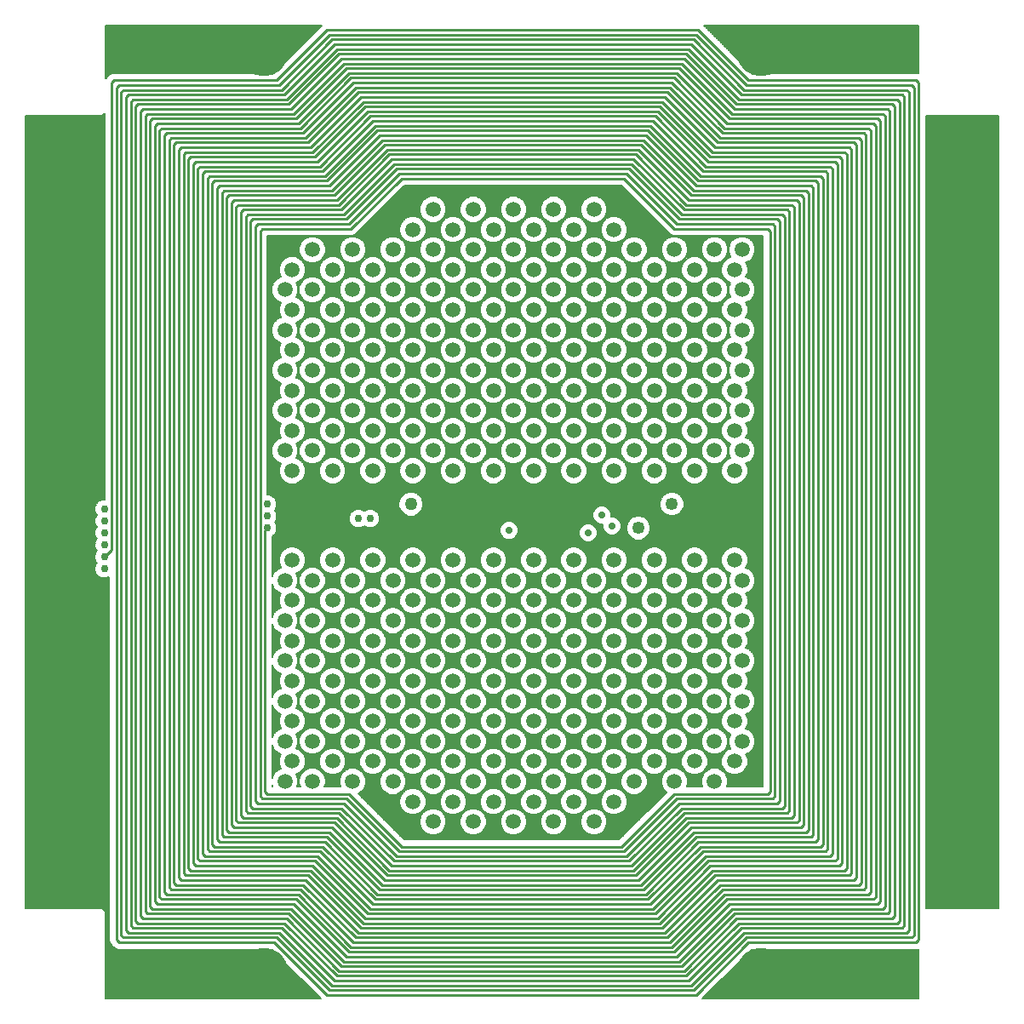
<source format=gbr>
G75*
G70*
%OFA0B0*%
%FSLAX24Y24*%
%IPPOS*%
%LPD*%
%AMOC8*
5,1,8,0,0,1.08239X$1,22.5*
%
%ADD10C,0.1896*%
%ADD11C,0.0594*%
%ADD12C,0.0493*%
%ADD13C,0.0502*%
%ADD14C,0.0108*%
%ADD15C,0.0298*%
%ADD16C,0.0278*%
%ADD17C,0.0396*%
%ADD18C,0.0059*%
D10*
X009751Y001764D03*
X029199Y001764D03*
X029199Y037827D03*
X009751Y037827D03*
D11*
X016365Y031646D03*
X017152Y030858D03*
X016365Y030071D03*
X017152Y029283D03*
X016365Y028496D03*
X017152Y027709D03*
X017940Y028496D03*
X018727Y027709D03*
X019514Y028496D03*
X018727Y029283D03*
X019514Y030071D03*
X018727Y030858D03*
X017940Y030071D03*
X017940Y031646D03*
X019514Y031646D03*
X020302Y030858D03*
X021089Y030071D03*
X020302Y029283D03*
X021089Y028496D03*
X020302Y027709D03*
X021089Y026921D03*
X020302Y026134D03*
X021089Y025346D03*
X020302Y024559D03*
X021089Y023772D03*
X021877Y024559D03*
X022664Y023772D03*
X023451Y024559D03*
X022664Y025346D03*
X023451Y026134D03*
X022664Y026921D03*
X021877Y026134D03*
X021877Y027709D03*
X022664Y028496D03*
X023451Y027709D03*
X024239Y028496D03*
X025026Y027709D03*
X025814Y028496D03*
X026601Y027709D03*
X027388Y028496D03*
X026601Y029283D03*
X027388Y030071D03*
X028176Y029283D03*
X028463Y028496D03*
X028176Y027709D03*
X028463Y026921D03*
X028176Y026134D03*
X028463Y025346D03*
X028176Y024559D03*
X028463Y023772D03*
X028176Y022984D03*
X028463Y022197D03*
X028176Y021409D03*
X027388Y022197D03*
X026601Y022984D03*
X025814Y022197D03*
X026601Y021409D03*
X025026Y021409D03*
X024239Y022197D03*
X025026Y022984D03*
X024239Y023772D03*
X025026Y024559D03*
X024239Y025346D03*
X025026Y026134D03*
X024239Y026921D03*
X025814Y026921D03*
X026601Y026134D03*
X027388Y026921D03*
X027388Y025346D03*
X026601Y024559D03*
X027388Y023772D03*
X025814Y023772D03*
X025814Y025346D03*
X023451Y022984D03*
X022664Y022197D03*
X021877Y022984D03*
X021089Y022197D03*
X020302Y022984D03*
X019514Y022197D03*
X018727Y022984D03*
X017940Y022197D03*
X018727Y021409D03*
X020302Y021409D03*
X021877Y021409D03*
X023451Y021409D03*
X023451Y017906D03*
X022664Y017118D03*
X023451Y016331D03*
X022664Y015543D03*
X023451Y014756D03*
X022664Y013969D03*
X021877Y014756D03*
X021089Y015543D03*
X020302Y014756D03*
X021089Y013969D03*
X020302Y013181D03*
X021089Y012394D03*
X021877Y013181D03*
X022664Y012394D03*
X023451Y013181D03*
X024239Y012394D03*
X025026Y013181D03*
X024239Y013969D03*
X025026Y014756D03*
X024239Y015543D03*
X025026Y016331D03*
X024239Y017118D03*
X025026Y017906D03*
X025814Y017118D03*
X026601Y016331D03*
X027388Y017118D03*
X026601Y017906D03*
X028176Y017906D03*
X028463Y017118D03*
X028176Y016331D03*
X028463Y015543D03*
X028176Y014756D03*
X028463Y013969D03*
X028176Y013181D03*
X028463Y012394D03*
X028176Y011606D03*
X028463Y010819D03*
X028176Y010031D03*
X027388Y009244D03*
X026601Y010031D03*
X025814Y009244D03*
X025026Y010031D03*
X024239Y009244D03*
X023451Y008457D03*
X022664Y009244D03*
X021877Y008457D03*
X022664Y007669D03*
X021089Y007669D03*
X020302Y008457D03*
X021089Y009244D03*
X020302Y010031D03*
X019514Y009244D03*
X018727Y008457D03*
X017940Y009244D03*
X018727Y010031D03*
X019514Y010819D03*
X018727Y011606D03*
X017940Y010819D03*
X017152Y011606D03*
X016365Y010819D03*
X017152Y010031D03*
X016365Y009244D03*
X017152Y008457D03*
X016365Y007669D03*
X015577Y008457D03*
X014790Y009244D03*
X015577Y010031D03*
X014790Y010819D03*
X015577Y011606D03*
X014790Y012394D03*
X015577Y013181D03*
X014790Y013969D03*
X015577Y014756D03*
X014790Y015543D03*
X015577Y016331D03*
X014790Y017118D03*
X015577Y017906D03*
X016365Y017118D03*
X017152Y016331D03*
X017940Y017118D03*
X018727Y016331D03*
X019514Y017118D03*
X018727Y017906D03*
X020302Y017906D03*
X021089Y017118D03*
X020302Y016331D03*
X019514Y015543D03*
X018727Y014756D03*
X017940Y015543D03*
X017152Y014756D03*
X016365Y015543D03*
X016365Y013969D03*
X017152Y013181D03*
X016365Y012394D03*
X017940Y012394D03*
X018727Y013181D03*
X019514Y012394D03*
X020302Y011606D03*
X021089Y010819D03*
X021877Y011606D03*
X022664Y010819D03*
X023451Y011606D03*
X024239Y010819D03*
X025026Y011606D03*
X025814Y010819D03*
X026601Y011606D03*
X027388Y010819D03*
X027388Y012394D03*
X026601Y013181D03*
X025814Y012394D03*
X025814Y013969D03*
X026601Y014756D03*
X027388Y015543D03*
X025814Y015543D03*
X027388Y013969D03*
X023451Y010031D03*
X021877Y010031D03*
X019514Y007669D03*
X017940Y007669D03*
X014003Y010031D03*
X013215Y009244D03*
X012428Y010031D03*
X011640Y009244D03*
X010566Y009244D03*
X010853Y010031D03*
X010566Y010819D03*
X010853Y011606D03*
X010566Y012394D03*
X010853Y013181D03*
X010566Y013969D03*
X010853Y014756D03*
X010566Y015543D03*
X010853Y016331D03*
X010566Y017118D03*
X010853Y017906D03*
X011640Y017118D03*
X012428Y016331D03*
X013215Y017118D03*
X012428Y017906D03*
X014003Y017906D03*
X014003Y016331D03*
X013215Y015543D03*
X012428Y014756D03*
X013215Y013969D03*
X014003Y014756D03*
X014003Y013181D03*
X013215Y012394D03*
X012428Y013181D03*
X011640Y012394D03*
X012428Y011606D03*
X013215Y010819D03*
X014003Y011606D03*
X011640Y010819D03*
X011640Y013969D03*
X011640Y015543D03*
X010853Y021409D03*
X010566Y022197D03*
X010853Y022984D03*
X010566Y023772D03*
X010853Y024559D03*
X010566Y025346D03*
X010853Y026134D03*
X010566Y026921D03*
X010853Y027709D03*
X010566Y028496D03*
X010853Y029283D03*
X011640Y028496D03*
X012428Y027709D03*
X013215Y028496D03*
X012428Y029283D03*
X013215Y030071D03*
X014003Y029283D03*
X014790Y028496D03*
X015577Y027709D03*
X014790Y026921D03*
X015577Y026134D03*
X014790Y025346D03*
X015577Y024559D03*
X014790Y023772D03*
X015577Y022984D03*
X014790Y022197D03*
X015577Y021409D03*
X016365Y022197D03*
X017152Y022984D03*
X016365Y023772D03*
X017152Y024559D03*
X016365Y025346D03*
X017152Y026134D03*
X016365Y026921D03*
X017940Y026921D03*
X018727Y026134D03*
X019514Y026921D03*
X019514Y025346D03*
X018727Y024559D03*
X019514Y023772D03*
X017940Y023772D03*
X017940Y025346D03*
X017152Y021409D03*
X014003Y021409D03*
X013215Y022197D03*
X012428Y022984D03*
X013215Y023772D03*
X012428Y024559D03*
X013215Y025346D03*
X014003Y024559D03*
X014003Y022984D03*
X012428Y021409D03*
X011640Y022197D03*
X011640Y023772D03*
X011640Y025346D03*
X012428Y026134D03*
X013215Y026921D03*
X014003Y026134D03*
X014003Y027709D03*
X015577Y029283D03*
X014790Y030071D03*
X015577Y030858D03*
X011640Y030071D03*
X011640Y026921D03*
X017152Y017906D03*
X017940Y013969D03*
X019514Y013969D03*
X021877Y016331D03*
X021877Y017906D03*
X021877Y029283D03*
X022664Y030071D03*
X023451Y030858D03*
X022664Y031646D03*
X021877Y030858D03*
X021089Y031646D03*
X023451Y029283D03*
X024239Y030071D03*
X025026Y029283D03*
X025814Y030071D03*
X028463Y030071D03*
D12*
X025722Y020104D03*
X024409Y019166D03*
D13*
X015500Y020104D03*
D14*
X009873Y019166D02*
X009780Y019072D01*
X009780Y008850D01*
X009873Y008757D01*
X013062Y008757D01*
X015125Y006693D01*
X023753Y006693D01*
X025816Y008757D01*
X029473Y008757D01*
X029567Y008850D01*
X029567Y030795D01*
X029473Y030889D01*
X025816Y030889D01*
X023847Y032858D01*
X015125Y032858D01*
X013156Y030889D01*
X009686Y030889D01*
X009592Y030795D01*
X009592Y008663D01*
X009686Y008569D01*
X012968Y008569D01*
X015031Y006506D01*
X023847Y006506D01*
X025910Y008569D01*
X029661Y008569D01*
X029755Y008663D01*
X029755Y030982D01*
X029661Y031076D01*
X025910Y031076D01*
X023940Y033045D01*
X015031Y033045D01*
X013062Y031076D01*
X009498Y031076D01*
X009405Y030982D01*
X009405Y008475D01*
X009498Y008381D01*
X012874Y008381D01*
X014938Y006318D01*
X023940Y006318D01*
X026004Y008381D01*
X029849Y008381D01*
X029942Y008475D01*
X029942Y031170D01*
X029849Y031264D01*
X026004Y031264D01*
X024034Y033233D01*
X014938Y033233D01*
X012968Y031264D01*
X009311Y031264D01*
X009217Y031170D01*
X009217Y008288D01*
X009311Y008194D01*
X012781Y008194D01*
X014844Y006131D01*
X024034Y006131D01*
X026097Y008194D01*
X030036Y008194D01*
X030130Y008288D01*
X030130Y031357D01*
X030036Y031451D01*
X026097Y031451D01*
X024128Y033421D01*
X014844Y033421D01*
X012874Y031451D01*
X009123Y031451D01*
X009029Y031357D01*
X009029Y008100D01*
X009123Y008006D01*
X012687Y008006D01*
X014750Y005943D01*
X024128Y005943D01*
X026191Y008006D01*
X030224Y008006D01*
X030317Y008100D01*
X030317Y031545D01*
X030224Y031639D01*
X026191Y031639D01*
X024222Y033608D01*
X014750Y033608D01*
X012781Y031639D01*
X008936Y031639D01*
X008842Y031545D01*
X008842Y007913D01*
X008936Y007819D01*
X012593Y007819D01*
X014656Y005756D01*
X024222Y005756D01*
X026285Y007819D01*
X030411Y007819D01*
X030505Y007913D01*
X030505Y031733D01*
X030411Y031826D01*
X026285Y031826D01*
X024316Y033796D01*
X014656Y033796D01*
X012687Y031826D01*
X008748Y031826D01*
X008654Y031733D01*
X008654Y007725D01*
X008748Y007631D01*
X012499Y007631D01*
X014562Y005568D01*
X024316Y005568D01*
X026379Y007631D01*
X030599Y007631D01*
X030693Y007725D01*
X030693Y031920D01*
X030599Y032014D01*
X026379Y032014D01*
X024409Y033983D01*
X014562Y033983D01*
X012593Y032014D01*
X008561Y032014D01*
X008467Y031920D01*
X008467Y007537D01*
X008561Y007444D01*
X012406Y007444D01*
X014469Y005380D01*
X024409Y005380D01*
X026472Y007444D01*
X030786Y007444D01*
X030880Y007537D01*
X030880Y032108D01*
X030786Y032201D01*
X026472Y032201D01*
X024503Y034171D01*
X014469Y034171D01*
X012499Y032201D01*
X008373Y032201D01*
X008279Y032108D01*
X008279Y007350D01*
X008373Y007256D01*
X012312Y007256D01*
X014375Y005193D01*
X024503Y005193D01*
X026566Y007256D01*
X030974Y007256D01*
X031068Y007350D01*
X031068Y032295D01*
X030974Y032389D01*
X026566Y032389D01*
X024597Y034358D01*
X014375Y034358D01*
X012406Y032389D01*
X008185Y032389D01*
X008092Y032295D01*
X008092Y007162D01*
X008185Y007069D01*
X012218Y007069D01*
X014281Y005005D01*
X024597Y005005D01*
X026660Y007069D01*
X031161Y007069D01*
X031255Y007162D01*
X031255Y032483D01*
X031161Y032577D01*
X026660Y032577D01*
X024691Y034546D01*
X014281Y034546D01*
X012312Y032577D01*
X007998Y032577D01*
X007904Y032483D01*
X007904Y006975D01*
X007998Y006881D01*
X012124Y006881D01*
X014187Y004818D01*
X024691Y004818D01*
X026754Y006881D01*
X031349Y006881D01*
X031443Y006975D01*
X031443Y032670D01*
X031349Y032764D01*
X026754Y032764D01*
X024784Y034733D01*
X014187Y034733D01*
X012218Y032764D01*
X007810Y032764D01*
X007717Y032670D01*
X007717Y006787D01*
X007810Y006693D01*
X012030Y006693D01*
X014094Y004630D01*
X024784Y004630D01*
X026848Y006693D01*
X031537Y006693D01*
X031630Y006787D01*
X031630Y032858D01*
X031537Y032952D01*
X026848Y032952D01*
X024878Y034921D01*
X014094Y034921D01*
X012124Y032952D01*
X007623Y032952D01*
X007529Y032858D01*
X007529Y006600D01*
X007623Y006506D01*
X011937Y006506D01*
X014000Y004443D01*
X024878Y004443D01*
X026941Y006506D01*
X031724Y006506D01*
X031818Y006600D01*
X031818Y033045D01*
X031724Y033139D01*
X026941Y033139D01*
X024972Y035109D01*
X014000Y035109D01*
X012030Y033139D01*
X007435Y033139D01*
X007341Y033045D01*
X007341Y006412D01*
X007435Y006318D01*
X011843Y006318D01*
X013906Y004255D01*
X024972Y004255D01*
X027035Y006318D01*
X031912Y006318D01*
X032005Y006412D01*
X032005Y033233D01*
X031912Y033327D01*
X027035Y033327D01*
X025066Y035296D01*
X013906Y035296D01*
X011937Y033327D01*
X007248Y033327D01*
X007154Y033233D01*
X007154Y006224D01*
X007248Y006131D01*
X011749Y006131D01*
X013812Y004068D01*
X025066Y004068D01*
X027129Y006131D01*
X032099Y006131D01*
X032193Y006224D01*
X032193Y033421D01*
X032099Y033514D01*
X027129Y033514D01*
X025160Y035484D01*
X013812Y035484D01*
X011843Y033514D01*
X007060Y033514D01*
X006966Y033421D01*
X006966Y006037D01*
X007060Y005943D01*
X011655Y005943D01*
X013718Y003880D01*
X025160Y003880D01*
X027223Y005943D01*
X032287Y005943D01*
X032381Y006037D01*
X032381Y033608D01*
X032287Y033702D01*
X027223Y033702D01*
X025253Y035671D01*
X013718Y035671D01*
X011749Y033702D01*
X006873Y033702D01*
X006779Y033608D01*
X006779Y005849D01*
X006873Y005756D01*
X011561Y005756D01*
X013625Y003692D01*
X025253Y003692D01*
X027316Y005756D01*
X032474Y005756D01*
X032568Y005849D01*
X032568Y033796D01*
X032474Y033889D01*
X027316Y033889D01*
X025347Y035859D01*
X013625Y035859D01*
X011655Y033889D01*
X006685Y033889D01*
X006591Y033796D01*
X006591Y005662D01*
X006685Y005568D01*
X011468Y005568D01*
X013531Y003505D01*
X025347Y003505D01*
X027410Y005568D01*
X032662Y005568D01*
X032756Y005662D01*
X032756Y033983D01*
X032662Y034077D01*
X027410Y034077D01*
X025441Y036046D01*
X013531Y036046D01*
X011561Y034077D01*
X006497Y034077D01*
X006404Y033983D01*
X006404Y005474D01*
X006497Y005380D01*
X011374Y005380D01*
X013437Y003317D01*
X025441Y003317D01*
X027504Y005380D01*
X032849Y005380D01*
X032943Y005474D01*
X032943Y034171D01*
X032849Y034265D01*
X027504Y034265D01*
X025535Y036234D01*
X013437Y036234D01*
X011468Y034265D01*
X006310Y034265D01*
X006216Y034171D01*
X006216Y005287D01*
X006310Y005193D01*
X011280Y005193D01*
X013343Y003130D01*
X025535Y003130D01*
X027598Y005193D01*
X033037Y005193D01*
X033131Y005287D01*
X033131Y034358D01*
X033037Y034452D01*
X027598Y034452D01*
X025628Y036421D01*
X013343Y036421D01*
X011374Y034452D01*
X006122Y034452D01*
X006029Y034358D01*
X006029Y005099D01*
X006122Y005005D01*
X011186Y005005D01*
X013250Y002942D01*
X025628Y002942D01*
X027692Y005005D01*
X033225Y005005D01*
X033318Y005099D01*
X033318Y034546D01*
X033225Y034640D01*
X027692Y034640D01*
X025722Y036609D01*
X013250Y036609D01*
X011280Y034640D01*
X005935Y034640D01*
X005841Y034546D01*
X005841Y004912D01*
X005935Y004818D01*
X011093Y004818D01*
X013156Y002755D01*
X025722Y002755D01*
X027785Y004818D01*
X033412Y004818D01*
X033506Y004912D01*
X033506Y034733D01*
X033412Y034827D01*
X027785Y034827D01*
X025816Y036797D01*
X013156Y036797D01*
X011186Y034827D01*
X005747Y034827D01*
X005653Y034733D01*
X005653Y004724D01*
X005747Y004630D01*
X010999Y004630D01*
X013062Y002567D01*
X025816Y002567D01*
X027879Y004630D01*
X033600Y004630D01*
X033693Y004724D01*
X033693Y034921D01*
X033600Y035015D01*
X027879Y035015D01*
X025910Y036984D01*
X013062Y036984D01*
X011093Y035015D01*
X005560Y035015D01*
X005466Y034921D01*
X005466Y004536D01*
X005560Y004443D01*
X010905Y004443D01*
X012968Y002380D01*
X025910Y002380D01*
X027973Y004443D01*
X033787Y004443D01*
X033881Y004536D01*
X033881Y035109D01*
X033787Y035202D01*
X027973Y035202D01*
X026004Y037172D01*
X012968Y037172D01*
X010999Y035202D01*
X005372Y035202D01*
X005278Y035109D01*
X005278Y004349D01*
X005372Y004255D01*
X010811Y004255D01*
X012874Y002192D01*
X026004Y002192D01*
X028067Y004255D01*
X033975Y004255D01*
X034069Y004349D01*
X034069Y035296D01*
X033975Y035390D01*
X028067Y035390D01*
X026097Y037359D01*
X012874Y037359D01*
X010905Y035390D01*
X005184Y035390D01*
X005091Y035296D01*
X005091Y004161D01*
X005184Y004068D01*
X010717Y004068D01*
X012781Y002004D01*
X026097Y002004D01*
X028160Y004068D01*
X034162Y004068D01*
X034256Y004161D01*
X034256Y035484D01*
X034162Y035577D01*
X028160Y035577D01*
X026191Y037547D01*
X012781Y037547D01*
X010811Y035577D01*
X004997Y035577D01*
X004903Y035484D01*
X004903Y003974D01*
X004997Y003880D01*
X010624Y003880D01*
X012687Y001817D01*
X026191Y001817D01*
X028254Y003880D01*
X034350Y003880D01*
X034444Y003974D01*
X034444Y035671D01*
X034350Y035765D01*
X028254Y035765D01*
X026285Y037734D01*
X012687Y037734D01*
X010717Y035765D01*
X004809Y035765D01*
X004716Y035671D01*
X004716Y003786D01*
X004809Y003692D01*
X010530Y003692D01*
X012593Y001629D01*
X026285Y001629D01*
X028348Y003692D01*
X034537Y003692D01*
X034631Y003786D01*
X034631Y035859D01*
X034537Y035953D01*
X028348Y035953D01*
X026379Y037922D01*
X012593Y037922D01*
X010624Y035953D01*
X004622Y035953D01*
X004528Y035859D01*
X004528Y003599D01*
X004622Y003505D01*
X010436Y003505D01*
X012499Y001442D01*
X026379Y001442D01*
X028442Y003505D01*
X034725Y003505D01*
X034819Y003599D01*
X034819Y036046D01*
X034725Y036140D01*
X028442Y036140D01*
X026472Y038110D01*
X012499Y038110D01*
X010530Y036140D01*
X004434Y036140D01*
X004340Y036046D01*
X004340Y003411D01*
X004434Y003317D01*
X010342Y003317D01*
X012406Y001254D01*
X026472Y001254D01*
X028536Y003317D01*
X034913Y003317D01*
X035006Y003411D01*
X035006Y036234D01*
X034913Y036328D01*
X028536Y036328D01*
X026566Y038297D01*
X012406Y038297D01*
X010436Y036328D01*
X004247Y036328D01*
X004153Y036234D01*
X004153Y003224D01*
X004247Y003130D01*
X010249Y003130D01*
X012312Y001067D01*
X026566Y001067D01*
X028629Y003130D01*
X035100Y003130D01*
X035194Y003224D01*
X035194Y036421D01*
X035100Y036515D01*
X028629Y036515D01*
X026660Y038485D01*
X012312Y038485D01*
X010342Y036515D01*
X004059Y036515D01*
X003965Y036421D01*
X003965Y003036D01*
X004059Y002942D01*
X010155Y002942D01*
X012218Y000879D01*
X026660Y000879D01*
X028723Y002942D01*
X035288Y002942D01*
X035381Y003036D01*
X035381Y036609D01*
X035288Y036703D01*
X028723Y036703D01*
X026754Y038672D01*
X012218Y038672D01*
X010249Y036703D01*
X003872Y036703D01*
X003778Y036609D01*
X003778Y018322D01*
X003496Y018041D01*
D15*
X003496Y018041D03*
X003496Y018510D03*
X003496Y018979D03*
X003496Y019447D03*
X003496Y019916D03*
X003496Y017572D03*
X009873Y019166D03*
X009873Y019635D03*
X009873Y020104D03*
X013437Y019541D03*
X013906Y019541D03*
D16*
X019345Y019072D03*
X022440Y018979D03*
X022979Y019677D03*
X023373Y019244D03*
D17*
X037077Y017256D03*
X037073Y011886D03*
X037073Y006331D03*
X027703Y000937D03*
X011168Y000937D03*
X001743Y006472D03*
X001695Y011839D03*
X001695Y017717D03*
X001695Y023457D03*
X001695Y028402D03*
X001652Y033303D03*
X011207Y038575D03*
X027743Y038535D03*
X036983Y033398D03*
X037030Y028126D03*
X037125Y023039D03*
D18*
X011971Y000730D02*
X003541Y000730D01*
X003541Y004141D01*
X003408Y004274D01*
X003221Y004274D01*
X000391Y004274D01*
X000391Y035317D01*
X003408Y035317D01*
X003498Y035406D01*
X003498Y020292D01*
X003422Y020292D01*
X003284Y020234D01*
X003178Y020129D01*
X003121Y019991D01*
X003121Y019842D01*
X003178Y019704D01*
X003200Y019682D01*
X003178Y019660D01*
X003121Y019522D01*
X003121Y019373D01*
X003178Y019235D01*
X003200Y019213D01*
X003178Y019191D01*
X003121Y019053D01*
X003121Y018904D01*
X003178Y018766D01*
X003200Y018744D01*
X003178Y018722D01*
X003121Y018584D01*
X003121Y018435D01*
X003178Y018297D01*
X003200Y018275D01*
X003178Y018253D01*
X003121Y018115D01*
X003121Y017966D01*
X003178Y017828D01*
X003200Y017806D01*
X003178Y017784D01*
X003121Y017646D01*
X003121Y017497D01*
X003178Y017359D01*
X003284Y017254D01*
X003422Y017197D01*
X003571Y017197D01*
X003685Y017244D01*
X003685Y003092D01*
X003685Y002980D01*
X003728Y002877D01*
X003822Y002784D01*
X003822Y002784D01*
X003900Y002705D01*
X004003Y002662D01*
X010039Y002662D01*
X011971Y000730D01*
X011966Y000734D02*
X003541Y000734D01*
X003541Y000792D02*
X011909Y000792D01*
X011851Y000850D02*
X003541Y000850D01*
X003541Y000907D02*
X011794Y000907D01*
X011736Y000965D02*
X003541Y000965D01*
X003541Y001022D02*
X011678Y001022D01*
X011621Y001080D02*
X003541Y001080D01*
X003541Y001138D02*
X011563Y001138D01*
X011506Y001195D02*
X003541Y001195D01*
X003541Y001253D02*
X011448Y001253D01*
X011390Y001310D02*
X003541Y001310D01*
X003541Y001368D02*
X011333Y001368D01*
X011275Y001426D02*
X003541Y001426D01*
X003541Y001483D02*
X011218Y001483D01*
X011160Y001541D02*
X003541Y001541D01*
X003541Y001598D02*
X011102Y001598D01*
X011045Y001656D02*
X003541Y001656D01*
X003541Y001714D02*
X010987Y001714D01*
X010930Y001771D02*
X003541Y001771D01*
X003541Y001829D02*
X010872Y001829D01*
X010814Y001886D02*
X003541Y001886D01*
X003541Y001944D02*
X010757Y001944D01*
X010699Y002001D02*
X003541Y002001D01*
X003541Y002059D02*
X010642Y002059D01*
X010584Y002117D02*
X003541Y002117D01*
X003541Y002174D02*
X010526Y002174D01*
X010469Y002232D02*
X003541Y002232D01*
X003541Y002289D02*
X010411Y002289D01*
X010354Y002347D02*
X003541Y002347D01*
X003541Y002405D02*
X010296Y002405D01*
X010239Y002462D02*
X003541Y002462D01*
X003541Y002520D02*
X010181Y002520D01*
X010123Y002577D02*
X003541Y002577D01*
X003541Y002635D02*
X010066Y002635D01*
X014741Y007473D02*
X015880Y007473D01*
X015903Y007416D02*
X014799Y007416D01*
X014856Y007358D02*
X015936Y007358D01*
X015921Y007373D02*
X016068Y007226D01*
X016261Y007146D01*
X016469Y007146D01*
X016661Y007226D01*
X016808Y007373D01*
X016888Y007565D01*
X016888Y007773D01*
X016808Y007966D01*
X016661Y008113D01*
X016469Y008192D01*
X016261Y008192D01*
X016068Y008113D01*
X015921Y007966D01*
X015841Y007773D01*
X015841Y007565D01*
X015921Y007373D01*
X015993Y007301D02*
X014914Y007301D01*
X014972Y007243D02*
X016051Y007243D01*
X016166Y007185D02*
X015029Y007185D01*
X015087Y007128D02*
X023791Y007128D01*
X023849Y007185D02*
X022863Y007185D01*
X022768Y007146D02*
X022960Y007226D01*
X023107Y007373D01*
X023187Y007565D01*
X023187Y007773D01*
X023107Y007966D01*
X022960Y008113D01*
X022768Y008192D01*
X022560Y008192D01*
X022368Y008113D01*
X022220Y007966D01*
X022141Y007773D01*
X022141Y007565D01*
X022220Y007373D01*
X022368Y007226D01*
X022560Y007146D01*
X022768Y007146D01*
X022978Y007243D02*
X023906Y007243D01*
X023964Y007301D02*
X023035Y007301D01*
X023093Y007358D02*
X024021Y007358D01*
X024079Y007416D02*
X023125Y007416D01*
X023149Y007473D02*
X024137Y007473D01*
X024194Y007531D02*
X023173Y007531D01*
X023187Y007589D02*
X024252Y007589D01*
X024309Y007646D02*
X023187Y007646D01*
X023187Y007704D02*
X024367Y007704D01*
X024425Y007761D02*
X023187Y007761D01*
X023168Y007819D02*
X024482Y007819D01*
X024540Y007877D02*
X023144Y007877D01*
X023121Y007934D02*
X023346Y007934D01*
X023347Y007933D02*
X023555Y007933D01*
X023748Y008013D01*
X023895Y008160D01*
X023975Y008353D01*
X023975Y008561D01*
X023895Y008753D01*
X023748Y008900D01*
X023555Y008980D01*
X023347Y008980D01*
X023155Y008900D01*
X023008Y008753D01*
X022928Y008561D01*
X022928Y008353D01*
X023008Y008160D01*
X023155Y008013D01*
X023347Y007933D01*
X023207Y007992D02*
X023081Y007992D01*
X023119Y008049D02*
X023024Y008049D01*
X023061Y008107D02*
X022966Y008107D01*
X023006Y008165D02*
X022836Y008165D01*
X022982Y008222D02*
X022346Y008222D01*
X022370Y008280D02*
X022958Y008280D01*
X022934Y008337D02*
X022393Y008337D01*
X022400Y008353D02*
X022320Y008160D01*
X022173Y008013D01*
X021981Y007933D01*
X021772Y007933D01*
X021580Y008013D01*
X021433Y008160D01*
X021353Y008353D01*
X021353Y008561D01*
X021433Y008753D01*
X021580Y008900D01*
X021772Y008980D01*
X021981Y008980D01*
X022173Y008900D01*
X022320Y008753D01*
X022400Y008561D01*
X022400Y008353D01*
X022400Y008395D02*
X022928Y008395D01*
X022928Y008453D02*
X022400Y008453D01*
X022400Y008510D02*
X022928Y008510D01*
X022931Y008568D02*
X022397Y008568D01*
X022373Y008625D02*
X022955Y008625D01*
X022979Y008683D02*
X022349Y008683D01*
X022325Y008741D02*
X022512Y008741D01*
X022560Y008721D02*
X022768Y008721D01*
X022960Y008801D01*
X023107Y008948D01*
X023187Y009140D01*
X023187Y009348D01*
X023107Y009540D01*
X022960Y009688D01*
X022768Y009767D01*
X022560Y009767D01*
X022368Y009688D01*
X022220Y009540D01*
X022141Y009348D01*
X022141Y009140D01*
X022220Y008948D01*
X022368Y008801D01*
X022560Y008721D01*
X022373Y008798D02*
X022275Y008798D01*
X022312Y008856D02*
X022217Y008856D01*
X022255Y008913D02*
X022141Y008913D01*
X022211Y008971D02*
X022002Y008971D01*
X022187Y009029D02*
X021566Y009029D01*
X021590Y009086D02*
X022163Y009086D01*
X022141Y009144D02*
X021612Y009144D01*
X021612Y009140D02*
X021533Y008948D01*
X021386Y008801D01*
X021193Y008721D01*
X020985Y008721D01*
X020793Y008801D01*
X020646Y008948D01*
X020566Y009140D01*
X020566Y009348D01*
X020646Y009540D01*
X020793Y009688D01*
X020985Y009767D01*
X021193Y009767D01*
X021386Y009688D01*
X021533Y009540D01*
X021612Y009348D01*
X021612Y009140D01*
X021612Y009201D02*
X022141Y009201D01*
X022141Y009259D02*
X021612Y009259D01*
X021612Y009316D02*
X022141Y009316D01*
X022151Y009374D02*
X021602Y009374D01*
X021578Y009432D02*
X022175Y009432D01*
X022199Y009489D02*
X021554Y009489D01*
X021526Y009547D02*
X021679Y009547D01*
X021772Y009508D02*
X021981Y009508D01*
X022173Y009588D01*
X022320Y009735D01*
X022400Y009927D01*
X022400Y010136D01*
X022320Y010328D01*
X022173Y010475D01*
X021981Y010555D01*
X021772Y010555D01*
X021580Y010475D01*
X021433Y010328D01*
X021353Y010136D01*
X021353Y009927D01*
X021433Y009735D01*
X021580Y009588D01*
X021772Y009508D01*
X021564Y009604D02*
X021469Y009604D01*
X021506Y009662D02*
X021411Y009662D01*
X021448Y009720D02*
X021308Y009720D01*
X021415Y009777D02*
X020763Y009777D01*
X020745Y009735D02*
X020825Y009927D01*
X020825Y010136D01*
X020745Y010328D01*
X020598Y010475D01*
X020406Y010555D01*
X020198Y010555D01*
X020005Y010475D01*
X019858Y010328D01*
X019779Y010136D01*
X019779Y009927D01*
X019858Y009735D01*
X020005Y009588D01*
X020198Y009508D01*
X020406Y009508D01*
X020598Y009588D01*
X020745Y009735D01*
X020730Y009720D02*
X020870Y009720D01*
X020767Y009662D02*
X020672Y009662D01*
X020710Y009604D02*
X020615Y009604D01*
X020652Y009547D02*
X020499Y009547D01*
X020624Y009489D02*
X019979Y009489D01*
X019958Y009540D02*
X019811Y009688D01*
X019618Y009767D01*
X019410Y009767D01*
X019218Y009688D01*
X019071Y009540D01*
X018991Y009348D01*
X018991Y009140D01*
X019071Y008948D01*
X019218Y008801D01*
X019410Y008721D01*
X019618Y008721D01*
X019811Y008801D01*
X019958Y008948D01*
X020038Y009140D01*
X020038Y009348D01*
X019958Y009540D01*
X019951Y009547D02*
X020104Y009547D01*
X019989Y009604D02*
X019894Y009604D01*
X019931Y009662D02*
X019836Y009662D01*
X019874Y009720D02*
X019733Y009720D01*
X019841Y009777D02*
X019188Y009777D01*
X019170Y009735D02*
X019250Y009927D01*
X019250Y010136D01*
X019170Y010328D01*
X019023Y010475D01*
X018831Y010555D01*
X018623Y010555D01*
X018431Y010475D01*
X018283Y010328D01*
X018204Y010136D01*
X018204Y009927D01*
X018283Y009735D01*
X018431Y009588D01*
X018623Y009508D01*
X018831Y009508D01*
X019023Y009588D01*
X019170Y009735D01*
X019155Y009720D02*
X019295Y009720D01*
X019192Y009662D02*
X019097Y009662D01*
X019135Y009604D02*
X019040Y009604D01*
X019077Y009547D02*
X018924Y009547D01*
X019050Y009489D02*
X018404Y009489D01*
X018383Y009540D02*
X018236Y009688D01*
X018044Y009767D01*
X017835Y009767D01*
X017643Y009688D01*
X017496Y009540D01*
X017416Y009348D01*
X017416Y009140D01*
X017496Y008948D01*
X017643Y008801D01*
X017835Y008721D01*
X018044Y008721D01*
X018236Y008801D01*
X018383Y008948D01*
X018463Y009140D01*
X018463Y009348D01*
X018383Y009540D01*
X018377Y009547D02*
X018530Y009547D01*
X018414Y009604D02*
X018319Y009604D01*
X018356Y009662D02*
X018261Y009662D01*
X018299Y009720D02*
X018159Y009720D01*
X018266Y009777D02*
X017613Y009777D01*
X017596Y009735D02*
X017675Y009927D01*
X017675Y010136D01*
X017596Y010328D01*
X017449Y010475D01*
X017256Y010555D01*
X017048Y010555D01*
X016856Y010475D01*
X016709Y010328D01*
X016629Y010136D01*
X016629Y009927D01*
X016709Y009735D01*
X016856Y009588D01*
X017048Y009508D01*
X017256Y009508D01*
X017449Y009588D01*
X017596Y009735D01*
X017580Y009720D02*
X017721Y009720D01*
X017618Y009662D02*
X017523Y009662D01*
X017560Y009604D02*
X017465Y009604D01*
X017502Y009547D02*
X017349Y009547D01*
X017475Y009489D02*
X016829Y009489D01*
X016808Y009540D02*
X016661Y009688D01*
X016469Y009767D01*
X016261Y009767D01*
X016068Y009688D01*
X015921Y009540D01*
X015841Y009348D01*
X015841Y009140D01*
X015921Y008948D01*
X016068Y008801D01*
X016261Y008721D01*
X016469Y008721D01*
X016661Y008801D01*
X016808Y008948D01*
X016888Y009140D01*
X016888Y009348D01*
X016808Y009540D01*
X016802Y009547D02*
X016955Y009547D01*
X016839Y009604D02*
X016744Y009604D01*
X016782Y009662D02*
X016687Y009662D01*
X016724Y009720D02*
X016584Y009720D01*
X016691Y009777D02*
X016038Y009777D01*
X016021Y009735D02*
X016101Y009927D01*
X016101Y010136D01*
X016021Y010328D01*
X015874Y010475D01*
X015681Y010555D01*
X015473Y010555D01*
X015281Y010475D01*
X015134Y010328D01*
X015054Y010136D01*
X015054Y009927D01*
X015134Y009735D01*
X015281Y009588D01*
X015473Y009508D01*
X015681Y009508D01*
X015874Y009588D01*
X016021Y009735D01*
X016005Y009720D02*
X016146Y009720D01*
X016043Y009662D02*
X015948Y009662D01*
X015985Y009604D02*
X015890Y009604D01*
X015928Y009547D02*
X015775Y009547D01*
X015900Y009489D02*
X015255Y009489D01*
X015233Y009540D02*
X015086Y009688D01*
X014894Y009767D01*
X014686Y009767D01*
X014494Y009688D01*
X014346Y009540D01*
X014267Y009348D01*
X014267Y009140D01*
X014346Y008948D01*
X014494Y008801D01*
X014686Y008721D01*
X014894Y008721D01*
X015086Y008801D01*
X015233Y008948D01*
X015313Y009140D01*
X015313Y009348D01*
X015233Y009540D01*
X015227Y009547D02*
X015380Y009547D01*
X015264Y009604D02*
X015169Y009604D01*
X015207Y009662D02*
X015112Y009662D01*
X015149Y009720D02*
X015009Y009720D01*
X015116Y009777D02*
X014464Y009777D01*
X014446Y009735D02*
X014526Y009927D01*
X014526Y010136D01*
X014446Y010328D01*
X014299Y010475D01*
X014107Y010555D01*
X013898Y010555D01*
X013706Y010475D01*
X013559Y010328D01*
X013479Y010136D01*
X013479Y009927D01*
X013559Y009735D01*
X013706Y009588D01*
X013898Y009508D01*
X014107Y009508D01*
X014299Y009588D01*
X014446Y009735D01*
X014431Y009720D02*
X014571Y009720D01*
X014468Y009662D02*
X014373Y009662D01*
X014410Y009604D02*
X014315Y009604D01*
X014353Y009547D02*
X014200Y009547D01*
X014325Y009489D02*
X013680Y009489D01*
X013659Y009540D02*
X013511Y009688D01*
X013319Y009767D01*
X013111Y009767D01*
X012919Y009688D01*
X012772Y009540D01*
X012692Y009348D01*
X012692Y009140D01*
X012735Y009037D01*
X012121Y009037D01*
X012164Y009140D01*
X012164Y009348D01*
X012084Y009540D01*
X011937Y009688D01*
X011744Y009767D01*
X011536Y009767D01*
X011344Y009688D01*
X011197Y009540D01*
X011117Y009348D01*
X011117Y009140D01*
X011160Y009037D01*
X011046Y009037D01*
X011089Y009140D01*
X011089Y009348D01*
X011013Y009531D01*
X011149Y009588D01*
X011296Y009735D01*
X011376Y009927D01*
X011376Y010136D01*
X011296Y010328D01*
X011149Y010475D01*
X011013Y010532D01*
X011089Y010715D01*
X011089Y010923D01*
X011013Y011106D01*
X011149Y011163D01*
X011296Y011310D01*
X011376Y011502D01*
X011376Y011710D01*
X011296Y011903D01*
X011149Y012050D01*
X011013Y012106D01*
X011089Y012290D01*
X011089Y012498D01*
X011013Y012681D01*
X011149Y012738D01*
X011296Y012885D01*
X011376Y013077D01*
X011376Y013285D01*
X011296Y013477D01*
X011149Y013625D01*
X011013Y013681D01*
X011089Y013864D01*
X011089Y014073D01*
X011013Y014256D01*
X011149Y014312D01*
X011296Y014459D01*
X011376Y014652D01*
X011376Y014860D01*
X011296Y015052D01*
X011149Y015199D01*
X011013Y015256D01*
X011089Y015439D01*
X011089Y015647D01*
X011013Y015831D01*
X011149Y015887D01*
X011296Y016034D01*
X011376Y016227D01*
X011376Y016435D01*
X011296Y016627D01*
X011149Y016774D01*
X011013Y016831D01*
X011089Y017014D01*
X011089Y017222D01*
X011013Y017405D01*
X011149Y017462D01*
X011296Y017609D01*
X011376Y017801D01*
X011376Y018010D01*
X011296Y018202D01*
X011149Y018349D01*
X010957Y018429D01*
X010749Y018429D01*
X010556Y018349D01*
X010409Y018202D01*
X010330Y018010D01*
X010330Y017801D01*
X010406Y017618D01*
X010269Y017562D01*
X010122Y017414D01*
X010060Y017264D01*
X010060Y018837D01*
X010086Y018848D01*
X010192Y018953D01*
X010249Y019091D01*
X010249Y019241D01*
X010192Y019379D01*
X010170Y019401D01*
X010192Y019422D01*
X010249Y019560D01*
X010249Y019710D01*
X010192Y019848D01*
X010170Y019869D01*
X010192Y019891D01*
X010249Y020029D01*
X010249Y020179D01*
X010192Y020316D01*
X010086Y020422D01*
X009948Y020479D01*
X009872Y020479D01*
X009872Y030608D01*
X013211Y030608D01*
X013314Y030651D01*
X013393Y030730D01*
X015241Y032578D01*
X023731Y032578D01*
X025657Y030651D01*
X025760Y030608D01*
X025872Y030608D01*
X029287Y030608D01*
X029287Y009037D01*
X027869Y009037D01*
X027912Y009140D01*
X027912Y009348D01*
X027832Y009540D01*
X027685Y009688D01*
X027492Y009767D01*
X027284Y009767D01*
X027092Y009688D01*
X026945Y009540D01*
X026865Y009348D01*
X026865Y009140D01*
X026908Y009037D01*
X026294Y009037D01*
X026337Y009140D01*
X026337Y009348D01*
X026257Y009540D01*
X026110Y009688D01*
X025918Y009767D01*
X025709Y009767D01*
X025517Y009688D01*
X025370Y009540D01*
X025290Y009348D01*
X025290Y009140D01*
X025370Y008948D01*
X025490Y008827D01*
X023637Y006974D01*
X015241Y006974D01*
X013443Y008772D01*
X013511Y008801D01*
X013659Y008948D01*
X013738Y009140D01*
X013738Y009348D01*
X013659Y009540D01*
X013652Y009547D02*
X013805Y009547D01*
X013690Y009604D02*
X013595Y009604D01*
X013632Y009662D02*
X013537Y009662D01*
X013574Y009720D02*
X013434Y009720D01*
X013541Y009777D02*
X012889Y009777D01*
X012871Y009735D02*
X012951Y009927D01*
X012951Y010136D01*
X012871Y010328D01*
X012724Y010475D01*
X012532Y010555D01*
X012324Y010555D01*
X012131Y010475D01*
X011984Y010328D01*
X011904Y010136D01*
X011904Y009927D01*
X011984Y009735D01*
X012131Y009588D01*
X012324Y009508D01*
X012532Y009508D01*
X012724Y009588D01*
X012871Y009735D01*
X012856Y009720D02*
X012996Y009720D01*
X012893Y009662D02*
X012798Y009662D01*
X012836Y009604D02*
X012741Y009604D01*
X012778Y009547D02*
X012625Y009547D01*
X012750Y009489D02*
X012105Y009489D01*
X012129Y009432D02*
X012726Y009432D01*
X012703Y009374D02*
X012153Y009374D01*
X012164Y009316D02*
X012692Y009316D01*
X012692Y009259D02*
X012164Y009259D01*
X012164Y009201D02*
X012692Y009201D01*
X012692Y009144D02*
X012164Y009144D01*
X012141Y009086D02*
X012714Y009086D01*
X012230Y009547D02*
X012077Y009547D01*
X012115Y009604D02*
X012020Y009604D01*
X012057Y009662D02*
X011962Y009662D01*
X012000Y009720D02*
X011859Y009720D01*
X011967Y009777D02*
X011314Y009777D01*
X011338Y009835D02*
X011943Y009835D01*
X011919Y009892D02*
X011362Y009892D01*
X011376Y009950D02*
X011904Y009950D01*
X011904Y010008D02*
X011376Y010008D01*
X011376Y010065D02*
X011904Y010065D01*
X011904Y010123D02*
X011376Y010123D01*
X011358Y010180D02*
X011923Y010180D01*
X011947Y010238D02*
X011334Y010238D01*
X011310Y010296D02*
X011536Y010296D01*
X011744Y010296D01*
X011971Y010296D01*
X012010Y010353D02*
X011883Y010353D01*
X011937Y010375D02*
X012084Y010522D01*
X012164Y010715D01*
X012164Y010923D01*
X012084Y011115D01*
X011937Y011262D01*
X011744Y011342D01*
X011536Y011342D01*
X011344Y011262D01*
X011197Y011115D01*
X011117Y010923D01*
X011117Y010715D01*
X011197Y010522D01*
X011344Y010375D01*
X011536Y010296D01*
X011397Y010353D02*
X011271Y010353D01*
X011308Y010411D02*
X011213Y010411D01*
X011251Y010468D02*
X011156Y010468D01*
X011195Y010526D02*
X011026Y010526D01*
X011034Y010584D02*
X011171Y010584D01*
X011148Y010641D02*
X011058Y010641D01*
X011082Y010699D02*
X011124Y010699D01*
X011117Y010756D02*
X011089Y010756D01*
X011089Y010814D02*
X011117Y010814D01*
X011117Y010872D02*
X011089Y010872D01*
X011086Y010929D02*
X011120Y010929D01*
X011144Y010987D02*
X011062Y010987D01*
X011038Y011044D02*
X011167Y011044D01*
X011191Y011102D02*
X011015Y011102D01*
X011142Y011160D02*
X011241Y011160D01*
X011204Y011217D02*
X011299Y011217D01*
X011261Y011275D02*
X011374Y011275D01*
X011306Y011332D02*
X011513Y011332D01*
X011330Y011390D02*
X011951Y011390D01*
X011975Y011332D02*
X011768Y011332D01*
X011907Y011275D02*
X012019Y011275D01*
X011984Y011310D02*
X012131Y011163D01*
X012324Y011083D01*
X012532Y011083D01*
X012724Y011163D01*
X012871Y011310D01*
X012951Y011502D01*
X012951Y011710D01*
X012871Y011903D01*
X012724Y012050D01*
X012532Y012129D01*
X012324Y012129D01*
X012131Y012050D01*
X011984Y011903D01*
X011904Y011710D01*
X011904Y011502D01*
X011984Y011310D01*
X011982Y011217D02*
X012077Y011217D01*
X012039Y011160D02*
X012139Y011160D01*
X012089Y011102D02*
X012278Y011102D01*
X012113Y011044D02*
X012742Y011044D01*
X012718Y010987D02*
X012137Y010987D01*
X012161Y010929D02*
X012695Y010929D01*
X012692Y010923D02*
X012692Y010715D01*
X012772Y010522D01*
X012919Y010375D01*
X013111Y010296D01*
X012885Y010296D01*
X012908Y010238D02*
X013522Y010238D01*
X013546Y010296D02*
X013319Y010296D01*
X013511Y010375D01*
X013659Y010522D01*
X013738Y010715D01*
X013738Y010923D01*
X013659Y011115D01*
X013511Y011262D01*
X013319Y011342D01*
X013111Y011342D01*
X012919Y011262D01*
X012772Y011115D01*
X012692Y010923D01*
X012692Y010872D02*
X012164Y010872D01*
X012164Y010814D02*
X012692Y010814D01*
X012692Y010756D02*
X012164Y010756D01*
X012157Y010699D02*
X012698Y010699D01*
X012722Y010641D02*
X012133Y010641D01*
X012109Y010584D02*
X012746Y010584D01*
X012770Y010526D02*
X012601Y010526D01*
X012731Y010468D02*
X012826Y010468D01*
X012788Y010411D02*
X012883Y010411D01*
X012846Y010353D02*
X012972Y010353D01*
X013111Y010296D02*
X013319Y010296D01*
X013458Y010353D02*
X013584Y010353D01*
X013547Y010411D02*
X013642Y010411D01*
X013605Y010468D02*
X013700Y010468D01*
X013660Y010526D02*
X013829Y010526D01*
X013684Y010584D02*
X014321Y010584D01*
X014297Y010641D02*
X013708Y010641D01*
X013732Y010699D02*
X014273Y010699D01*
X014267Y010715D02*
X014346Y010522D01*
X014494Y010375D01*
X014686Y010296D01*
X014459Y010296D01*
X014483Y010238D02*
X015097Y010238D01*
X015120Y010296D02*
X014894Y010296D01*
X015086Y010375D01*
X015233Y010522D01*
X015313Y010715D01*
X015313Y010923D01*
X015233Y011115D01*
X015086Y011262D01*
X014894Y011342D01*
X014686Y011342D01*
X014494Y011262D01*
X014346Y011115D01*
X014267Y010923D01*
X014267Y010715D01*
X014267Y010756D02*
X013738Y010756D01*
X013738Y010814D02*
X014267Y010814D01*
X014267Y010872D02*
X013738Y010872D01*
X013736Y010929D02*
X014269Y010929D01*
X014293Y010987D02*
X013712Y010987D01*
X013688Y011044D02*
X014317Y011044D01*
X014341Y011102D02*
X014152Y011102D01*
X014107Y011083D02*
X014299Y011163D01*
X014446Y011310D01*
X014526Y011502D01*
X014526Y011710D01*
X014446Y011903D01*
X014299Y012050D01*
X014107Y012129D01*
X013898Y012129D01*
X013706Y012050D01*
X013559Y011903D01*
X013479Y011710D01*
X013479Y011502D01*
X013559Y011310D01*
X013706Y011163D01*
X013898Y011083D01*
X014107Y011083D01*
X014291Y011160D02*
X014391Y011160D01*
X014353Y011217D02*
X014448Y011217D01*
X014411Y011275D02*
X014523Y011275D01*
X014455Y011332D02*
X014663Y011332D01*
X014479Y011390D02*
X015101Y011390D01*
X015124Y011332D02*
X014917Y011332D01*
X015056Y011275D02*
X015169Y011275D01*
X015134Y011310D02*
X015281Y011163D01*
X015473Y011083D01*
X015681Y011083D01*
X015874Y011163D01*
X016021Y011310D01*
X016101Y011502D01*
X016101Y011710D01*
X016021Y011903D01*
X015874Y012050D01*
X015681Y012129D01*
X015473Y012129D01*
X015281Y012050D01*
X015134Y011903D01*
X015054Y011710D01*
X015054Y011502D01*
X015134Y011310D01*
X015131Y011217D02*
X015226Y011217D01*
X015189Y011160D02*
X015288Y011160D01*
X015239Y011102D02*
X015427Y011102D01*
X015263Y011044D02*
X015892Y011044D01*
X015868Y010987D02*
X015287Y010987D01*
X015311Y010929D02*
X015844Y010929D01*
X015841Y010923D02*
X015841Y010715D01*
X015921Y010522D01*
X016068Y010375D01*
X016261Y010296D01*
X016034Y010296D01*
X016058Y010238D02*
X016671Y010238D01*
X016648Y010180D02*
X016082Y010180D01*
X016101Y010123D02*
X016629Y010123D01*
X016629Y010065D02*
X016101Y010065D01*
X016101Y010008D02*
X016629Y010008D01*
X016629Y009950D02*
X016101Y009950D01*
X016086Y009892D02*
X016643Y009892D01*
X016667Y009835D02*
X016062Y009835D01*
X015876Y009432D02*
X015279Y009432D01*
X015302Y009374D02*
X015852Y009374D01*
X015841Y009316D02*
X015313Y009316D01*
X015313Y009259D02*
X015841Y009259D01*
X015841Y009201D02*
X015313Y009201D01*
X015313Y009144D02*
X015841Y009144D01*
X015864Y009086D02*
X015291Y009086D01*
X015267Y009029D02*
X015888Y009029D01*
X015911Y008971D02*
X015703Y008971D01*
X015681Y008980D02*
X015473Y008980D01*
X015281Y008900D01*
X015134Y008753D01*
X015054Y008561D01*
X015054Y008353D01*
X015134Y008160D01*
X015281Y008013D01*
X015473Y007933D01*
X015681Y007933D01*
X015874Y008013D01*
X016021Y008160D01*
X016101Y008353D01*
X016101Y008561D01*
X016021Y008753D01*
X015874Y008900D01*
X015681Y008980D01*
X015842Y008913D02*
X015956Y008913D01*
X015918Y008856D02*
X016013Y008856D01*
X015976Y008798D02*
X016074Y008798D01*
X016026Y008741D02*
X016213Y008741D01*
X016050Y008683D02*
X016680Y008683D01*
X016703Y008741D02*
X016516Y008741D01*
X016655Y008798D02*
X016754Y008798D01*
X016709Y008753D02*
X016856Y008900D01*
X017048Y008980D01*
X017256Y008980D01*
X017449Y008900D01*
X017596Y008753D01*
X017675Y008561D01*
X017675Y008353D01*
X017596Y008160D01*
X017449Y008013D01*
X017256Y007933D01*
X017048Y007933D01*
X016856Y008013D01*
X016709Y008160D01*
X016629Y008353D01*
X016629Y008561D01*
X016709Y008753D01*
X016716Y008856D02*
X016811Y008856D01*
X016774Y008913D02*
X016887Y008913D01*
X016818Y008971D02*
X017026Y008971D01*
X016842Y009029D02*
X017462Y009029D01*
X017439Y009086D02*
X016866Y009086D01*
X016888Y009144D02*
X017416Y009144D01*
X017416Y009201D02*
X016888Y009201D01*
X016888Y009259D02*
X017416Y009259D01*
X017416Y009316D02*
X016888Y009316D01*
X016877Y009374D02*
X017427Y009374D01*
X017451Y009432D02*
X016853Y009432D01*
X017278Y008971D02*
X017486Y008971D01*
X017530Y008913D02*
X017417Y008913D01*
X017493Y008856D02*
X017588Y008856D01*
X017551Y008798D02*
X017649Y008798D01*
X017601Y008741D02*
X017788Y008741D01*
X017625Y008683D02*
X018254Y008683D01*
X018230Y008625D02*
X017649Y008625D01*
X017672Y008568D02*
X018207Y008568D01*
X018204Y008561D02*
X018204Y008353D01*
X018283Y008160D01*
X018431Y008013D01*
X018623Y007933D01*
X018831Y007933D01*
X019023Y008013D01*
X019170Y008160D01*
X019250Y008353D01*
X019250Y008561D01*
X019170Y008753D01*
X019023Y008900D01*
X018831Y008980D01*
X018623Y008980D01*
X018431Y008900D01*
X018283Y008753D01*
X018204Y008561D01*
X018204Y008510D02*
X017675Y008510D01*
X017675Y008453D02*
X018204Y008453D01*
X018204Y008395D02*
X017675Y008395D01*
X017669Y008337D02*
X018210Y008337D01*
X018234Y008280D02*
X017645Y008280D01*
X017621Y008222D02*
X018258Y008222D01*
X018282Y008165D02*
X018111Y008165D01*
X018044Y008192D02*
X017835Y008192D01*
X017643Y008113D01*
X017496Y007966D01*
X017416Y007773D01*
X017416Y007565D01*
X017496Y007373D01*
X017643Y007226D01*
X017835Y007146D01*
X018044Y007146D01*
X018236Y007226D01*
X018383Y007373D01*
X018463Y007565D01*
X018463Y007773D01*
X018383Y007966D01*
X018236Y008113D01*
X018044Y008192D01*
X018242Y008107D02*
X018337Y008107D01*
X018299Y008049D02*
X018394Y008049D01*
X018357Y007992D02*
X018482Y007992D01*
X018396Y007934D02*
X018621Y007934D01*
X018420Y007877D02*
X019034Y007877D01*
X019058Y007934D02*
X018833Y007934D01*
X018972Y007992D02*
X019097Y007992D01*
X019071Y007966D02*
X018991Y007773D01*
X018991Y007565D01*
X019071Y007373D01*
X019218Y007226D01*
X019410Y007146D01*
X019618Y007146D01*
X019811Y007226D01*
X019958Y007373D01*
X020038Y007565D01*
X020038Y007773D01*
X019958Y007966D01*
X019811Y008113D01*
X019618Y008192D01*
X019410Y008192D01*
X019218Y008113D01*
X019071Y007966D01*
X019060Y008049D02*
X019154Y008049D01*
X019117Y008107D02*
X019212Y008107D01*
X019172Y008165D02*
X019343Y008165D01*
X019196Y008222D02*
X019833Y008222D01*
X019856Y008165D02*
X019686Y008165D01*
X019817Y008107D02*
X019911Y008107D01*
X019874Y008049D02*
X019969Y008049D01*
X020005Y008013D02*
X020198Y007933D01*
X020406Y007933D01*
X020598Y008013D01*
X020745Y008160D01*
X020825Y008353D01*
X020825Y008561D01*
X020745Y008753D01*
X020598Y008900D01*
X020406Y008980D01*
X020198Y008980D01*
X020005Y008900D01*
X019858Y008753D01*
X019779Y008561D01*
X019779Y008353D01*
X019858Y008160D01*
X020005Y008013D01*
X020057Y007992D02*
X019932Y007992D01*
X019971Y007934D02*
X020196Y007934D01*
X019995Y007877D02*
X020609Y007877D01*
X020633Y007934D02*
X020407Y007934D01*
X020546Y007992D02*
X020672Y007992D01*
X020646Y007966D02*
X020566Y007773D01*
X020566Y007565D01*
X020646Y007373D01*
X020793Y007226D01*
X020985Y007146D01*
X021193Y007146D01*
X021386Y007226D01*
X021533Y007373D01*
X021612Y007565D01*
X021612Y007773D01*
X021533Y007966D01*
X021386Y008113D01*
X021193Y008192D01*
X020985Y008192D01*
X020793Y008113D01*
X020646Y007966D01*
X020634Y008049D02*
X020729Y008049D01*
X020692Y008107D02*
X020787Y008107D01*
X020747Y008165D02*
X020918Y008165D01*
X020771Y008222D02*
X021407Y008222D01*
X021431Y008165D02*
X021261Y008165D01*
X021391Y008107D02*
X021486Y008107D01*
X021449Y008049D02*
X021544Y008049D01*
X021507Y007992D02*
X021632Y007992D01*
X021546Y007934D02*
X021771Y007934D01*
X021570Y007877D02*
X022183Y007877D01*
X022207Y007934D02*
X021982Y007934D01*
X022121Y007992D02*
X022246Y007992D01*
X022209Y008049D02*
X022304Y008049D01*
X022267Y008107D02*
X022362Y008107D01*
X022322Y008165D02*
X022492Y008165D01*
X022160Y007819D02*
X021593Y007819D01*
X021612Y007761D02*
X022141Y007761D01*
X022141Y007704D02*
X021612Y007704D01*
X021612Y007646D02*
X022141Y007646D01*
X022141Y007589D02*
X021612Y007589D01*
X021598Y007531D02*
X022155Y007531D01*
X022179Y007473D02*
X021574Y007473D01*
X021550Y007416D02*
X022203Y007416D01*
X022235Y007358D02*
X021518Y007358D01*
X021460Y007301D02*
X022293Y007301D01*
X022350Y007243D02*
X021403Y007243D01*
X021288Y007185D02*
X022465Y007185D01*
X023676Y007013D02*
X015202Y007013D01*
X015144Y007070D02*
X023733Y007070D01*
X023557Y007934D02*
X024597Y007934D01*
X024655Y007992D02*
X023696Y007992D01*
X023784Y008049D02*
X024713Y008049D01*
X024770Y008107D02*
X023842Y008107D01*
X023897Y008165D02*
X024828Y008165D01*
X024885Y008222D02*
X023920Y008222D01*
X023944Y008280D02*
X024943Y008280D01*
X025001Y008337D02*
X023968Y008337D01*
X023975Y008395D02*
X025058Y008395D01*
X025116Y008453D02*
X023975Y008453D01*
X023975Y008510D02*
X025173Y008510D01*
X025231Y008568D02*
X023972Y008568D01*
X023948Y008625D02*
X025289Y008625D01*
X025346Y008683D02*
X023924Y008683D01*
X023900Y008741D02*
X024087Y008741D01*
X024135Y008721D02*
X023942Y008801D01*
X023795Y008948D01*
X023716Y009140D01*
X023716Y009348D01*
X023795Y009540D01*
X023942Y009688D01*
X024135Y009767D01*
X024343Y009767D01*
X024535Y009688D01*
X024682Y009540D01*
X024762Y009348D01*
X024762Y009140D01*
X024682Y008948D01*
X024535Y008801D01*
X024343Y008721D01*
X024135Y008721D01*
X023948Y008798D02*
X023850Y008798D01*
X023887Y008856D02*
X023792Y008856D01*
X023830Y008913D02*
X023716Y008913D01*
X023786Y008971D02*
X023577Y008971D01*
X023762Y009029D02*
X023141Y009029D01*
X023165Y009086D02*
X023738Y009086D01*
X023716Y009144D02*
X023187Y009144D01*
X023187Y009201D02*
X023716Y009201D01*
X023716Y009259D02*
X023187Y009259D01*
X023187Y009316D02*
X023716Y009316D01*
X023726Y009374D02*
X023176Y009374D01*
X023153Y009432D02*
X023750Y009432D01*
X023774Y009489D02*
X023129Y009489D01*
X023101Y009547D02*
X023254Y009547D01*
X023347Y009508D02*
X023555Y009508D01*
X023748Y009588D01*
X023895Y009735D01*
X023975Y009927D01*
X023975Y010136D01*
X023895Y010328D01*
X023748Y010475D01*
X023555Y010555D01*
X023347Y010555D01*
X023155Y010475D01*
X023008Y010328D01*
X022928Y010136D01*
X022928Y009927D01*
X023008Y009735D01*
X023155Y009588D01*
X023347Y009508D01*
X023138Y009604D02*
X023043Y009604D01*
X023081Y009662D02*
X022986Y009662D01*
X023023Y009720D02*
X022883Y009720D01*
X022990Y009777D02*
X022338Y009777D01*
X022361Y009835D02*
X022966Y009835D01*
X022943Y009892D02*
X022385Y009892D01*
X022400Y009950D02*
X022928Y009950D01*
X022928Y010008D02*
X022400Y010008D01*
X022400Y010065D02*
X022928Y010065D01*
X022928Y010123D02*
X022400Y010123D01*
X022381Y010180D02*
X022947Y010180D01*
X022971Y010238D02*
X022357Y010238D01*
X022333Y010296D02*
X022560Y010296D01*
X022768Y010296D01*
X022994Y010296D01*
X023033Y010353D02*
X022907Y010353D01*
X022960Y010375D02*
X022768Y010296D01*
X022960Y010375D02*
X023107Y010522D01*
X023187Y010715D01*
X023187Y010923D01*
X023107Y011115D01*
X022960Y011262D01*
X022768Y011342D01*
X022560Y011342D01*
X022368Y011262D01*
X022220Y011115D01*
X022141Y010923D01*
X022141Y010715D01*
X022220Y010522D01*
X022368Y010375D01*
X022560Y010296D01*
X022421Y010353D02*
X022295Y010353D01*
X022332Y010411D02*
X022237Y010411D01*
X022274Y010468D02*
X022179Y010468D01*
X022219Y010526D02*
X022050Y010526D01*
X022195Y010584D02*
X021558Y010584D01*
X021582Y010641D02*
X022171Y010641D01*
X022147Y010699D02*
X021606Y010699D01*
X021612Y010715D02*
X021533Y010522D01*
X021386Y010375D01*
X021193Y010296D01*
X021420Y010296D01*
X021396Y010238D02*
X020782Y010238D01*
X020759Y010296D02*
X020985Y010296D01*
X021193Y010296D01*
X021332Y010353D02*
X021458Y010353D01*
X021421Y010411D02*
X021516Y010411D01*
X021479Y010468D02*
X021574Y010468D01*
X021534Y010526D02*
X021703Y010526D01*
X021612Y010715D02*
X021612Y010923D01*
X021533Y011115D01*
X021386Y011262D01*
X021193Y011342D01*
X020985Y011342D01*
X020793Y011262D01*
X020646Y011115D01*
X020566Y010923D01*
X020566Y010715D01*
X020646Y010522D01*
X020793Y010375D01*
X020985Y010296D01*
X020846Y010353D02*
X020720Y010353D01*
X020757Y010411D02*
X020662Y010411D01*
X020700Y010468D02*
X020605Y010468D01*
X020644Y010526D02*
X020475Y010526D01*
X020620Y010584D02*
X019983Y010584D01*
X020007Y010641D02*
X020596Y010641D01*
X020572Y010699D02*
X020031Y010699D01*
X020038Y010715D02*
X019958Y010522D01*
X019811Y010375D01*
X019618Y010296D01*
X019845Y010296D01*
X019821Y010238D02*
X019208Y010238D01*
X019232Y010180D02*
X019797Y010180D01*
X019779Y010123D02*
X019250Y010123D01*
X019250Y010065D02*
X019779Y010065D01*
X019779Y010008D02*
X019250Y010008D01*
X019250Y009950D02*
X019779Y009950D01*
X019793Y009892D02*
X019236Y009892D01*
X019212Y009835D02*
X019817Y009835D01*
X020003Y009432D02*
X020601Y009432D01*
X020577Y009374D02*
X020027Y009374D01*
X020038Y009316D02*
X020566Y009316D01*
X020566Y009259D02*
X020038Y009259D01*
X020038Y009201D02*
X020566Y009201D01*
X020566Y009144D02*
X020038Y009144D01*
X020015Y009086D02*
X020588Y009086D01*
X020612Y009029D02*
X019991Y009029D01*
X019967Y008971D02*
X020176Y008971D01*
X020037Y008913D02*
X019924Y008913D01*
X019961Y008856D02*
X019866Y008856D01*
X019903Y008798D02*
X019805Y008798D01*
X019853Y008741D02*
X019666Y008741D01*
X019829Y008683D02*
X019200Y008683D01*
X019223Y008625D02*
X019805Y008625D01*
X019781Y008568D02*
X019247Y008568D01*
X019250Y008510D02*
X019779Y008510D01*
X019779Y008453D02*
X019250Y008453D01*
X019250Y008395D02*
X019779Y008395D01*
X019785Y008337D02*
X019244Y008337D01*
X019220Y008280D02*
X019809Y008280D01*
X020019Y007819D02*
X020585Y007819D01*
X020566Y007761D02*
X020038Y007761D01*
X020038Y007704D02*
X020566Y007704D01*
X020566Y007646D02*
X020038Y007646D01*
X020038Y007589D02*
X020566Y007589D01*
X020580Y007531D02*
X020023Y007531D01*
X019999Y007473D02*
X020604Y007473D01*
X020628Y007416D02*
X019976Y007416D01*
X019943Y007358D02*
X020660Y007358D01*
X020718Y007301D02*
X019886Y007301D01*
X019828Y007243D02*
X020775Y007243D01*
X020890Y007185D02*
X019713Y007185D01*
X019315Y007185D02*
X018138Y007185D01*
X018253Y007243D02*
X019201Y007243D01*
X019143Y007301D02*
X018311Y007301D01*
X018368Y007358D02*
X019085Y007358D01*
X019053Y007416D02*
X018401Y007416D01*
X018425Y007473D02*
X019029Y007473D01*
X019005Y007531D02*
X018449Y007531D01*
X018463Y007589D02*
X018991Y007589D01*
X018991Y007646D02*
X018463Y007646D01*
X018463Y007704D02*
X018991Y007704D01*
X018991Y007761D02*
X018463Y007761D01*
X018444Y007819D02*
X019010Y007819D01*
X019176Y008741D02*
X019363Y008741D01*
X019224Y008798D02*
X019125Y008798D01*
X019163Y008856D02*
X019068Y008856D01*
X019105Y008913D02*
X018992Y008913D01*
X019061Y008971D02*
X018853Y008971D01*
X019037Y009029D02*
X018417Y009029D01*
X018440Y009086D02*
X019013Y009086D01*
X018991Y009144D02*
X018463Y009144D01*
X018463Y009201D02*
X018991Y009201D01*
X018991Y009259D02*
X018463Y009259D01*
X018463Y009316D02*
X018991Y009316D01*
X019002Y009374D02*
X018452Y009374D01*
X018428Y009432D02*
X019026Y009432D01*
X018601Y008971D02*
X018393Y008971D01*
X018349Y008913D02*
X018462Y008913D01*
X018386Y008856D02*
X018291Y008856D01*
X018328Y008798D02*
X018230Y008798D01*
X018278Y008741D02*
X018091Y008741D01*
X017768Y008165D02*
X017597Y008165D01*
X017637Y008107D02*
X017542Y008107D01*
X017580Y008049D02*
X017485Y008049D01*
X017522Y007992D02*
X017397Y007992D01*
X017483Y007934D02*
X017258Y007934D01*
X017459Y007877D02*
X016845Y007877D01*
X016821Y007934D02*
X017046Y007934D01*
X016907Y007992D02*
X016782Y007992D01*
X016819Y008049D02*
X016725Y008049D01*
X016762Y008107D02*
X016667Y008107D01*
X016707Y008165D02*
X016536Y008165D01*
X016683Y008222D02*
X016046Y008222D01*
X016023Y008165D02*
X016193Y008165D01*
X016062Y008107D02*
X015968Y008107D01*
X016005Y008049D02*
X015910Y008049D01*
X015947Y007992D02*
X015822Y007992D01*
X015908Y007934D02*
X015683Y007934D01*
X015884Y007877D02*
X014338Y007877D01*
X014281Y007934D02*
X015472Y007934D01*
X015333Y007992D02*
X014223Y007992D01*
X014165Y008049D02*
X015245Y008049D01*
X015187Y008107D02*
X014108Y008107D01*
X014050Y008165D02*
X015132Y008165D01*
X015108Y008222D02*
X013993Y008222D01*
X013935Y008280D02*
X015084Y008280D01*
X015060Y008337D02*
X013877Y008337D01*
X013820Y008395D02*
X015054Y008395D01*
X015054Y008453D02*
X013762Y008453D01*
X013705Y008510D02*
X015054Y008510D01*
X015057Y008568D02*
X013647Y008568D01*
X013589Y008625D02*
X015081Y008625D01*
X015105Y008683D02*
X013532Y008683D01*
X013474Y008741D02*
X014638Y008741D01*
X014499Y008798D02*
X013506Y008798D01*
X013567Y008856D02*
X014438Y008856D01*
X014381Y008913D02*
X013624Y008913D01*
X013668Y008971D02*
X014337Y008971D01*
X014313Y009029D02*
X013692Y009029D01*
X013716Y009086D02*
X014289Y009086D01*
X014267Y009144D02*
X013738Y009144D01*
X013738Y009201D02*
X014267Y009201D01*
X014267Y009259D02*
X013738Y009259D01*
X013738Y009316D02*
X014267Y009316D01*
X014277Y009374D02*
X013728Y009374D01*
X013704Y009432D02*
X014301Y009432D01*
X014487Y009835D02*
X015092Y009835D01*
X015069Y009892D02*
X014511Y009892D01*
X014526Y009950D02*
X015054Y009950D01*
X015054Y010008D02*
X014526Y010008D01*
X014526Y010065D02*
X015054Y010065D01*
X015054Y010123D02*
X014526Y010123D01*
X014507Y010180D02*
X015073Y010180D01*
X015033Y010353D02*
X015159Y010353D01*
X015122Y010411D02*
X015217Y010411D01*
X015179Y010468D02*
X015274Y010468D01*
X015235Y010526D02*
X015404Y010526D01*
X015259Y010584D02*
X015896Y010584D01*
X015872Y010641D02*
X015283Y010641D01*
X015306Y010699D02*
X015848Y010699D01*
X015841Y010756D02*
X015313Y010756D01*
X015313Y010814D02*
X015841Y010814D01*
X015841Y010872D02*
X015313Y010872D01*
X015727Y011102D02*
X015916Y011102D01*
X015921Y011115D02*
X015841Y010923D01*
X015921Y011115D02*
X016068Y011262D01*
X016261Y011342D01*
X016469Y011342D01*
X016661Y011262D01*
X016808Y011115D01*
X016888Y010923D01*
X016888Y010715D01*
X016808Y010522D01*
X016661Y010375D01*
X016469Y010296D01*
X016695Y010296D01*
X016734Y010353D02*
X016608Y010353D01*
X016697Y010411D02*
X016792Y010411D01*
X016754Y010468D02*
X016849Y010468D01*
X016810Y010526D02*
X016979Y010526D01*
X016834Y010584D02*
X017471Y010584D01*
X017447Y010641D02*
X016857Y010641D01*
X016881Y010699D02*
X017423Y010699D01*
X017416Y010715D02*
X017496Y010522D01*
X017643Y010375D01*
X017835Y010296D01*
X017609Y010296D01*
X017633Y010238D02*
X018246Y010238D01*
X018222Y010180D02*
X017657Y010180D01*
X017675Y010123D02*
X018204Y010123D01*
X018204Y010065D02*
X017675Y010065D01*
X017675Y010008D02*
X018204Y010008D01*
X018204Y009950D02*
X017675Y009950D01*
X017661Y009892D02*
X018218Y009892D01*
X018242Y009835D02*
X017637Y009835D01*
X017835Y010296D02*
X018044Y010296D01*
X018270Y010296D01*
X018309Y010353D02*
X018183Y010353D01*
X018236Y010375D02*
X018383Y010522D01*
X018463Y010715D01*
X018463Y010923D01*
X018383Y011115D01*
X018236Y011262D01*
X018044Y011342D01*
X017835Y011342D01*
X017643Y011262D01*
X017496Y011115D01*
X017416Y010923D01*
X017416Y010715D01*
X017416Y010756D02*
X016888Y010756D01*
X016888Y010814D02*
X017416Y010814D01*
X017416Y010872D02*
X016888Y010872D01*
X016885Y010929D02*
X017419Y010929D01*
X017443Y010987D02*
X016861Y010987D01*
X016838Y011044D02*
X017467Y011044D01*
X017490Y011102D02*
X017302Y011102D01*
X017256Y011083D02*
X017449Y011163D01*
X017596Y011310D01*
X017675Y011502D01*
X017675Y011710D01*
X017596Y011903D01*
X017449Y012050D01*
X017256Y012129D01*
X017048Y012129D01*
X016856Y012050D01*
X016709Y011903D01*
X016629Y011710D01*
X016629Y011502D01*
X016709Y011310D01*
X016856Y011163D01*
X017048Y011083D01*
X017256Y011083D01*
X017441Y011160D02*
X017540Y011160D01*
X017503Y011217D02*
X017598Y011217D01*
X017561Y011275D02*
X017673Y011275D01*
X017605Y011332D02*
X017812Y011332D01*
X017629Y011390D02*
X018250Y011390D01*
X018226Y011448D02*
X017653Y011448D01*
X017675Y011505D02*
X018204Y011505D01*
X018204Y011502D02*
X018283Y011310D01*
X018431Y011163D01*
X018623Y011083D01*
X018831Y011083D01*
X019023Y011163D01*
X019170Y011310D01*
X019250Y011502D01*
X019250Y011710D01*
X019170Y011903D01*
X019023Y012050D01*
X018831Y012129D01*
X018623Y012129D01*
X018431Y012050D01*
X018283Y011903D01*
X018204Y011710D01*
X018204Y011502D01*
X018204Y011563D02*
X017675Y011563D01*
X017675Y011620D02*
X018204Y011620D01*
X018204Y011678D02*
X017675Y011678D01*
X017665Y011736D02*
X018214Y011736D01*
X018238Y011793D02*
X017641Y011793D01*
X017617Y011851D02*
X018262Y011851D01*
X018289Y011908D02*
X018135Y011908D01*
X018044Y011870D02*
X018236Y011950D01*
X018383Y012097D01*
X018463Y012290D01*
X018463Y012498D01*
X018383Y012690D01*
X018236Y012837D01*
X018044Y012917D01*
X017835Y012917D01*
X017643Y012837D01*
X017496Y012690D01*
X017416Y012498D01*
X017416Y012290D01*
X017496Y012097D01*
X017643Y011950D01*
X017835Y011870D01*
X018044Y011870D01*
X018252Y011966D02*
X018347Y011966D01*
X018309Y012024D02*
X018404Y012024D01*
X018367Y012081D02*
X018506Y012081D01*
X018400Y012139D02*
X019054Y012139D01*
X019071Y012097D02*
X018991Y012290D01*
X018991Y012498D01*
X019071Y012690D01*
X019218Y012837D01*
X019410Y012917D01*
X019618Y012917D01*
X019811Y012837D01*
X019958Y012690D01*
X020038Y012498D01*
X020038Y012290D01*
X019958Y012097D01*
X019811Y011950D01*
X019618Y011870D01*
X019410Y011870D01*
X019218Y011950D01*
X019071Y012097D01*
X019087Y012081D02*
X018948Y012081D01*
X019050Y012024D02*
X019144Y012024D01*
X019107Y011966D02*
X019202Y011966D01*
X019165Y011908D02*
X019319Y011908D01*
X019192Y011851D02*
X019837Y011851D01*
X019858Y011903D02*
X019779Y011710D01*
X019779Y011502D01*
X019858Y011310D01*
X020005Y011163D01*
X020198Y011083D01*
X020406Y011083D01*
X020598Y011163D01*
X020745Y011310D01*
X020825Y011502D01*
X020825Y011710D01*
X020745Y011903D01*
X020598Y012050D01*
X020406Y012129D01*
X020198Y012129D01*
X020005Y012050D01*
X019858Y011903D01*
X019864Y011908D02*
X019710Y011908D01*
X019827Y011966D02*
X019921Y011966D01*
X019884Y012024D02*
X019979Y012024D01*
X019942Y012081D02*
X020081Y012081D01*
X019975Y012139D02*
X020628Y012139D01*
X020646Y012097D02*
X020793Y011950D01*
X020985Y011870D01*
X021193Y011870D01*
X021386Y011950D01*
X021533Y012097D01*
X021612Y012290D01*
X021612Y012498D01*
X021533Y012690D01*
X021386Y012837D01*
X021193Y012917D01*
X020985Y012917D01*
X020793Y012837D01*
X020646Y012690D01*
X020566Y012498D01*
X020566Y012290D01*
X020646Y012097D01*
X020662Y012081D02*
X020522Y012081D01*
X020624Y012024D02*
X020719Y012024D01*
X020682Y011966D02*
X020777Y011966D01*
X020740Y011908D02*
X020893Y011908D01*
X020767Y011851D02*
X021411Y011851D01*
X021433Y011903D02*
X021353Y011710D01*
X021353Y011502D01*
X021433Y011310D01*
X021580Y011163D01*
X021772Y011083D01*
X021981Y011083D01*
X022173Y011163D01*
X022320Y011310D01*
X022400Y011502D01*
X022400Y011710D01*
X022320Y011903D01*
X022173Y012050D01*
X021981Y012129D01*
X021772Y012129D01*
X021580Y012050D01*
X021433Y011903D01*
X021439Y011908D02*
X021285Y011908D01*
X021401Y011966D02*
X021496Y011966D01*
X021459Y012024D02*
X021554Y012024D01*
X021517Y012081D02*
X021656Y012081D01*
X021550Y012139D02*
X022203Y012139D01*
X022220Y012097D02*
X022368Y011950D01*
X022560Y011870D01*
X022768Y011870D01*
X022960Y011950D01*
X023107Y012097D01*
X023187Y012290D01*
X023187Y012498D01*
X023107Y012690D01*
X022960Y012837D01*
X022768Y012917D01*
X022560Y012917D01*
X022368Y012837D01*
X022220Y012690D01*
X022141Y012498D01*
X022141Y012290D01*
X022220Y012097D01*
X022236Y012081D02*
X022097Y012081D01*
X022199Y012024D02*
X022294Y012024D01*
X022257Y011966D02*
X022352Y011966D01*
X022314Y011908D02*
X022468Y011908D01*
X022342Y011851D02*
X022986Y011851D01*
X023008Y011903D02*
X022928Y011710D01*
X022928Y011502D01*
X023008Y011310D01*
X023155Y011163D01*
X023347Y011083D01*
X023555Y011083D01*
X023748Y011163D01*
X023895Y011310D01*
X023975Y011502D01*
X023975Y011710D01*
X023895Y011903D01*
X023748Y012050D01*
X023555Y012129D01*
X023347Y012129D01*
X023155Y012050D01*
X023008Y011903D01*
X023014Y011908D02*
X022860Y011908D01*
X022976Y011966D02*
X023071Y011966D01*
X023034Y012024D02*
X023129Y012024D01*
X023091Y012081D02*
X023231Y012081D01*
X023125Y012139D02*
X023778Y012139D01*
X023795Y012097D02*
X023942Y011950D01*
X024135Y011870D01*
X024343Y011870D01*
X024535Y011950D01*
X024682Y012097D01*
X024762Y012290D01*
X024762Y012498D01*
X024682Y012690D01*
X024535Y012837D01*
X024343Y012917D01*
X024135Y012917D01*
X023942Y012837D01*
X023795Y012690D01*
X023716Y012498D01*
X023716Y012290D01*
X023795Y012097D01*
X023811Y012081D02*
X023672Y012081D01*
X023774Y012024D02*
X023869Y012024D01*
X023832Y011966D02*
X023926Y011966D01*
X023889Y011908D02*
X024043Y011908D01*
X023916Y011851D02*
X024561Y011851D01*
X024583Y011903D02*
X024503Y011710D01*
X024503Y011502D01*
X024583Y011310D01*
X024730Y011163D01*
X024922Y011083D01*
X025130Y011083D01*
X025323Y011163D01*
X025470Y011310D01*
X025549Y011502D01*
X025549Y011710D01*
X025470Y011903D01*
X025323Y012050D01*
X025130Y012129D01*
X024922Y012129D01*
X024730Y012050D01*
X024583Y011903D01*
X024588Y011908D02*
X024434Y011908D01*
X024551Y011966D02*
X024646Y011966D01*
X024609Y012024D02*
X024704Y012024D01*
X024666Y012081D02*
X024806Y012081D01*
X024699Y012139D02*
X025353Y012139D01*
X025370Y012097D02*
X025517Y011950D01*
X025709Y011870D01*
X025918Y011870D01*
X026110Y011950D01*
X026257Y012097D01*
X026337Y012290D01*
X026337Y012498D01*
X026257Y012690D01*
X026110Y012837D01*
X025918Y012917D01*
X025709Y012917D01*
X025517Y012837D01*
X025370Y012690D01*
X025290Y012498D01*
X025290Y012290D01*
X025370Y012097D01*
X025386Y012081D02*
X025247Y012081D01*
X025349Y012024D02*
X025444Y012024D01*
X025406Y011966D02*
X025501Y011966D01*
X025464Y011908D02*
X025618Y011908D01*
X025491Y011851D02*
X026136Y011851D01*
X026157Y011903D02*
X026078Y011710D01*
X026078Y011502D01*
X026157Y011310D01*
X026305Y011163D01*
X026497Y011083D01*
X026705Y011083D01*
X026897Y011163D01*
X027044Y011310D01*
X027124Y011502D01*
X027124Y011710D01*
X027044Y011903D01*
X026897Y012050D01*
X026705Y012129D01*
X026497Y012129D01*
X026305Y012050D01*
X026157Y011903D01*
X026163Y011908D02*
X026009Y011908D01*
X026126Y011966D02*
X026221Y011966D01*
X026183Y012024D02*
X026278Y012024D01*
X026241Y012081D02*
X026380Y012081D01*
X026274Y012139D02*
X026928Y012139D01*
X026945Y012097D02*
X027092Y011950D01*
X027284Y011870D01*
X027492Y011870D01*
X027685Y011950D01*
X027832Y012097D01*
X027912Y012290D01*
X027912Y012498D01*
X027832Y012690D01*
X027685Y012837D01*
X027492Y012917D01*
X027284Y012917D01*
X027092Y012837D01*
X026945Y012690D01*
X026865Y012498D01*
X026865Y012290D01*
X026945Y012097D01*
X026961Y012081D02*
X026822Y012081D01*
X026924Y012024D02*
X027018Y012024D01*
X026981Y011966D02*
X027076Y011966D01*
X027039Y011908D02*
X027193Y011908D01*
X027066Y011851D02*
X027711Y011851D01*
X027732Y011903D02*
X027653Y011710D01*
X027653Y011502D01*
X027732Y011310D01*
X027879Y011163D01*
X028016Y011106D01*
X027940Y010923D01*
X027940Y010715D01*
X028016Y010532D01*
X027879Y010475D01*
X027732Y010328D01*
X027653Y010136D01*
X027653Y009927D01*
X027732Y009735D01*
X027879Y009588D01*
X028072Y009508D01*
X028280Y009508D01*
X028472Y009588D01*
X028619Y009735D01*
X028699Y009927D01*
X028699Y010136D01*
X028623Y010319D01*
X028760Y010375D01*
X028907Y010522D01*
X028986Y010715D01*
X028986Y010923D01*
X028907Y011115D01*
X028760Y011262D01*
X028623Y011319D01*
X028699Y011502D01*
X028699Y011710D01*
X028623Y011894D01*
X028760Y011950D01*
X028907Y012097D01*
X028986Y012290D01*
X028986Y012498D01*
X028907Y012690D01*
X028760Y012837D01*
X028623Y012894D01*
X028699Y013077D01*
X028699Y013285D01*
X028623Y013468D01*
X028760Y013525D01*
X028907Y013672D01*
X028986Y013864D01*
X028986Y014073D01*
X028907Y014265D01*
X028760Y014412D01*
X028623Y014469D01*
X028699Y014652D01*
X028699Y014860D01*
X028623Y015043D01*
X028760Y015100D01*
X028907Y015247D01*
X028986Y015439D01*
X028986Y015647D01*
X028907Y015840D01*
X028760Y015987D01*
X028623Y016043D01*
X028699Y016227D01*
X028699Y016435D01*
X028623Y016618D01*
X028760Y016675D01*
X028907Y016822D01*
X028986Y017014D01*
X028986Y017222D01*
X028907Y017414D01*
X028760Y017562D01*
X028623Y017618D01*
X028699Y017801D01*
X028699Y018010D01*
X028619Y018202D01*
X028472Y018349D01*
X028280Y018429D01*
X028072Y018429D01*
X027879Y018349D01*
X027732Y018202D01*
X027653Y018010D01*
X027653Y017801D01*
X027732Y017609D01*
X027879Y017462D01*
X028016Y017405D01*
X027940Y017222D01*
X027940Y017014D01*
X028016Y016831D01*
X027879Y016774D01*
X027732Y016627D01*
X027653Y016435D01*
X027653Y016227D01*
X027732Y016034D01*
X027879Y015887D01*
X028016Y015831D01*
X027940Y015647D01*
X027940Y015439D01*
X028016Y015256D01*
X027879Y015199D01*
X027732Y015052D01*
X027653Y014860D01*
X027653Y014652D01*
X027732Y014459D01*
X027879Y014312D01*
X028016Y014256D01*
X027940Y014073D01*
X027940Y013864D01*
X028016Y013681D01*
X027879Y013625D01*
X027732Y013477D01*
X027653Y013285D01*
X027653Y013077D01*
X027732Y012885D01*
X027879Y012738D01*
X028016Y012681D01*
X027940Y012498D01*
X027940Y012290D01*
X028016Y012106D01*
X027879Y012050D01*
X027732Y011903D01*
X027738Y011908D02*
X027584Y011908D01*
X027701Y011966D02*
X027796Y011966D01*
X027758Y012024D02*
X027853Y012024D01*
X027816Y012081D02*
X027955Y012081D01*
X028002Y012139D02*
X027849Y012139D01*
X027873Y012196D02*
X027979Y012196D01*
X027955Y012254D02*
X027897Y012254D01*
X027912Y012312D02*
X027940Y012312D01*
X027940Y012369D02*
X027912Y012369D01*
X027912Y012427D02*
X027940Y012427D01*
X027940Y012484D02*
X027912Y012484D01*
X027893Y012542D02*
X027958Y012542D01*
X027982Y012600D02*
X027869Y012600D01*
X027846Y012657D02*
X028006Y012657D01*
X027934Y012715D02*
X027807Y012715D01*
X027844Y012772D02*
X027750Y012772D01*
X027787Y012830D02*
X027692Y012830D01*
X027731Y012888D02*
X027563Y012888D01*
X027707Y012945D02*
X027070Y012945D01*
X027093Y013003D02*
X027683Y013003D01*
X027659Y013060D02*
X027117Y013060D01*
X027124Y013077D02*
X027044Y012885D01*
X026897Y012738D01*
X026705Y012658D01*
X026497Y012658D01*
X026305Y012738D01*
X026157Y012885D01*
X026078Y013077D01*
X026078Y013285D01*
X026157Y013477D01*
X026305Y013625D01*
X026497Y013704D01*
X026705Y013704D01*
X026897Y013625D01*
X027044Y013477D01*
X027124Y013285D01*
X027124Y013077D01*
X027124Y013118D02*
X027653Y013118D01*
X027653Y013176D02*
X027124Y013176D01*
X027124Y013233D02*
X027653Y013233D01*
X027655Y013291D02*
X027122Y013291D01*
X027098Y013348D02*
X027679Y013348D01*
X027703Y013406D02*
X027074Y013406D01*
X027050Y013464D02*
X027240Y013464D01*
X027284Y013445D02*
X027492Y013445D01*
X027685Y013525D01*
X027832Y013672D01*
X027912Y013864D01*
X027912Y014073D01*
X027832Y014265D01*
X027685Y014412D01*
X027492Y014492D01*
X027284Y014492D01*
X027092Y014412D01*
X026945Y014265D01*
X026865Y014073D01*
X026865Y013864D01*
X026945Y013672D01*
X027092Y013525D01*
X027284Y013445D01*
X027101Y013521D02*
X027001Y013521D01*
X027038Y013579D02*
X026943Y013579D01*
X026980Y013636D02*
X026869Y013636D01*
X026936Y013694D02*
X026730Y013694D01*
X026912Y013752D02*
X026290Y013752D01*
X026314Y013809D02*
X026888Y013809D01*
X026865Y013867D02*
X026337Y013867D01*
X026337Y013864D02*
X026257Y013672D01*
X026110Y013525D01*
X025918Y013445D01*
X025709Y013445D01*
X025517Y013525D01*
X025370Y013672D01*
X025290Y013864D01*
X025290Y014073D01*
X025370Y014265D01*
X025517Y014412D01*
X025709Y014492D01*
X025918Y014492D01*
X026110Y014412D01*
X026257Y014265D01*
X026337Y014073D01*
X026337Y013864D01*
X026337Y013924D02*
X026865Y013924D01*
X026865Y013982D02*
X026337Y013982D01*
X026337Y014040D02*
X026865Y014040D01*
X026875Y014097D02*
X026327Y014097D01*
X026303Y014155D02*
X026899Y014155D01*
X026923Y014212D02*
X026279Y014212D01*
X026252Y014270D02*
X026407Y014270D01*
X026497Y014233D02*
X026305Y014312D01*
X026157Y014459D01*
X026078Y014652D01*
X026078Y014860D01*
X026157Y015052D01*
X026305Y015199D01*
X026497Y015279D01*
X026705Y015279D01*
X026897Y015199D01*
X027044Y015052D01*
X027124Y014860D01*
X027124Y014652D01*
X027044Y014459D01*
X026897Y014312D01*
X026705Y014233D01*
X026497Y014233D01*
X026289Y014328D02*
X026194Y014328D01*
X026232Y014385D02*
X026137Y014385D01*
X026174Y014443D02*
X026036Y014443D01*
X026140Y014500D02*
X025487Y014500D01*
X025470Y014459D02*
X025549Y014652D01*
X025549Y014860D01*
X025470Y015052D01*
X025323Y015199D01*
X025130Y015279D01*
X024922Y015279D01*
X024730Y015199D01*
X024583Y015052D01*
X024503Y014860D01*
X024503Y014652D01*
X024583Y014459D01*
X024730Y014312D01*
X024922Y014233D01*
X025130Y014233D01*
X025323Y014312D01*
X025470Y014459D01*
X025453Y014443D02*
X025591Y014443D01*
X025490Y014385D02*
X025395Y014385D01*
X025433Y014328D02*
X025338Y014328D01*
X025375Y014270D02*
X025220Y014270D01*
X025348Y014212D02*
X024704Y014212D01*
X024682Y014265D02*
X024535Y014412D01*
X024343Y014492D01*
X024135Y014492D01*
X023942Y014412D01*
X023795Y014265D01*
X023716Y014073D01*
X023716Y013864D01*
X023795Y013672D01*
X023942Y013525D01*
X024135Y013445D01*
X024343Y013445D01*
X024535Y013525D01*
X024682Y013672D01*
X024762Y013864D01*
X024762Y014073D01*
X024682Y014265D01*
X024677Y014270D02*
X024832Y014270D01*
X024714Y014328D02*
X024620Y014328D01*
X024657Y014385D02*
X024562Y014385D01*
X024599Y014443D02*
X024461Y014443D01*
X024566Y014500D02*
X023912Y014500D01*
X023895Y014459D02*
X023975Y014652D01*
X023975Y014860D01*
X023895Y015052D01*
X023748Y015199D01*
X023555Y015279D01*
X023347Y015279D01*
X023155Y015199D01*
X023008Y015052D01*
X022928Y014860D01*
X022928Y014652D01*
X023008Y014459D01*
X023155Y014312D01*
X023347Y014233D01*
X023555Y014233D01*
X023748Y014312D01*
X023895Y014459D01*
X023878Y014443D02*
X024016Y014443D01*
X023915Y014385D02*
X023821Y014385D01*
X023858Y014328D02*
X023763Y014328D01*
X023800Y014270D02*
X023645Y014270D01*
X023773Y014212D02*
X023129Y014212D01*
X023107Y014265D02*
X022960Y014412D01*
X022768Y014492D01*
X022560Y014492D01*
X022368Y014412D01*
X022220Y014265D01*
X022141Y014073D01*
X022141Y013864D01*
X022220Y013672D01*
X022368Y013525D01*
X022560Y013445D01*
X022768Y013445D01*
X022960Y013525D01*
X023107Y013672D01*
X023187Y013864D01*
X023187Y014073D01*
X023107Y014265D01*
X023102Y014270D02*
X023257Y014270D01*
X023140Y014328D02*
X023045Y014328D01*
X023082Y014385D02*
X022987Y014385D01*
X023024Y014443D02*
X022886Y014443D01*
X022991Y014500D02*
X022337Y014500D01*
X022320Y014459D02*
X022400Y014652D01*
X022400Y014860D01*
X022320Y015052D01*
X022173Y015199D01*
X021981Y015279D01*
X021772Y015279D01*
X021580Y015199D01*
X021433Y015052D01*
X021353Y014860D01*
X021353Y014652D01*
X021433Y014459D01*
X021580Y014312D01*
X021772Y014233D01*
X021981Y014233D01*
X022173Y014312D01*
X022320Y014459D01*
X022303Y014443D02*
X022442Y014443D01*
X022341Y014385D02*
X022246Y014385D01*
X022283Y014328D02*
X022188Y014328D01*
X022225Y014270D02*
X022071Y014270D01*
X022199Y014212D02*
X021554Y014212D01*
X021533Y014265D02*
X021386Y014412D01*
X021193Y014492D01*
X020985Y014492D01*
X020793Y014412D01*
X020646Y014265D01*
X020566Y014073D01*
X020566Y013864D01*
X020646Y013672D01*
X020793Y013525D01*
X020985Y013445D01*
X021193Y013445D01*
X021386Y013525D01*
X021533Y013672D01*
X021612Y013864D01*
X021612Y014073D01*
X021533Y014265D01*
X021528Y014270D02*
X021682Y014270D01*
X021565Y014328D02*
X021470Y014328D01*
X021507Y014385D02*
X021412Y014385D01*
X021450Y014443D02*
X021311Y014443D01*
X021416Y014500D02*
X020762Y014500D01*
X020745Y014459D02*
X020825Y014652D01*
X020825Y014860D01*
X020745Y015052D01*
X020598Y015199D01*
X020406Y015279D01*
X020198Y015279D01*
X020005Y015199D01*
X019858Y015052D01*
X019779Y014860D01*
X019779Y014652D01*
X019858Y014459D01*
X020005Y014312D01*
X020198Y014233D01*
X020406Y014233D01*
X020598Y014312D01*
X020745Y014459D01*
X020729Y014443D02*
X020867Y014443D01*
X020766Y014385D02*
X020671Y014385D01*
X020708Y014328D02*
X020613Y014328D01*
X020651Y014270D02*
X020496Y014270D01*
X020624Y014212D02*
X019980Y014212D01*
X019958Y014265D02*
X019811Y014412D01*
X019618Y014492D01*
X019410Y014492D01*
X019218Y014412D01*
X019071Y014265D01*
X018991Y014073D01*
X018991Y013864D01*
X019071Y013672D01*
X019218Y013525D01*
X019410Y013445D01*
X019618Y013445D01*
X019811Y013525D01*
X019958Y013672D01*
X020038Y013864D01*
X020038Y014073D01*
X019958Y014265D01*
X019953Y014270D02*
X020108Y014270D01*
X019990Y014328D02*
X019895Y014328D01*
X019932Y014385D02*
X019838Y014385D01*
X019875Y014443D02*
X019737Y014443D01*
X019841Y014500D02*
X019187Y014500D01*
X019170Y014459D02*
X019250Y014652D01*
X019250Y014860D01*
X019170Y015052D01*
X019023Y015199D01*
X018831Y015279D01*
X018623Y015279D01*
X018431Y015199D01*
X018283Y015052D01*
X018204Y014860D01*
X018204Y014652D01*
X018283Y014459D01*
X018431Y014312D01*
X018623Y014233D01*
X018831Y014233D01*
X019023Y014312D01*
X019170Y014459D01*
X019154Y014443D02*
X019292Y014443D01*
X019191Y014385D02*
X019096Y014385D01*
X019133Y014328D02*
X019039Y014328D01*
X019076Y014270D02*
X018921Y014270D01*
X019049Y014212D02*
X018405Y014212D01*
X018383Y014265D02*
X018236Y014412D01*
X018044Y014492D01*
X017835Y014492D01*
X017643Y014412D01*
X017496Y014265D01*
X017416Y014073D01*
X017416Y013864D01*
X017496Y013672D01*
X017643Y013525D01*
X017835Y013445D01*
X018044Y013445D01*
X018236Y013525D01*
X018383Y013672D01*
X018463Y013864D01*
X018463Y014073D01*
X018383Y014265D01*
X018378Y014270D02*
X018533Y014270D01*
X018415Y014328D02*
X018320Y014328D01*
X018358Y014385D02*
X018263Y014385D01*
X018300Y014443D02*
X018162Y014443D01*
X018266Y014500D02*
X017613Y014500D01*
X017596Y014459D02*
X017675Y014652D01*
X017675Y014860D01*
X017596Y015052D01*
X017449Y015199D01*
X017256Y015279D01*
X017048Y015279D01*
X016856Y015199D01*
X016709Y015052D01*
X016629Y014860D01*
X016629Y014652D01*
X016709Y014459D01*
X016856Y014312D01*
X017048Y014233D01*
X017256Y014233D01*
X017449Y014312D01*
X017596Y014459D01*
X017579Y014443D02*
X017717Y014443D01*
X017616Y014385D02*
X017521Y014385D01*
X017559Y014328D02*
X017464Y014328D01*
X017501Y014270D02*
X017346Y014270D01*
X017474Y014212D02*
X016830Y014212D01*
X016808Y014265D02*
X016661Y014412D01*
X016469Y014492D01*
X016261Y014492D01*
X016068Y014412D01*
X015921Y014265D01*
X015841Y014073D01*
X015841Y013864D01*
X015921Y013672D01*
X016068Y013525D01*
X016261Y013445D01*
X016469Y013445D01*
X016661Y013525D01*
X016808Y013672D01*
X016888Y013864D01*
X016888Y014073D01*
X016808Y014265D01*
X016803Y014270D02*
X016958Y014270D01*
X016840Y014328D02*
X016746Y014328D01*
X016783Y014385D02*
X016688Y014385D01*
X016725Y014443D02*
X016587Y014443D01*
X016692Y014500D02*
X016038Y014500D01*
X016021Y014459D02*
X016101Y014652D01*
X016101Y014860D01*
X016021Y015052D01*
X015874Y015199D01*
X015681Y015279D01*
X015473Y015279D01*
X015281Y015199D01*
X015134Y015052D01*
X015054Y014860D01*
X015054Y014652D01*
X015134Y014459D01*
X015281Y014312D01*
X015473Y014233D01*
X015681Y014233D01*
X015874Y014312D01*
X016021Y014459D01*
X016004Y014443D02*
X016142Y014443D01*
X016041Y014385D02*
X015947Y014385D01*
X015984Y014328D02*
X015889Y014328D01*
X015926Y014270D02*
X015771Y014270D01*
X015899Y014212D02*
X015255Y014212D01*
X015233Y014265D02*
X015086Y014412D01*
X014894Y014492D01*
X014686Y014492D01*
X014494Y014412D01*
X014346Y014265D01*
X014267Y014073D01*
X014267Y013864D01*
X014346Y013672D01*
X014494Y013525D01*
X014686Y013445D01*
X014894Y013445D01*
X015086Y013525D01*
X015233Y013672D01*
X015313Y013864D01*
X015313Y014073D01*
X015233Y014265D01*
X015228Y014270D02*
X015383Y014270D01*
X015266Y014328D02*
X015171Y014328D01*
X015208Y014385D02*
X015113Y014385D01*
X015150Y014443D02*
X015012Y014443D01*
X015117Y014500D02*
X014463Y014500D01*
X014446Y014459D02*
X014526Y014652D01*
X014526Y014860D01*
X014446Y015052D01*
X014299Y015199D01*
X014107Y015279D01*
X013898Y015279D01*
X013706Y015199D01*
X013559Y015052D01*
X013479Y014860D01*
X013479Y014652D01*
X013559Y014459D01*
X013706Y014312D01*
X013898Y014233D01*
X014107Y014233D01*
X014299Y014312D01*
X014446Y014459D01*
X014429Y014443D02*
X014568Y014443D01*
X014467Y014385D02*
X014372Y014385D01*
X014409Y014328D02*
X014314Y014328D01*
X014351Y014270D02*
X014197Y014270D01*
X014325Y014212D02*
X013680Y014212D01*
X013659Y014265D02*
X013511Y014412D01*
X013319Y014492D01*
X013111Y014492D01*
X012919Y014412D01*
X012772Y014265D01*
X012692Y014073D01*
X012692Y013864D01*
X012772Y013672D01*
X012919Y013525D01*
X013111Y013445D01*
X013319Y013445D01*
X013511Y013525D01*
X013659Y013672D01*
X013738Y013864D01*
X013738Y014073D01*
X013659Y014265D01*
X013654Y014270D02*
X013808Y014270D01*
X013691Y014328D02*
X013596Y014328D01*
X013633Y014385D02*
X013538Y014385D01*
X013576Y014443D02*
X013437Y014443D01*
X013542Y014500D02*
X012888Y014500D01*
X012871Y014459D02*
X012951Y014652D01*
X012951Y014860D01*
X012871Y015052D01*
X012724Y015199D01*
X012532Y015279D01*
X012324Y015279D01*
X012131Y015199D01*
X011984Y015052D01*
X011904Y014860D01*
X011904Y014652D01*
X011984Y014459D01*
X012131Y014312D01*
X012324Y014233D01*
X012532Y014233D01*
X012724Y014312D01*
X012871Y014459D01*
X012855Y014443D02*
X012993Y014443D01*
X012892Y014385D02*
X012797Y014385D01*
X012834Y014328D02*
X012739Y014328D01*
X012777Y014270D02*
X012622Y014270D01*
X012750Y014212D02*
X012106Y014212D01*
X012084Y014265D02*
X011937Y014412D01*
X011744Y014492D01*
X011536Y014492D01*
X011344Y014412D01*
X011197Y014265D01*
X011117Y014073D01*
X011117Y013864D01*
X011197Y013672D01*
X011344Y013525D01*
X011536Y013445D01*
X011744Y013445D01*
X011937Y013525D01*
X012084Y013672D01*
X012164Y013864D01*
X012164Y014073D01*
X012084Y014265D01*
X012079Y014270D02*
X012234Y014270D01*
X012116Y014328D02*
X012021Y014328D01*
X012058Y014385D02*
X011964Y014385D01*
X012001Y014443D02*
X011863Y014443D01*
X011967Y014500D02*
X011313Y014500D01*
X011337Y014558D02*
X011943Y014558D01*
X011919Y014616D02*
X011361Y014616D01*
X011376Y014673D02*
X011904Y014673D01*
X011904Y014731D02*
X011376Y014731D01*
X011376Y014788D02*
X011904Y014788D01*
X011904Y014846D02*
X011376Y014846D01*
X011358Y014904D02*
X011923Y014904D01*
X011946Y014961D02*
X011334Y014961D01*
X011310Y015019D02*
X011970Y015019D01*
X012008Y015076D02*
X011880Y015076D01*
X011937Y015100D02*
X012084Y015247D01*
X012164Y015439D01*
X012164Y015647D01*
X012084Y015840D01*
X011937Y015987D01*
X011744Y016066D01*
X011536Y016066D01*
X011344Y015987D01*
X011197Y015840D01*
X011117Y015647D01*
X011117Y015439D01*
X011197Y015247D01*
X011344Y015100D01*
X011536Y015020D01*
X011744Y015020D01*
X011937Y015100D01*
X011971Y015134D02*
X012066Y015134D01*
X012029Y015192D02*
X012123Y015192D01*
X012085Y015249D02*
X012251Y015249D01*
X012109Y015307D02*
X012747Y015307D01*
X012723Y015364D02*
X012132Y015364D01*
X012156Y015422D02*
X012699Y015422D01*
X012692Y015439D02*
X012772Y015247D01*
X012919Y015100D01*
X013111Y015020D01*
X013319Y015020D01*
X013511Y015100D01*
X013659Y015247D01*
X013738Y015439D01*
X013738Y015647D01*
X013659Y015840D01*
X013511Y015987D01*
X013319Y016066D01*
X013111Y016066D01*
X012919Y015987D01*
X012772Y015840D01*
X012692Y015647D01*
X012692Y015439D01*
X012692Y015480D02*
X012164Y015480D01*
X012164Y015537D02*
X012692Y015537D01*
X012692Y015595D02*
X012164Y015595D01*
X012161Y015652D02*
X012694Y015652D01*
X012718Y015710D02*
X012138Y015710D01*
X012114Y015768D02*
X012742Y015768D01*
X012766Y015825D02*
X012574Y015825D01*
X012532Y015807D02*
X012724Y015887D01*
X012871Y016034D01*
X012951Y016227D01*
X012951Y016435D01*
X012871Y016627D01*
X012724Y016774D01*
X012532Y016854D01*
X012324Y016854D01*
X012131Y016774D01*
X011984Y016627D01*
X011904Y016435D01*
X011904Y016227D01*
X011984Y016034D01*
X012131Y015887D01*
X012324Y015807D01*
X012532Y015807D01*
X012713Y015883D02*
X012815Y015883D01*
X012777Y015940D02*
X012872Y015940D01*
X012835Y015998D02*
X012945Y015998D01*
X012880Y016056D02*
X013085Y016056D01*
X012904Y016113D02*
X013526Y016113D01*
X013502Y016171D02*
X012928Y016171D01*
X012951Y016228D02*
X013479Y016228D01*
X013479Y016227D02*
X013559Y016034D01*
X013706Y015887D01*
X013898Y015807D01*
X014107Y015807D01*
X014299Y015887D01*
X014446Y016034D01*
X014526Y016227D01*
X014526Y016435D01*
X014446Y016627D01*
X014299Y016774D01*
X014107Y016854D01*
X013898Y016854D01*
X013706Y016774D01*
X013559Y016627D01*
X013479Y016435D01*
X013479Y016227D01*
X013479Y016286D02*
X012951Y016286D01*
X012951Y016344D02*
X013479Y016344D01*
X013479Y016401D02*
X012951Y016401D01*
X012941Y016459D02*
X013489Y016459D01*
X013513Y016516D02*
X012917Y016516D01*
X012893Y016574D02*
X013537Y016574D01*
X013563Y016631D02*
X013408Y016631D01*
X013319Y016595D02*
X013511Y016675D01*
X013659Y016822D01*
X013738Y017014D01*
X013738Y017222D01*
X013659Y017414D01*
X013511Y017562D01*
X013319Y017641D01*
X013111Y017641D01*
X012919Y017562D01*
X012772Y017414D01*
X012692Y017222D01*
X012692Y017014D01*
X012772Y016822D01*
X012919Y016675D01*
X013111Y016595D01*
X013319Y016595D01*
X013526Y016689D02*
X013621Y016689D01*
X013584Y016747D02*
X013679Y016747D01*
X013641Y016804D02*
X013779Y016804D01*
X013675Y016862D02*
X014330Y016862D01*
X014346Y016822D02*
X014494Y016675D01*
X014686Y016595D01*
X014894Y016595D01*
X015086Y016675D01*
X015233Y016822D01*
X015313Y017014D01*
X015313Y017222D01*
X015233Y017414D01*
X015086Y017562D01*
X014894Y017641D01*
X014686Y017641D01*
X014494Y017562D01*
X014346Y017414D01*
X014267Y017222D01*
X014267Y017014D01*
X014346Y016822D01*
X014364Y016804D02*
X014226Y016804D01*
X014326Y016747D02*
X014421Y016747D01*
X014384Y016689D02*
X014479Y016689D01*
X014442Y016631D02*
X014597Y016631D01*
X014468Y016574D02*
X015112Y016574D01*
X015134Y016627D02*
X015054Y016435D01*
X015054Y016227D01*
X015134Y016034D01*
X015281Y015887D01*
X015473Y015807D01*
X015681Y015807D01*
X015874Y015887D01*
X016021Y016034D01*
X016101Y016227D01*
X016101Y016435D01*
X016021Y016627D01*
X015874Y016774D01*
X015681Y016854D01*
X015473Y016854D01*
X015281Y016774D01*
X015134Y016627D01*
X015138Y016631D02*
X014982Y016631D01*
X015101Y016689D02*
X015196Y016689D01*
X015158Y016747D02*
X015253Y016747D01*
X015216Y016804D02*
X015353Y016804D01*
X015250Y016862D02*
X015904Y016862D01*
X015921Y016822D02*
X016068Y016675D01*
X016261Y016595D01*
X016469Y016595D01*
X016661Y016675D01*
X016808Y016822D01*
X016888Y017014D01*
X016888Y017222D01*
X016808Y017414D01*
X016661Y017562D01*
X016469Y017641D01*
X016261Y017641D01*
X016068Y017562D01*
X015921Y017414D01*
X015841Y017222D01*
X015841Y017014D01*
X015921Y016822D01*
X015939Y016804D02*
X015801Y016804D01*
X015901Y016747D02*
X015996Y016747D01*
X015959Y016689D02*
X016054Y016689D01*
X016016Y016631D02*
X016172Y016631D01*
X016043Y016574D02*
X016687Y016574D01*
X016709Y016627D02*
X016629Y016435D01*
X016629Y016227D01*
X016709Y016034D01*
X016856Y015887D01*
X017048Y015807D01*
X017256Y015807D01*
X017449Y015887D01*
X017596Y016034D01*
X017675Y016227D01*
X017675Y016435D01*
X017596Y016627D01*
X017449Y016774D01*
X017256Y016854D01*
X017048Y016854D01*
X016856Y016774D01*
X016709Y016627D01*
X016713Y016631D02*
X016557Y016631D01*
X016676Y016689D02*
X016771Y016689D01*
X016733Y016747D02*
X016828Y016747D01*
X016791Y016804D02*
X016928Y016804D01*
X016825Y016862D02*
X017479Y016862D01*
X017496Y016822D02*
X017643Y016675D01*
X017835Y016595D01*
X018044Y016595D01*
X018236Y016675D01*
X018383Y016822D01*
X018463Y017014D01*
X018463Y017222D01*
X018383Y017414D01*
X018236Y017562D01*
X018044Y017641D01*
X017835Y017641D01*
X017643Y017562D01*
X017496Y017414D01*
X017416Y017222D01*
X017416Y017014D01*
X017496Y016822D01*
X017513Y016804D02*
X017376Y016804D01*
X017476Y016747D02*
X017571Y016747D01*
X017534Y016689D02*
X017629Y016689D01*
X017591Y016631D02*
X017747Y016631D01*
X017618Y016574D02*
X018261Y016574D01*
X018283Y016627D02*
X018204Y016435D01*
X018204Y016227D01*
X018283Y016034D01*
X018431Y015887D01*
X018623Y015807D01*
X018831Y015807D01*
X019023Y015887D01*
X019170Y016034D01*
X019250Y016227D01*
X019250Y016435D01*
X019170Y016627D01*
X019023Y016774D01*
X018831Y016854D01*
X018623Y016854D01*
X018431Y016774D01*
X018283Y016627D01*
X018288Y016631D02*
X018132Y016631D01*
X018250Y016689D02*
X018345Y016689D01*
X018308Y016747D02*
X018403Y016747D01*
X018366Y016804D02*
X018503Y016804D01*
X018400Y016862D02*
X019054Y016862D01*
X019071Y016822D02*
X018991Y017014D01*
X018991Y017222D01*
X019071Y017414D01*
X019218Y017562D01*
X019410Y017641D01*
X019618Y017641D01*
X019811Y017562D01*
X019958Y017414D01*
X020038Y017222D01*
X020038Y017014D01*
X019958Y016822D01*
X019811Y016675D01*
X019618Y016595D01*
X019410Y016595D01*
X019218Y016675D01*
X019071Y016822D01*
X019088Y016804D02*
X018951Y016804D01*
X019051Y016747D02*
X019146Y016747D01*
X019108Y016689D02*
X019203Y016689D01*
X019166Y016631D02*
X019322Y016631D01*
X019193Y016574D02*
X019836Y016574D01*
X019858Y016627D02*
X019779Y016435D01*
X019779Y016227D01*
X019858Y016034D01*
X020005Y015887D01*
X020198Y015807D01*
X020406Y015807D01*
X020598Y015887D01*
X020745Y016034D01*
X020825Y016227D01*
X020825Y016435D01*
X020745Y016627D01*
X020598Y016774D01*
X020406Y016854D01*
X020198Y016854D01*
X020005Y016774D01*
X019858Y016627D01*
X019863Y016631D02*
X019707Y016631D01*
X019825Y016689D02*
X019920Y016689D01*
X019883Y016747D02*
X019978Y016747D01*
X019940Y016804D02*
X020078Y016804D01*
X019974Y016862D02*
X020629Y016862D01*
X020646Y016822D02*
X020793Y016675D01*
X020985Y016595D01*
X021193Y016595D01*
X021386Y016675D01*
X021533Y016822D01*
X021612Y017014D01*
X021612Y017222D01*
X021533Y017414D01*
X021386Y017562D01*
X021193Y017641D01*
X020985Y017641D01*
X020793Y017562D01*
X020646Y017414D01*
X020566Y017222D01*
X020566Y017014D01*
X020646Y016822D01*
X020663Y016804D02*
X020526Y016804D01*
X020626Y016747D02*
X020721Y016747D01*
X020683Y016689D02*
X020778Y016689D01*
X020741Y016631D02*
X020897Y016631D01*
X020767Y016574D02*
X021411Y016574D01*
X021433Y016627D02*
X021353Y016435D01*
X021353Y016227D01*
X021433Y016034D01*
X021580Y015887D01*
X021772Y015807D01*
X021981Y015807D01*
X022173Y015887D01*
X022320Y016034D01*
X022400Y016227D01*
X022400Y016435D01*
X022320Y016627D01*
X022173Y016774D01*
X021981Y016854D01*
X021772Y016854D01*
X021580Y016774D01*
X021433Y016627D01*
X021437Y016631D02*
X021282Y016631D01*
X021400Y016689D02*
X021495Y016689D01*
X021458Y016747D02*
X021553Y016747D01*
X021515Y016804D02*
X021653Y016804D01*
X021549Y016862D02*
X022204Y016862D01*
X022220Y016822D02*
X022368Y016675D01*
X022560Y016595D01*
X022768Y016595D01*
X022960Y016675D01*
X023107Y016822D01*
X023187Y017014D01*
X023187Y017222D01*
X023107Y017414D01*
X022960Y017562D01*
X022768Y017641D01*
X022560Y017641D01*
X022368Y017562D01*
X022220Y017414D01*
X022141Y017222D01*
X022141Y017014D01*
X022220Y016822D01*
X022238Y016804D02*
X022100Y016804D01*
X022200Y016747D02*
X022295Y016747D01*
X022258Y016689D02*
X022353Y016689D01*
X022316Y016631D02*
X022471Y016631D01*
X022342Y016574D02*
X022986Y016574D01*
X023008Y016627D02*
X022928Y016435D01*
X022928Y016227D01*
X023008Y016034D01*
X023155Y015887D01*
X023347Y015807D01*
X023555Y015807D01*
X023748Y015887D01*
X023895Y016034D01*
X023975Y016227D01*
X023975Y016435D01*
X023895Y016627D01*
X023748Y016774D01*
X023555Y016854D01*
X023347Y016854D01*
X023155Y016774D01*
X023008Y016627D01*
X023012Y016631D02*
X022856Y016631D01*
X022975Y016689D02*
X023070Y016689D01*
X023032Y016747D02*
X023127Y016747D01*
X023090Y016804D02*
X023227Y016804D01*
X023124Y016862D02*
X023779Y016862D01*
X023795Y016822D02*
X023942Y016675D01*
X024135Y016595D01*
X024343Y016595D01*
X024535Y016675D01*
X024682Y016822D01*
X024762Y017014D01*
X024762Y017222D01*
X024682Y017414D01*
X024535Y017562D01*
X024343Y017641D01*
X024135Y017641D01*
X023942Y017562D01*
X023795Y017414D01*
X023716Y017222D01*
X023716Y017014D01*
X023795Y016822D01*
X023813Y016804D02*
X023675Y016804D01*
X023775Y016747D02*
X023870Y016747D01*
X023833Y016689D02*
X023928Y016689D01*
X023890Y016631D02*
X024046Y016631D01*
X023917Y016574D02*
X024561Y016574D01*
X024583Y016627D02*
X024503Y016435D01*
X024503Y016227D01*
X024583Y016034D01*
X024730Y015887D01*
X024922Y015807D01*
X025130Y015807D01*
X025323Y015887D01*
X025470Y016034D01*
X025549Y016227D01*
X025549Y016435D01*
X025470Y016627D01*
X025323Y016774D01*
X025130Y016854D01*
X024922Y016854D01*
X024730Y016774D01*
X024583Y016627D01*
X024587Y016631D02*
X024431Y016631D01*
X024550Y016689D02*
X024645Y016689D01*
X024607Y016747D02*
X024702Y016747D01*
X024665Y016804D02*
X024802Y016804D01*
X024699Y016862D02*
X025353Y016862D01*
X025370Y016822D02*
X025517Y016675D01*
X025709Y016595D01*
X025918Y016595D01*
X026110Y016675D01*
X026257Y016822D01*
X026337Y017014D01*
X026337Y017222D01*
X026257Y017414D01*
X026110Y017562D01*
X025918Y017641D01*
X025709Y017641D01*
X025517Y017562D01*
X025370Y017414D01*
X025290Y017222D01*
X025290Y017014D01*
X025370Y016822D01*
X025387Y016804D02*
X025250Y016804D01*
X025350Y016747D02*
X025445Y016747D01*
X025408Y016689D02*
X025503Y016689D01*
X025465Y016631D02*
X025621Y016631D01*
X025492Y016574D02*
X026135Y016574D01*
X026157Y016627D02*
X026078Y016435D01*
X026078Y016227D01*
X026157Y016034D01*
X026305Y015887D01*
X026497Y015807D01*
X026705Y015807D01*
X026897Y015887D01*
X027044Y016034D01*
X027124Y016227D01*
X027124Y016435D01*
X027044Y016627D01*
X026897Y016774D01*
X026705Y016854D01*
X026497Y016854D01*
X026305Y016774D01*
X026157Y016627D01*
X026162Y016631D02*
X026006Y016631D01*
X026124Y016689D02*
X026219Y016689D01*
X026182Y016747D02*
X026277Y016747D01*
X026240Y016804D02*
X026377Y016804D01*
X026274Y016862D02*
X026928Y016862D01*
X026945Y016822D02*
X027092Y016675D01*
X027284Y016595D01*
X027492Y016595D01*
X027685Y016675D01*
X027832Y016822D01*
X027912Y017014D01*
X027912Y017222D01*
X027832Y017414D01*
X027685Y017562D01*
X027492Y017641D01*
X027284Y017641D01*
X027092Y017562D01*
X026945Y017414D01*
X026865Y017222D01*
X026865Y017014D01*
X026945Y016822D01*
X026962Y016804D02*
X026825Y016804D01*
X026925Y016747D02*
X027020Y016747D01*
X026982Y016689D02*
X027077Y016689D01*
X027040Y016631D02*
X027196Y016631D01*
X027067Y016574D02*
X027710Y016574D01*
X027686Y016516D02*
X027090Y016516D01*
X027114Y016459D02*
X027662Y016459D01*
X027653Y016401D02*
X027124Y016401D01*
X027124Y016344D02*
X027653Y016344D01*
X027653Y016286D02*
X027124Y016286D01*
X027124Y016228D02*
X027653Y016228D01*
X027676Y016171D02*
X027101Y016171D01*
X027077Y016113D02*
X027699Y016113D01*
X027723Y016056D02*
X027519Y016056D01*
X027492Y016066D02*
X027284Y016066D01*
X027092Y015987D01*
X026945Y015840D01*
X026865Y015647D01*
X026865Y015439D01*
X026945Y015247D01*
X027092Y015100D01*
X027284Y015020D01*
X027492Y015020D01*
X027685Y015100D01*
X027832Y015247D01*
X027912Y015439D01*
X027912Y015647D01*
X027832Y015840D01*
X027685Y015987D01*
X027492Y016066D01*
X027658Y015998D02*
X027769Y015998D01*
X027731Y015940D02*
X027826Y015940D01*
X027789Y015883D02*
X027890Y015883D01*
X027838Y015825D02*
X028014Y015825D01*
X027990Y015768D02*
X027862Y015768D01*
X027886Y015710D02*
X027966Y015710D01*
X027942Y015652D02*
X027909Y015652D01*
X027912Y015595D02*
X027940Y015595D01*
X027940Y015537D02*
X027912Y015537D01*
X027912Y015480D02*
X027940Y015480D01*
X027947Y015422D02*
X027904Y015422D01*
X027881Y015364D02*
X027971Y015364D01*
X027995Y015307D02*
X027857Y015307D01*
X027833Y015249D02*
X027999Y015249D01*
X027871Y015192D02*
X027777Y015192D01*
X027814Y015134D02*
X027719Y015134D01*
X027756Y015076D02*
X027628Y015076D01*
X027718Y015019D02*
X027058Y015019D01*
X027082Y014961D02*
X027694Y014961D01*
X027671Y014904D02*
X027106Y014904D01*
X027124Y014846D02*
X027653Y014846D01*
X027653Y014788D02*
X027124Y014788D01*
X027124Y014731D02*
X027653Y014731D01*
X027653Y014673D02*
X027124Y014673D01*
X027109Y014616D02*
X027668Y014616D01*
X027691Y014558D02*
X027085Y014558D01*
X027061Y014500D02*
X027715Y014500D01*
X027749Y014443D02*
X027611Y014443D01*
X027712Y014385D02*
X027806Y014385D01*
X027769Y014328D02*
X027864Y014328D01*
X027827Y014270D02*
X027982Y014270D01*
X027998Y014212D02*
X027854Y014212D01*
X027878Y014155D02*
X027974Y014155D01*
X027950Y014097D02*
X027901Y014097D01*
X027912Y014040D02*
X027940Y014040D01*
X027940Y013982D02*
X027912Y013982D01*
X027912Y013924D02*
X027940Y013924D01*
X027940Y013867D02*
X027912Y013867D01*
X027889Y013809D02*
X027963Y013809D01*
X027987Y013752D02*
X027865Y013752D01*
X027841Y013694D02*
X028010Y013694D01*
X027908Y013636D02*
X027796Y013636D01*
X027833Y013579D02*
X027739Y013579D01*
X027776Y013521D02*
X027676Y013521D01*
X027726Y013464D02*
X027537Y013464D01*
X027214Y012888D02*
X027046Y012888D01*
X027085Y012830D02*
X026990Y012830D01*
X027027Y012772D02*
X026932Y012772D01*
X026969Y012715D02*
X026842Y012715D01*
X026931Y012657D02*
X026271Y012657D01*
X026295Y012600D02*
X026907Y012600D01*
X026883Y012542D02*
X026318Y012542D01*
X026337Y012484D02*
X026865Y012484D01*
X026865Y012427D02*
X026337Y012427D01*
X026337Y012369D02*
X026865Y012369D01*
X026865Y012312D02*
X026337Y012312D01*
X026322Y012254D02*
X026880Y012254D01*
X026904Y012196D02*
X026298Y012196D01*
X026112Y011793D02*
X025515Y011793D01*
X025539Y011736D02*
X026088Y011736D01*
X026078Y011678D02*
X025549Y011678D01*
X025549Y011620D02*
X026078Y011620D01*
X026078Y011563D02*
X025549Y011563D01*
X025549Y011505D02*
X026078Y011505D01*
X026100Y011448D02*
X025527Y011448D01*
X025503Y011390D02*
X026124Y011390D01*
X026148Y011332D02*
X025941Y011332D01*
X025918Y011342D02*
X025709Y011342D01*
X025517Y011262D01*
X025370Y011115D01*
X025290Y010923D01*
X025290Y010715D01*
X025370Y010522D01*
X025517Y010375D01*
X025709Y010296D01*
X025483Y010296D01*
X025470Y010328D02*
X025323Y010475D01*
X025130Y010555D01*
X024922Y010555D01*
X024730Y010475D01*
X024583Y010328D01*
X024503Y010136D01*
X024503Y009927D01*
X024583Y009735D01*
X024730Y009588D01*
X024922Y009508D01*
X025130Y009508D01*
X025323Y009588D01*
X025470Y009735D01*
X025549Y009927D01*
X025549Y010136D01*
X025470Y010328D01*
X025444Y010353D02*
X025570Y010353D01*
X025482Y010411D02*
X025387Y010411D01*
X025424Y010468D02*
X025329Y010468D01*
X025368Y010526D02*
X025199Y010526D01*
X025345Y010584D02*
X024708Y010584D01*
X024731Y010641D02*
X025321Y010641D01*
X025297Y010699D02*
X024755Y010699D01*
X024762Y010715D02*
X024682Y010522D01*
X024535Y010375D01*
X024343Y010296D01*
X024569Y010296D01*
X024545Y010238D02*
X023932Y010238D01*
X023956Y010180D02*
X024522Y010180D01*
X024503Y010123D02*
X023975Y010123D01*
X023975Y010065D02*
X024503Y010065D01*
X024503Y010008D02*
X023975Y010008D01*
X023975Y009950D02*
X024503Y009950D01*
X024517Y009892D02*
X023960Y009892D01*
X023936Y009835D02*
X024541Y009835D01*
X024565Y009777D02*
X023912Y009777D01*
X023879Y009720D02*
X024020Y009720D01*
X023917Y009662D02*
X023822Y009662D01*
X023859Y009604D02*
X023764Y009604D01*
X023802Y009547D02*
X023649Y009547D01*
X023326Y008971D02*
X023117Y008971D01*
X023073Y008913D02*
X023186Y008913D01*
X023110Y008856D02*
X023016Y008856D01*
X023053Y008798D02*
X022954Y008798D01*
X023003Y008741D02*
X022815Y008741D01*
X022227Y009547D02*
X022074Y009547D01*
X022189Y009604D02*
X022284Y009604D01*
X022247Y009662D02*
X022342Y009662D01*
X022305Y009720D02*
X022445Y009720D01*
X022996Y010411D02*
X023091Y010411D01*
X023053Y010468D02*
X023148Y010468D01*
X023109Y010526D02*
X023278Y010526D01*
X023133Y010584D02*
X023770Y010584D01*
X023746Y010641D02*
X023157Y010641D01*
X023181Y010699D02*
X023722Y010699D01*
X023716Y010715D02*
X023795Y010522D01*
X023942Y010375D01*
X024135Y010296D01*
X023908Y010296D01*
X023869Y010353D02*
X023996Y010353D01*
X023907Y010411D02*
X023812Y010411D01*
X023849Y010468D02*
X023754Y010468D01*
X023794Y010526D02*
X023625Y010526D01*
X023716Y010715D02*
X023716Y010923D01*
X023795Y011115D01*
X023942Y011262D01*
X024135Y011342D01*
X024343Y011342D01*
X024535Y011262D01*
X024682Y011115D01*
X024762Y010923D01*
X024762Y010715D01*
X024762Y010756D02*
X025290Y010756D01*
X025290Y010814D02*
X024762Y010814D01*
X024762Y010872D02*
X025290Y010872D01*
X025293Y010929D02*
X024759Y010929D01*
X024735Y010987D02*
X025317Y010987D01*
X025341Y011044D02*
X024712Y011044D01*
X024688Y011102D02*
X024876Y011102D01*
X024737Y011160D02*
X024638Y011160D01*
X024675Y011217D02*
X024580Y011217D01*
X024618Y011275D02*
X024505Y011275D01*
X024573Y011332D02*
X024366Y011332D01*
X024549Y011390D02*
X023928Y011390D01*
X023904Y011332D02*
X024111Y011332D01*
X023972Y011275D02*
X023860Y011275D01*
X023897Y011217D02*
X023802Y011217D01*
X023840Y011160D02*
X023740Y011160D01*
X023790Y011102D02*
X023601Y011102D01*
X023766Y011044D02*
X023137Y011044D01*
X023161Y010987D02*
X023742Y010987D01*
X023718Y010929D02*
X023185Y010929D01*
X023187Y010872D02*
X023716Y010872D01*
X023716Y010814D02*
X023187Y010814D01*
X023187Y010756D02*
X023716Y010756D01*
X023301Y011102D02*
X023113Y011102D01*
X023162Y011160D02*
X023063Y011160D01*
X023100Y011217D02*
X023006Y011217D01*
X023043Y011275D02*
X022930Y011275D01*
X022998Y011332D02*
X022791Y011332D01*
X022975Y011390D02*
X022353Y011390D01*
X022329Y011332D02*
X022537Y011332D01*
X022397Y011275D02*
X022285Y011275D01*
X022322Y011217D02*
X022227Y011217D01*
X022265Y011160D02*
X022165Y011160D01*
X022215Y011102D02*
X022026Y011102D01*
X022191Y011044D02*
X021562Y011044D01*
X021586Y010987D02*
X022167Y010987D01*
X022143Y010929D02*
X021610Y010929D01*
X021612Y010872D02*
X022141Y010872D01*
X022141Y010814D02*
X021612Y010814D01*
X021612Y010756D02*
X022141Y010756D01*
X021727Y011102D02*
X021538Y011102D01*
X021488Y011160D02*
X021588Y011160D01*
X021526Y011217D02*
X021431Y011217D01*
X021468Y011275D02*
X021356Y011275D01*
X021424Y011332D02*
X021216Y011332D01*
X021400Y011390D02*
X020778Y011390D01*
X020755Y011332D02*
X020962Y011332D01*
X020823Y011275D02*
X020710Y011275D01*
X020748Y011217D02*
X020653Y011217D01*
X020690Y011160D02*
X020591Y011160D01*
X020640Y011102D02*
X020452Y011102D01*
X020616Y011044D02*
X019987Y011044D01*
X020011Y010987D02*
X020592Y010987D01*
X020569Y010929D02*
X020035Y010929D01*
X020038Y010923D02*
X019958Y011115D01*
X019811Y011262D01*
X019618Y011342D01*
X019410Y011342D01*
X019218Y011262D01*
X019071Y011115D01*
X018991Y010923D01*
X018991Y010715D01*
X019071Y010522D01*
X019218Y010375D01*
X019410Y010296D01*
X019184Y010296D01*
X019145Y010353D02*
X019271Y010353D01*
X019182Y010411D02*
X019087Y010411D01*
X019125Y010468D02*
X019030Y010468D01*
X019069Y010526D02*
X018900Y010526D01*
X019045Y010584D02*
X018408Y010584D01*
X018432Y010641D02*
X019022Y010641D01*
X018998Y010699D02*
X018456Y010699D01*
X018463Y010756D02*
X018991Y010756D01*
X018991Y010814D02*
X018463Y010814D01*
X018463Y010872D02*
X018991Y010872D01*
X018994Y010929D02*
X018460Y010929D01*
X018436Y010987D02*
X019018Y010987D01*
X019041Y011044D02*
X018412Y011044D01*
X018389Y011102D02*
X018577Y011102D01*
X018438Y011160D02*
X018339Y011160D01*
X018376Y011217D02*
X018281Y011217D01*
X018318Y011275D02*
X018206Y011275D01*
X018274Y011332D02*
X018067Y011332D01*
X017744Y011908D02*
X017590Y011908D01*
X017627Y011966D02*
X017532Y011966D01*
X017570Y012024D02*
X017475Y012024D01*
X017512Y012081D02*
X017373Y012081D01*
X017479Y012139D02*
X016825Y012139D01*
X016808Y012097D02*
X016888Y012290D01*
X016888Y012498D01*
X016808Y012690D01*
X016661Y012837D01*
X016469Y012917D01*
X016261Y012917D01*
X016068Y012837D01*
X015921Y012690D01*
X015841Y012498D01*
X015841Y012290D01*
X015921Y012097D01*
X016068Y011950D01*
X016261Y011870D01*
X016469Y011870D01*
X016661Y011950D01*
X016808Y012097D01*
X016792Y012081D02*
X016931Y012081D01*
X016829Y012024D02*
X016735Y012024D01*
X016772Y011966D02*
X016677Y011966D01*
X016714Y011908D02*
X016560Y011908D01*
X016687Y011851D02*
X016042Y011851D01*
X016066Y011793D02*
X016663Y011793D01*
X016639Y011736D02*
X016090Y011736D01*
X016101Y011678D02*
X016629Y011678D01*
X016629Y011620D02*
X016101Y011620D01*
X016101Y011563D02*
X016629Y011563D01*
X016629Y011505D02*
X016101Y011505D01*
X016078Y011448D02*
X016651Y011448D01*
X016675Y011390D02*
X016054Y011390D01*
X016030Y011332D02*
X016237Y011332D01*
X016098Y011275D02*
X015986Y011275D01*
X016023Y011217D02*
X015928Y011217D01*
X015966Y011160D02*
X015866Y011160D01*
X015920Y010526D02*
X015751Y010526D01*
X015880Y010468D02*
X015975Y010468D01*
X015938Y010411D02*
X016033Y010411D01*
X015995Y010353D02*
X016122Y010353D01*
X016261Y010296D02*
X016469Y010296D01*
X016814Y011102D02*
X017002Y011102D01*
X016863Y011160D02*
X016764Y011160D01*
X016801Y011217D02*
X016706Y011217D01*
X016744Y011275D02*
X016631Y011275D01*
X016699Y011332D02*
X016492Y011332D01*
X016169Y011908D02*
X016015Y011908D01*
X016052Y011966D02*
X015958Y011966D01*
X015995Y012024D02*
X015900Y012024D01*
X015937Y012081D02*
X015798Y012081D01*
X015904Y012139D02*
X015251Y012139D01*
X015233Y012097D02*
X015313Y012290D01*
X015313Y012498D01*
X015233Y012690D01*
X015086Y012837D01*
X014894Y012917D01*
X014686Y012917D01*
X014494Y012837D01*
X014346Y012690D01*
X014267Y012498D01*
X014267Y012290D01*
X014346Y012097D01*
X014494Y011950D01*
X014686Y011870D01*
X014894Y011870D01*
X015086Y011950D01*
X015233Y012097D01*
X015217Y012081D02*
X015357Y012081D01*
X015255Y012024D02*
X015160Y012024D01*
X015197Y011966D02*
X015102Y011966D01*
X015139Y011908D02*
X014986Y011908D01*
X015112Y011851D02*
X014468Y011851D01*
X014491Y011793D02*
X015088Y011793D01*
X015065Y011736D02*
X014515Y011736D01*
X014526Y011678D02*
X015054Y011678D01*
X015054Y011620D02*
X014526Y011620D01*
X014526Y011563D02*
X015054Y011563D01*
X015054Y011505D02*
X014526Y011505D01*
X014503Y011448D02*
X015077Y011448D01*
X014594Y011908D02*
X014440Y011908D01*
X014478Y011966D02*
X014383Y011966D01*
X014420Y012024D02*
X014325Y012024D01*
X014362Y012081D02*
X014223Y012081D01*
X014329Y012139D02*
X013676Y012139D01*
X013659Y012097D02*
X013738Y012290D01*
X013738Y012498D01*
X013659Y012690D01*
X013511Y012837D01*
X013319Y012917D01*
X013111Y012917D01*
X012919Y012837D01*
X012772Y012690D01*
X012692Y012498D01*
X012692Y012290D01*
X012772Y012097D01*
X012919Y011950D01*
X013111Y011870D01*
X013319Y011870D01*
X013511Y011950D01*
X013659Y012097D01*
X013643Y012081D02*
X013782Y012081D01*
X013680Y012024D02*
X013585Y012024D01*
X013622Y011966D02*
X013527Y011966D01*
X013565Y011908D02*
X013411Y011908D01*
X013537Y011851D02*
X012893Y011851D01*
X012917Y011793D02*
X013514Y011793D01*
X013490Y011736D02*
X012940Y011736D01*
X012951Y011678D02*
X013479Y011678D01*
X013479Y011620D02*
X012951Y011620D01*
X012951Y011563D02*
X013479Y011563D01*
X013479Y011505D02*
X012951Y011505D01*
X012928Y011448D02*
X013502Y011448D01*
X013526Y011390D02*
X012904Y011390D01*
X012881Y011332D02*
X013088Y011332D01*
X012949Y011275D02*
X012836Y011275D01*
X012874Y011217D02*
X012779Y011217D01*
X012816Y011160D02*
X012717Y011160D01*
X012766Y011102D02*
X012578Y011102D01*
X012255Y010526D02*
X012085Y010526D01*
X012125Y010468D02*
X012030Y010468D01*
X012067Y010411D02*
X011972Y010411D01*
X011937Y010375D02*
X011744Y010296D01*
X011421Y009720D02*
X011281Y009720D01*
X011318Y009662D02*
X011223Y009662D01*
X011261Y009604D02*
X011166Y009604D01*
X011203Y009547D02*
X011050Y009547D01*
X011030Y009489D02*
X011176Y009489D01*
X011152Y009432D02*
X011054Y009432D01*
X011078Y009374D02*
X011128Y009374D01*
X011117Y009316D02*
X011089Y009316D01*
X011089Y009259D02*
X011117Y009259D01*
X011117Y009201D02*
X011089Y009201D01*
X011089Y009144D02*
X011117Y009144D01*
X011139Y009086D02*
X011066Y009086D01*
X010406Y009744D02*
X010269Y009688D01*
X010122Y009540D01*
X010060Y009390D01*
X010060Y010673D01*
X010122Y010522D01*
X010269Y010375D01*
X010406Y010319D01*
X010330Y010136D01*
X010330Y009927D01*
X010406Y009744D01*
X010392Y009777D02*
X010060Y009777D01*
X010060Y009720D02*
X010347Y009720D01*
X010368Y009835D02*
X010060Y009835D01*
X010060Y009892D02*
X010344Y009892D01*
X010330Y009950D02*
X010060Y009950D01*
X010060Y010008D02*
X010330Y010008D01*
X010330Y010065D02*
X010060Y010065D01*
X010060Y010123D02*
X010330Y010123D01*
X010348Y010180D02*
X010060Y010180D01*
X010060Y010238D02*
X010372Y010238D01*
X010396Y010296D02*
X010060Y010296D01*
X010060Y010353D02*
X010322Y010353D01*
X010234Y010411D02*
X010060Y010411D01*
X010060Y010468D02*
X010176Y010468D01*
X010120Y010526D02*
X010060Y010526D01*
X010060Y010584D02*
X010097Y010584D01*
X010073Y010641D02*
X010060Y010641D01*
X010060Y010965D02*
X010060Y012247D01*
X010122Y012097D01*
X010269Y011950D01*
X010406Y011894D01*
X010330Y011710D01*
X010330Y011502D01*
X010406Y011319D01*
X010269Y011262D01*
X010122Y011115D01*
X010060Y010965D01*
X010060Y010987D02*
X010069Y010987D01*
X010060Y011044D02*
X010093Y011044D01*
X010116Y011102D02*
X010060Y011102D01*
X010060Y011160D02*
X010166Y011160D01*
X010224Y011217D02*
X010060Y011217D01*
X010060Y011275D02*
X010299Y011275D01*
X010400Y011332D02*
X010060Y011332D01*
X010060Y011390D02*
X010376Y011390D01*
X010352Y011448D02*
X010060Y011448D01*
X010060Y011505D02*
X010330Y011505D01*
X010330Y011563D02*
X010060Y011563D01*
X010060Y011620D02*
X010330Y011620D01*
X010330Y011678D02*
X010060Y011678D01*
X010060Y011736D02*
X010340Y011736D01*
X010364Y011793D02*
X010060Y011793D01*
X010060Y011851D02*
X010388Y011851D01*
X010370Y011908D02*
X010060Y011908D01*
X010060Y011966D02*
X010253Y011966D01*
X010196Y012024D02*
X010060Y012024D01*
X010060Y012081D02*
X010138Y012081D01*
X010105Y012139D02*
X010060Y012139D01*
X010060Y012196D02*
X010081Y012196D01*
X010060Y012540D02*
X010060Y013822D01*
X010122Y013672D01*
X010269Y013525D01*
X010406Y013468D01*
X010330Y013285D01*
X010330Y013077D01*
X010406Y012894D01*
X010269Y012837D01*
X010122Y012690D01*
X010060Y012540D01*
X010060Y012542D02*
X010061Y012542D01*
X010060Y012600D02*
X010084Y012600D01*
X010060Y012657D02*
X010108Y012657D01*
X010147Y012715D02*
X010060Y012715D01*
X010060Y012772D02*
X010204Y012772D01*
X010262Y012830D02*
X010060Y012830D01*
X010060Y012888D02*
X010391Y012888D01*
X010384Y012945D02*
X010060Y012945D01*
X010060Y013003D02*
X010360Y013003D01*
X010337Y013060D02*
X010060Y013060D01*
X010060Y013118D02*
X010330Y013118D01*
X010330Y013176D02*
X010060Y013176D01*
X010060Y013233D02*
X010330Y013233D01*
X010332Y013291D02*
X010060Y013291D01*
X010060Y013348D02*
X010356Y013348D01*
X010380Y013406D02*
X010060Y013406D01*
X010060Y013464D02*
X010404Y013464D01*
X010278Y013521D02*
X010060Y013521D01*
X010060Y013579D02*
X010215Y013579D01*
X010158Y013636D02*
X010060Y013636D01*
X010060Y013694D02*
X010113Y013694D01*
X010089Y013752D02*
X010060Y013752D01*
X010060Y013809D02*
X010065Y013809D01*
X010060Y014115D02*
X010060Y015397D01*
X010122Y015247D01*
X010269Y015100D01*
X010406Y015043D01*
X010330Y014860D01*
X010330Y014652D01*
X010406Y014469D01*
X010269Y014412D01*
X010122Y014265D01*
X010060Y014115D01*
X010060Y014155D02*
X010076Y014155D01*
X010060Y014212D02*
X010100Y014212D01*
X010127Y014270D02*
X010060Y014270D01*
X010060Y014328D02*
X010185Y014328D01*
X010242Y014385D02*
X010060Y014385D01*
X010060Y014443D02*
X010343Y014443D01*
X010392Y014500D02*
X010060Y014500D01*
X010060Y014558D02*
X010369Y014558D01*
X010345Y014616D02*
X010060Y014616D01*
X010060Y014673D02*
X010330Y014673D01*
X010330Y014731D02*
X010060Y014731D01*
X010060Y014788D02*
X010330Y014788D01*
X010330Y014846D02*
X010060Y014846D01*
X010060Y014904D02*
X010348Y014904D01*
X010372Y014961D02*
X010060Y014961D01*
X010060Y015019D02*
X010395Y015019D01*
X010326Y015076D02*
X010060Y015076D01*
X010060Y015134D02*
X010235Y015134D01*
X010177Y015192D02*
X010060Y015192D01*
X010060Y015249D02*
X010121Y015249D01*
X010097Y015307D02*
X010060Y015307D01*
X010060Y015364D02*
X010073Y015364D01*
X010060Y015690D02*
X010060Y016972D01*
X010122Y016822D01*
X010269Y016675D01*
X010406Y016618D01*
X010330Y016435D01*
X010330Y016227D01*
X010406Y016043D01*
X010269Y015987D01*
X010122Y015840D01*
X010060Y015690D01*
X010060Y015710D02*
X010068Y015710D01*
X010060Y015768D02*
X010092Y015768D01*
X010116Y015825D02*
X010060Y015825D01*
X010060Y015883D02*
X010165Y015883D01*
X010223Y015940D02*
X010060Y015940D01*
X010060Y015998D02*
X010296Y015998D01*
X010401Y016056D02*
X010060Y016056D01*
X010060Y016113D02*
X010377Y016113D01*
X010353Y016171D02*
X010060Y016171D01*
X010060Y016228D02*
X010330Y016228D01*
X010330Y016286D02*
X010060Y016286D01*
X010060Y016344D02*
X010330Y016344D01*
X010330Y016401D02*
X010060Y016401D01*
X010060Y016459D02*
X010340Y016459D01*
X010363Y016516D02*
X010060Y016516D01*
X010060Y016574D02*
X010387Y016574D01*
X010373Y016631D02*
X010060Y016631D01*
X010060Y016689D02*
X010255Y016689D01*
X010197Y016747D02*
X010060Y016747D01*
X010060Y016804D02*
X010139Y016804D01*
X010105Y016862D02*
X010060Y016862D01*
X010060Y016919D02*
X010081Y016919D01*
X010060Y017265D02*
X010060Y017265D01*
X010060Y017323D02*
X010084Y017323D01*
X010060Y017380D02*
X010108Y017380D01*
X010145Y017438D02*
X010060Y017438D01*
X010060Y017495D02*
X010203Y017495D01*
X010261Y017553D02*
X010060Y017553D01*
X010060Y017611D02*
X010388Y017611D01*
X010385Y017668D02*
X010060Y017668D01*
X010060Y017726D02*
X010361Y017726D01*
X010337Y017783D02*
X010060Y017783D01*
X010060Y017841D02*
X010330Y017841D01*
X010330Y017899D02*
X010060Y017899D01*
X010060Y017956D02*
X010330Y017956D01*
X010331Y018014D02*
X010060Y018014D01*
X010060Y018071D02*
X010355Y018071D01*
X010379Y018129D02*
X010060Y018129D01*
X010060Y018187D02*
X010403Y018187D01*
X010452Y018244D02*
X010060Y018244D01*
X010060Y018302D02*
X010509Y018302D01*
X010582Y018359D02*
X010060Y018359D01*
X010060Y018417D02*
X010721Y018417D01*
X010985Y018417D02*
X012296Y018417D01*
X012324Y018429D02*
X012131Y018349D01*
X011984Y018202D01*
X011904Y018010D01*
X011904Y017801D01*
X011984Y017609D01*
X012131Y017462D01*
X012324Y017382D01*
X012532Y017382D01*
X012724Y017462D01*
X012871Y017609D01*
X012951Y017801D01*
X012951Y018010D01*
X012871Y018202D01*
X012724Y018349D01*
X012532Y018429D01*
X012324Y018429D01*
X012156Y018359D02*
X011124Y018359D01*
X011196Y018302D02*
X012084Y018302D01*
X012026Y018244D02*
X011254Y018244D01*
X011303Y018187D02*
X011978Y018187D01*
X011954Y018129D02*
X011327Y018129D01*
X011350Y018071D02*
X011930Y018071D01*
X011906Y018014D02*
X011374Y018014D01*
X011376Y017956D02*
X011904Y017956D01*
X011904Y017899D02*
X011376Y017899D01*
X011376Y017841D02*
X011904Y017841D01*
X011912Y017783D02*
X011369Y017783D01*
X011345Y017726D02*
X011936Y017726D01*
X011960Y017668D02*
X011321Y017668D01*
X011297Y017611D02*
X011462Y017611D01*
X011536Y017641D02*
X011344Y017562D01*
X011197Y017414D01*
X011117Y017222D01*
X011117Y017014D01*
X011197Y016822D01*
X011344Y016675D01*
X011536Y016595D01*
X011744Y016595D01*
X011937Y016675D01*
X012084Y016822D01*
X012164Y017014D01*
X012164Y017222D01*
X012084Y017414D01*
X011937Y017562D01*
X011744Y017641D01*
X011536Y017641D01*
X011335Y017553D02*
X011240Y017553D01*
X011278Y017495D02*
X011183Y017495D01*
X011220Y017438D02*
X011091Y017438D01*
X011023Y017380D02*
X011183Y017380D01*
X011159Y017323D02*
X011047Y017323D01*
X011071Y017265D02*
X011135Y017265D01*
X011117Y017207D02*
X011089Y017207D01*
X011089Y017150D02*
X011117Y017150D01*
X011117Y017092D02*
X011089Y017092D01*
X011089Y017035D02*
X011117Y017035D01*
X011132Y016977D02*
X011073Y016977D01*
X011050Y016919D02*
X011156Y016919D01*
X011180Y016862D02*
X011026Y016862D01*
X011077Y016804D02*
X011214Y016804D01*
X011177Y016747D02*
X011272Y016747D01*
X011234Y016689D02*
X011329Y016689D01*
X011292Y016631D02*
X011448Y016631D01*
X011319Y016574D02*
X011962Y016574D01*
X011938Y016516D02*
X011342Y016516D01*
X011366Y016459D02*
X011914Y016459D01*
X011904Y016401D02*
X011376Y016401D01*
X011376Y016344D02*
X011904Y016344D01*
X011904Y016286D02*
X011376Y016286D01*
X011376Y016228D02*
X011904Y016228D01*
X011928Y016171D02*
X011353Y016171D01*
X011329Y016113D02*
X011951Y016113D01*
X011975Y016056D02*
X011771Y016056D01*
X011910Y015998D02*
X012021Y015998D01*
X011983Y015940D02*
X012078Y015940D01*
X012041Y015883D02*
X012142Y015883D01*
X012090Y015825D02*
X012281Y015825D01*
X012604Y015249D02*
X012771Y015249D01*
X012732Y015192D02*
X012827Y015192D01*
X012790Y015134D02*
X012884Y015134D01*
X012847Y015076D02*
X012975Y015076D01*
X012885Y015019D02*
X013545Y015019D01*
X013521Y014961D02*
X012909Y014961D01*
X012933Y014904D02*
X013497Y014904D01*
X013479Y014846D02*
X012951Y014846D01*
X012951Y014788D02*
X013479Y014788D01*
X013479Y014731D02*
X012951Y014731D01*
X012951Y014673D02*
X013479Y014673D01*
X013494Y014616D02*
X012936Y014616D01*
X012912Y014558D02*
X013518Y014558D01*
X013704Y014155D02*
X014301Y014155D01*
X014277Y014097D02*
X013728Y014097D01*
X013738Y014040D02*
X014267Y014040D01*
X014267Y013982D02*
X013738Y013982D01*
X013738Y013924D02*
X014267Y013924D01*
X014267Y013867D02*
X013738Y013867D01*
X013715Y013809D02*
X014290Y013809D01*
X014313Y013752D02*
X013692Y013752D01*
X013668Y013694D02*
X013874Y013694D01*
X013898Y013704D02*
X013706Y013625D01*
X013559Y013477D01*
X013479Y013285D01*
X013479Y013077D01*
X013559Y012885D01*
X013706Y012738D01*
X013898Y012658D01*
X014107Y012658D01*
X014299Y012738D01*
X014446Y012885D01*
X014526Y013077D01*
X014526Y013285D01*
X014446Y013477D01*
X014299Y013625D01*
X014107Y013704D01*
X013898Y013704D01*
X013734Y013636D02*
X013623Y013636D01*
X013660Y013579D02*
X013565Y013579D01*
X013603Y013521D02*
X013502Y013521D01*
X013553Y013464D02*
X013363Y013464D01*
X013529Y013406D02*
X012901Y013406D01*
X012925Y013348D02*
X013506Y013348D01*
X013482Y013291D02*
X012949Y013291D01*
X012951Y013285D02*
X012871Y013477D01*
X012724Y013625D01*
X012532Y013704D01*
X012324Y013704D01*
X012131Y013625D01*
X011984Y013477D01*
X011904Y013285D01*
X011904Y013077D01*
X011984Y012885D01*
X012131Y012738D01*
X012324Y012658D01*
X012532Y012658D01*
X012724Y012738D01*
X012871Y012885D01*
X012951Y013077D01*
X012951Y013285D01*
X012951Y013233D02*
X013479Y013233D01*
X013479Y013176D02*
X012951Y013176D01*
X012951Y013118D02*
X013479Y013118D01*
X013486Y013060D02*
X012944Y013060D01*
X012920Y013003D02*
X013510Y013003D01*
X013534Y012945D02*
X012896Y012945D01*
X012872Y012888D02*
X013040Y012888D01*
X012911Y012830D02*
X012817Y012830D01*
X012854Y012772D02*
X012759Y012772D01*
X012796Y012715D02*
X012669Y012715D01*
X012758Y012657D02*
X012097Y012657D01*
X012084Y012690D02*
X011937Y012837D01*
X011744Y012917D01*
X011536Y012917D01*
X011344Y012837D01*
X011197Y012690D01*
X011117Y012498D01*
X011117Y012290D01*
X011197Y012097D01*
X011344Y011950D01*
X011536Y011870D01*
X011744Y011870D01*
X011937Y011950D01*
X012084Y012097D01*
X012164Y012290D01*
X012164Y012498D01*
X012084Y012690D01*
X012059Y012715D02*
X012186Y012715D01*
X012096Y012772D02*
X012002Y012772D01*
X012039Y012830D02*
X011944Y012830D01*
X011983Y012888D02*
X011815Y012888D01*
X011959Y012945D02*
X011321Y012945D01*
X011298Y012888D02*
X011466Y012888D01*
X011337Y012830D02*
X011242Y012830D01*
X011279Y012772D02*
X011184Y012772D01*
X011221Y012715D02*
X011094Y012715D01*
X011023Y012657D02*
X011183Y012657D01*
X011159Y012600D02*
X011047Y012600D01*
X011070Y012542D02*
X011135Y012542D01*
X011117Y012484D02*
X011089Y012484D01*
X011089Y012427D02*
X011117Y012427D01*
X011117Y012369D02*
X011089Y012369D01*
X011089Y012312D02*
X011117Y012312D01*
X011132Y012254D02*
X011074Y012254D01*
X011050Y012196D02*
X011156Y012196D01*
X011180Y012139D02*
X011026Y012139D01*
X011074Y012081D02*
X011213Y012081D01*
X011176Y012024D02*
X011270Y012024D01*
X011233Y011966D02*
X011328Y011966D01*
X011291Y011908D02*
X011445Y011908D01*
X011318Y011851D02*
X011963Y011851D01*
X011939Y011793D02*
X011342Y011793D01*
X011366Y011736D02*
X011915Y011736D01*
X011904Y011678D02*
X011376Y011678D01*
X011376Y011620D02*
X011904Y011620D01*
X011904Y011563D02*
X011376Y011563D01*
X011376Y011505D02*
X011904Y011505D01*
X011927Y011448D02*
X011354Y011448D01*
X011836Y011908D02*
X011990Y011908D01*
X011953Y011966D02*
X012047Y011966D01*
X012010Y012024D02*
X012105Y012024D01*
X012068Y012081D02*
X012207Y012081D01*
X012101Y012139D02*
X012754Y012139D01*
X012730Y012196D02*
X012125Y012196D01*
X012149Y012254D02*
X012707Y012254D01*
X012692Y012312D02*
X012164Y012312D01*
X012164Y012369D02*
X012692Y012369D01*
X012692Y012427D02*
X012164Y012427D01*
X012164Y012484D02*
X012692Y012484D01*
X012710Y012542D02*
X012145Y012542D01*
X012121Y012600D02*
X012734Y012600D01*
X012788Y012081D02*
X012648Y012081D01*
X012750Y012024D02*
X012845Y012024D01*
X012808Y011966D02*
X012903Y011966D01*
X012866Y011908D02*
X013019Y011908D01*
X013342Y011332D02*
X013550Y011332D01*
X013594Y011275D02*
X013482Y011275D01*
X013557Y011217D02*
X013652Y011217D01*
X013614Y011160D02*
X013714Y011160D01*
X013664Y011102D02*
X013853Y011102D01*
X014176Y010526D02*
X014345Y010526D01*
X014305Y010468D02*
X014400Y010468D01*
X014363Y010411D02*
X014458Y010411D01*
X014421Y010353D02*
X014547Y010353D01*
X014686Y010296D02*
X014894Y010296D01*
X015243Y008971D02*
X015452Y008971D01*
X015312Y008913D02*
X015199Y008913D01*
X015236Y008856D02*
X015141Y008856D01*
X015179Y008798D02*
X015080Y008798D01*
X015129Y008741D02*
X014941Y008741D01*
X014396Y007819D02*
X015860Y007819D01*
X015841Y007761D02*
X014453Y007761D01*
X014511Y007704D02*
X015841Y007704D01*
X015841Y007646D02*
X014569Y007646D01*
X014626Y007589D02*
X015841Y007589D01*
X015856Y007531D02*
X014684Y007531D01*
X016070Y008280D02*
X016659Y008280D01*
X016635Y008337D02*
X016094Y008337D01*
X016101Y008395D02*
X016629Y008395D01*
X016629Y008453D02*
X016101Y008453D01*
X016101Y008510D02*
X016629Y008510D01*
X016632Y008568D02*
X016098Y008568D01*
X016074Y008625D02*
X016656Y008625D01*
X016869Y007819D02*
X017435Y007819D01*
X017416Y007761D02*
X016888Y007761D01*
X016888Y007704D02*
X017416Y007704D01*
X017416Y007646D02*
X016888Y007646D01*
X016888Y007589D02*
X017416Y007589D01*
X017430Y007531D02*
X016874Y007531D01*
X016850Y007473D02*
X017454Y007473D01*
X017478Y007416D02*
X016826Y007416D01*
X016794Y007358D02*
X017511Y007358D01*
X017568Y007301D02*
X016736Y007301D01*
X016678Y007243D02*
X017626Y007243D01*
X017741Y007185D02*
X016564Y007185D01*
X017570Y010353D02*
X017696Y010353D01*
X017608Y010411D02*
X017513Y010411D01*
X017550Y010468D02*
X017455Y010468D01*
X017494Y010526D02*
X017325Y010526D01*
X018044Y010296D02*
X018236Y010375D01*
X018271Y010411D02*
X018366Y010411D01*
X018329Y010468D02*
X018424Y010468D01*
X018385Y010526D02*
X018554Y010526D01*
X018877Y011102D02*
X019065Y011102D01*
X019016Y011160D02*
X019115Y011160D01*
X019078Y011217D02*
X019173Y011217D01*
X019135Y011275D02*
X019248Y011275D01*
X019180Y011332D02*
X019387Y011332D01*
X019204Y011390D02*
X019825Y011390D01*
X019849Y011332D02*
X019642Y011332D01*
X019781Y011275D02*
X019893Y011275D01*
X019856Y011217D02*
X019951Y011217D01*
X019914Y011160D02*
X020013Y011160D01*
X019963Y011102D02*
X020152Y011102D01*
X020038Y010923D02*
X020038Y010715D01*
X020038Y010756D02*
X020566Y010756D01*
X020566Y010814D02*
X020038Y010814D01*
X020038Y010872D02*
X020566Y010872D01*
X020129Y010526D02*
X019959Y010526D01*
X019999Y010468D02*
X019904Y010468D01*
X019941Y010411D02*
X019846Y010411D01*
X019884Y010353D02*
X019757Y010353D01*
X019618Y010296D02*
X019410Y010296D01*
X019228Y011448D02*
X019801Y011448D01*
X019779Y011505D02*
X019250Y011505D01*
X019250Y011563D02*
X019779Y011563D01*
X019779Y011620D02*
X019250Y011620D01*
X019250Y011678D02*
X019779Y011678D01*
X019789Y011736D02*
X019240Y011736D01*
X019216Y011793D02*
X019813Y011793D01*
X019999Y012196D02*
X020604Y012196D01*
X020581Y012254D02*
X020023Y012254D01*
X020038Y012312D02*
X020566Y012312D01*
X020566Y012369D02*
X020038Y012369D01*
X020038Y012427D02*
X020566Y012427D01*
X020566Y012484D02*
X020038Y012484D01*
X020019Y012542D02*
X020584Y012542D01*
X020608Y012600D02*
X019995Y012600D01*
X019971Y012657D02*
X020632Y012657D01*
X020670Y012715D02*
X020543Y012715D01*
X020598Y012738D02*
X020745Y012885D01*
X020825Y013077D01*
X020825Y013285D01*
X020745Y013477D01*
X020598Y013625D01*
X020406Y013704D01*
X020198Y013704D01*
X020005Y013625D01*
X019858Y013477D01*
X019779Y013285D01*
X019779Y013077D01*
X019858Y012885D01*
X020005Y012738D01*
X020198Y012658D01*
X020406Y012658D01*
X020598Y012738D01*
X020633Y012772D02*
X020728Y012772D01*
X020691Y012830D02*
X020785Y012830D01*
X020746Y012888D02*
X020914Y012888D01*
X020770Y012945D02*
X021408Y012945D01*
X021432Y012888D02*
X021264Y012888D01*
X021393Y012830D02*
X021488Y012830D01*
X021450Y012772D02*
X021545Y012772D01*
X021580Y012738D02*
X021772Y012658D01*
X021981Y012658D01*
X022173Y012738D01*
X022320Y012885D01*
X022400Y013077D01*
X022400Y013285D01*
X022320Y013477D01*
X022173Y013625D01*
X021981Y013704D01*
X021772Y013704D01*
X021580Y013625D01*
X021433Y013477D01*
X021353Y013285D01*
X021353Y013077D01*
X021433Y012885D01*
X021580Y012738D01*
X021635Y012715D02*
X021508Y012715D01*
X021546Y012657D02*
X022207Y012657D01*
X022183Y012600D02*
X021570Y012600D01*
X021594Y012542D02*
X022159Y012542D01*
X022141Y012484D02*
X021612Y012484D01*
X021612Y012427D02*
X022141Y012427D01*
X022141Y012369D02*
X021612Y012369D01*
X021612Y012312D02*
X022141Y012312D01*
X022155Y012254D02*
X021598Y012254D01*
X021574Y012196D02*
X022179Y012196D01*
X022365Y011793D02*
X022962Y011793D01*
X022939Y011736D02*
X022389Y011736D01*
X022400Y011678D02*
X022928Y011678D01*
X022928Y011620D02*
X022400Y011620D01*
X022400Y011563D02*
X022928Y011563D01*
X022928Y011505D02*
X022400Y011505D01*
X022377Y011448D02*
X022951Y011448D01*
X023149Y012196D02*
X023754Y012196D01*
X023730Y012254D02*
X023172Y012254D01*
X023187Y012312D02*
X023716Y012312D01*
X023716Y012369D02*
X023187Y012369D01*
X023187Y012427D02*
X023716Y012427D01*
X023716Y012484D02*
X023187Y012484D01*
X023169Y012542D02*
X023734Y012542D01*
X023758Y012600D02*
X023145Y012600D01*
X023121Y012657D02*
X023782Y012657D01*
X023820Y012715D02*
X023693Y012715D01*
X023748Y012738D02*
X023555Y012658D01*
X023347Y012658D01*
X023155Y012738D01*
X023008Y012885D01*
X022928Y013077D01*
X022928Y013285D01*
X023008Y013477D01*
X023155Y013625D01*
X023347Y013704D01*
X023555Y013704D01*
X023748Y013625D01*
X023895Y013477D01*
X023975Y013285D01*
X023975Y013077D01*
X023895Y012885D01*
X023748Y012738D01*
X023783Y012772D02*
X023877Y012772D01*
X023840Y012830D02*
X023935Y012830D01*
X023896Y012888D02*
X024064Y012888D01*
X023920Y012945D02*
X024557Y012945D01*
X024534Y013003D02*
X023944Y013003D01*
X023968Y013060D02*
X024510Y013060D01*
X024503Y013077D02*
X024583Y012885D01*
X024730Y012738D01*
X024922Y012658D01*
X025130Y012658D01*
X025323Y012738D01*
X025470Y012885D01*
X025549Y013077D01*
X025549Y013285D01*
X025470Y013477D01*
X025323Y013625D01*
X025130Y013704D01*
X024922Y013704D01*
X024730Y013625D01*
X024583Y013477D01*
X024503Y013285D01*
X024503Y013077D01*
X024503Y013118D02*
X023975Y013118D01*
X023975Y013176D02*
X024503Y013176D01*
X024503Y013233D02*
X023975Y013233D01*
X023972Y013291D02*
X024505Y013291D01*
X024529Y013348D02*
X023948Y013348D01*
X023925Y013406D02*
X024553Y013406D01*
X024577Y013464D02*
X024387Y013464D01*
X024526Y013521D02*
X024626Y013521D01*
X024589Y013579D02*
X024684Y013579D01*
X024647Y013636D02*
X024758Y013636D01*
X024691Y013694D02*
X024897Y013694D01*
X024715Y013752D02*
X025337Y013752D01*
X025313Y013809D02*
X024739Y013809D01*
X024762Y013867D02*
X025290Y013867D01*
X025290Y013924D02*
X024762Y013924D01*
X024762Y013982D02*
X025290Y013982D01*
X025290Y014040D02*
X024762Y014040D01*
X024752Y014097D02*
X025301Y014097D01*
X025324Y014155D02*
X024728Y014155D01*
X024542Y014558D02*
X023936Y014558D01*
X023959Y014616D02*
X024518Y014616D01*
X024503Y014673D02*
X023975Y014673D01*
X023975Y014731D02*
X024503Y014731D01*
X024503Y014788D02*
X023975Y014788D01*
X023975Y014846D02*
X024503Y014846D01*
X024521Y014904D02*
X023956Y014904D01*
X023933Y014961D02*
X024545Y014961D01*
X024569Y015019D02*
X023909Y015019D01*
X023871Y015076D02*
X023999Y015076D01*
X023942Y015100D02*
X024135Y015020D01*
X024343Y015020D01*
X024535Y015100D01*
X024682Y015247D01*
X024762Y015439D01*
X024762Y015647D01*
X024682Y015840D01*
X024535Y015987D01*
X024343Y016066D01*
X024135Y016066D01*
X023942Y015987D01*
X023795Y015840D01*
X023716Y015647D01*
X023716Y015439D01*
X023795Y015247D01*
X023942Y015100D01*
X023908Y015134D02*
X023813Y015134D01*
X023851Y015192D02*
X023756Y015192D01*
X023794Y015249D02*
X023628Y015249D01*
X023770Y015307D02*
X023132Y015307D01*
X023156Y015364D02*
X023746Y015364D01*
X023723Y015422D02*
X023180Y015422D01*
X023187Y015439D02*
X023107Y015247D01*
X022960Y015100D01*
X022768Y015020D01*
X022560Y015020D01*
X022368Y015100D01*
X022220Y015247D01*
X022141Y015439D01*
X022141Y015647D01*
X022220Y015840D01*
X022368Y015987D01*
X022560Y016066D01*
X022768Y016066D01*
X022960Y015987D01*
X023107Y015840D01*
X023187Y015647D01*
X023187Y015439D01*
X023187Y015480D02*
X023716Y015480D01*
X023716Y015537D02*
X023187Y015537D01*
X023187Y015595D02*
X023716Y015595D01*
X023718Y015652D02*
X023185Y015652D01*
X023161Y015710D02*
X023741Y015710D01*
X023765Y015768D02*
X023137Y015768D01*
X023114Y015825D02*
X023305Y015825D01*
X023166Y015883D02*
X023064Y015883D01*
X023102Y015940D02*
X023007Y015940D01*
X023044Y015998D02*
X022934Y015998D01*
X022999Y016056D02*
X022795Y016056D01*
X022975Y016113D02*
X022353Y016113D01*
X022377Y016171D02*
X022951Y016171D01*
X022928Y016228D02*
X022400Y016228D01*
X022400Y016286D02*
X022928Y016286D01*
X022928Y016344D02*
X022400Y016344D01*
X022400Y016401D02*
X022928Y016401D01*
X022938Y016459D02*
X022390Y016459D01*
X022366Y016516D02*
X022962Y016516D01*
X023148Y016919D02*
X023755Y016919D01*
X023731Y016977D02*
X023172Y016977D01*
X023187Y017035D02*
X023716Y017035D01*
X023716Y017092D02*
X023187Y017092D01*
X023187Y017150D02*
X023716Y017150D01*
X023716Y017207D02*
X023187Y017207D01*
X023169Y017265D02*
X023733Y017265D01*
X023757Y017323D02*
X023146Y017323D01*
X023122Y017380D02*
X023781Y017380D01*
X023819Y017438D02*
X023690Y017438D01*
X023748Y017462D02*
X023555Y017382D01*
X023347Y017382D01*
X023155Y017462D01*
X023008Y017609D01*
X022928Y017801D01*
X022928Y018010D01*
X023008Y018202D01*
X023155Y018349D01*
X023347Y018429D01*
X023555Y018429D01*
X023748Y018349D01*
X023895Y018202D01*
X023975Y018010D01*
X023975Y017801D01*
X023895Y017609D01*
X023748Y017462D01*
X023781Y017495D02*
X023876Y017495D01*
X023839Y017553D02*
X023934Y017553D01*
X023896Y017611D02*
X024061Y017611D01*
X023919Y017668D02*
X024558Y017668D01*
X024582Y017611D02*
X024417Y017611D01*
X024544Y017553D02*
X024639Y017553D01*
X024601Y017495D02*
X024696Y017495D01*
X024730Y017462D02*
X024922Y017382D01*
X025130Y017382D01*
X025323Y017462D01*
X025470Y017609D01*
X025549Y017801D01*
X025549Y018010D01*
X025470Y018202D01*
X025323Y018349D01*
X025130Y018429D01*
X024922Y018429D01*
X024730Y018349D01*
X024583Y018202D01*
X024503Y018010D01*
X024503Y017801D01*
X024583Y017609D01*
X024730Y017462D01*
X024788Y017438D02*
X024659Y017438D01*
X024696Y017380D02*
X025356Y017380D01*
X025332Y017323D02*
X024720Y017323D01*
X024744Y017265D02*
X025308Y017265D01*
X025290Y017207D02*
X024762Y017207D01*
X024762Y017150D02*
X025290Y017150D01*
X025290Y017092D02*
X024762Y017092D01*
X024762Y017035D02*
X025290Y017035D01*
X025306Y016977D02*
X024747Y016977D01*
X024723Y016919D02*
X025329Y016919D01*
X025516Y016516D02*
X026111Y016516D01*
X026088Y016459D02*
X025539Y016459D01*
X025549Y016401D02*
X026078Y016401D01*
X026078Y016344D02*
X025549Y016344D01*
X025549Y016286D02*
X026078Y016286D01*
X026078Y016228D02*
X025549Y016228D01*
X025526Y016171D02*
X026101Y016171D01*
X026125Y016113D02*
X025502Y016113D01*
X025478Y016056D02*
X025683Y016056D01*
X025709Y016066D02*
X025517Y015987D01*
X025370Y015840D01*
X025290Y015647D01*
X025290Y015439D01*
X025370Y015247D01*
X025517Y015100D01*
X025709Y015020D01*
X025918Y015020D01*
X026110Y015100D01*
X026257Y015247D01*
X026337Y015439D01*
X026337Y015647D01*
X026257Y015840D01*
X026110Y015987D01*
X025918Y016066D01*
X025709Y016066D01*
X025544Y015998D02*
X025433Y015998D01*
X025471Y015940D02*
X025376Y015940D01*
X025413Y015883D02*
X025312Y015883D01*
X025364Y015825D02*
X025173Y015825D01*
X025340Y015768D02*
X024712Y015768D01*
X024688Y015825D02*
X024879Y015825D01*
X024740Y015883D02*
X024639Y015883D01*
X024677Y015940D02*
X024582Y015940D01*
X024619Y015998D02*
X024508Y015998D01*
X024574Y016056D02*
X024369Y016056D01*
X024550Y016113D02*
X023928Y016113D01*
X023951Y016171D02*
X024526Y016171D01*
X024503Y016228D02*
X023975Y016228D01*
X023975Y016286D02*
X024503Y016286D01*
X024503Y016344D02*
X023975Y016344D01*
X023975Y016401D02*
X024503Y016401D01*
X024513Y016459D02*
X023965Y016459D01*
X023941Y016516D02*
X024537Y016516D01*
X024108Y016056D02*
X023904Y016056D01*
X023859Y015998D02*
X023969Y015998D01*
X023896Y015940D02*
X023801Y015940D01*
X023838Y015883D02*
X023737Y015883D01*
X023789Y015825D02*
X023598Y015825D01*
X023275Y015249D02*
X023108Y015249D01*
X023147Y015192D02*
X023052Y015192D01*
X023089Y015134D02*
X022995Y015134D01*
X023032Y015076D02*
X022904Y015076D01*
X022994Y015019D02*
X022334Y015019D01*
X022358Y014961D02*
X022970Y014961D01*
X022946Y014904D02*
X022382Y014904D01*
X022400Y014846D02*
X022928Y014846D01*
X022928Y014788D02*
X022400Y014788D01*
X022400Y014731D02*
X022928Y014731D01*
X022928Y014673D02*
X022400Y014673D01*
X022385Y014616D02*
X022943Y014616D01*
X022967Y014558D02*
X022361Y014558D01*
X022175Y014155D02*
X021578Y014155D01*
X021602Y014097D02*
X022151Y014097D01*
X022141Y014040D02*
X021612Y014040D01*
X021612Y013982D02*
X022141Y013982D01*
X022141Y013924D02*
X021612Y013924D01*
X021612Y013867D02*
X022141Y013867D01*
X022164Y013809D02*
X021589Y013809D01*
X021566Y013752D02*
X022187Y013752D01*
X022211Y013694D02*
X022006Y013694D01*
X022145Y013636D02*
X022256Y013636D01*
X022219Y013579D02*
X022314Y013579D01*
X022276Y013521D02*
X022377Y013521D01*
X022326Y013464D02*
X022516Y013464D01*
X022350Y013406D02*
X022978Y013406D01*
X022954Y013348D02*
X022374Y013348D01*
X022397Y013291D02*
X022930Y013291D01*
X022928Y013233D02*
X022400Y013233D01*
X022400Y013176D02*
X022928Y013176D01*
X022928Y013118D02*
X022400Y013118D01*
X022393Y013060D02*
X022935Y013060D01*
X022959Y013003D02*
X022369Y013003D01*
X022345Y012945D02*
X022983Y012945D01*
X023007Y012888D02*
X022839Y012888D01*
X022968Y012830D02*
X023062Y012830D01*
X023025Y012772D02*
X023120Y012772D01*
X023083Y012715D02*
X023210Y012715D01*
X022489Y012888D02*
X022321Y012888D01*
X022360Y012830D02*
X022265Y012830D01*
X022303Y012772D02*
X022208Y012772D01*
X022245Y012715D02*
X022118Y012715D01*
X021384Y013003D02*
X020794Y013003D01*
X020818Y013060D02*
X021360Y013060D01*
X021353Y013118D02*
X020825Y013118D01*
X020825Y013176D02*
X021353Y013176D01*
X021353Y013233D02*
X020825Y013233D01*
X020823Y013291D02*
X021356Y013291D01*
X021380Y013348D02*
X020799Y013348D01*
X020775Y013406D02*
X021403Y013406D01*
X021427Y013464D02*
X021237Y013464D01*
X021376Y013521D02*
X021477Y013521D01*
X021439Y013579D02*
X021534Y013579D01*
X021497Y013636D02*
X021608Y013636D01*
X021542Y013694D02*
X021748Y013694D01*
X020941Y013464D02*
X020751Y013464D01*
X020702Y013521D02*
X020802Y013521D01*
X020739Y013579D02*
X020644Y013579D01*
X020681Y013636D02*
X020570Y013636D01*
X020636Y013694D02*
X020431Y013694D01*
X020613Y013752D02*
X019991Y013752D01*
X020015Y013809D02*
X020589Y013809D01*
X020566Y013867D02*
X020038Y013867D01*
X020038Y013924D02*
X020566Y013924D01*
X020566Y013982D02*
X020038Y013982D01*
X020038Y014040D02*
X020566Y014040D01*
X020576Y014097D02*
X020027Y014097D01*
X020004Y014155D02*
X020600Y014155D01*
X020786Y014558D02*
X021392Y014558D01*
X021368Y014616D02*
X020810Y014616D01*
X020825Y014673D02*
X021353Y014673D01*
X021353Y014731D02*
X020825Y014731D01*
X020825Y014788D02*
X021353Y014788D01*
X021353Y014846D02*
X020825Y014846D01*
X020807Y014904D02*
X021371Y014904D01*
X021395Y014961D02*
X020783Y014961D01*
X020759Y015019D02*
X021419Y015019D01*
X021457Y015076D02*
X021329Y015076D01*
X021386Y015100D02*
X021533Y015247D01*
X021612Y015439D01*
X021612Y015647D01*
X021533Y015840D01*
X021386Y015987D01*
X021193Y016066D01*
X020985Y016066D01*
X020793Y015987D01*
X020646Y015840D01*
X020566Y015647D01*
X020566Y015439D01*
X020646Y015247D01*
X020793Y015100D01*
X020985Y015020D01*
X021193Y015020D01*
X021386Y015100D01*
X021420Y015134D02*
X021515Y015134D01*
X021477Y015192D02*
X021572Y015192D01*
X021534Y015249D02*
X021700Y015249D01*
X021557Y015307D02*
X022196Y015307D01*
X022172Y015364D02*
X021581Y015364D01*
X021605Y015422D02*
X022148Y015422D01*
X022141Y015480D02*
X021612Y015480D01*
X021612Y015537D02*
X022141Y015537D01*
X022141Y015595D02*
X021612Y015595D01*
X021610Y015652D02*
X022143Y015652D01*
X022167Y015710D02*
X021586Y015710D01*
X021563Y015768D02*
X022190Y015768D01*
X022214Y015825D02*
X022023Y015825D01*
X022162Y015883D02*
X022263Y015883D01*
X022226Y015940D02*
X022321Y015940D01*
X022284Y015998D02*
X022394Y015998D01*
X022329Y016056D02*
X022533Y016056D01*
X021730Y015825D02*
X021539Y015825D01*
X021490Y015883D02*
X021591Y015883D01*
X021527Y015940D02*
X021432Y015940D01*
X021469Y015998D02*
X021359Y015998D01*
X021424Y016056D02*
X021220Y016056D01*
X021400Y016113D02*
X020778Y016113D01*
X020754Y016056D02*
X020959Y016056D01*
X020819Y015998D02*
X020709Y015998D01*
X020746Y015940D02*
X020651Y015940D01*
X020689Y015883D02*
X020587Y015883D01*
X020640Y015825D02*
X020448Y015825D01*
X020616Y015768D02*
X019988Y015768D01*
X019964Y015825D02*
X020155Y015825D01*
X020016Y015883D02*
X019915Y015883D01*
X019958Y015840D02*
X019811Y015987D01*
X019618Y016066D01*
X019410Y016066D01*
X019218Y015987D01*
X019071Y015840D01*
X018991Y015647D01*
X018991Y015439D01*
X019071Y015247D01*
X019218Y015100D01*
X019410Y015020D01*
X019618Y015020D01*
X019811Y015100D01*
X019958Y015247D01*
X020038Y015439D01*
X020038Y015647D01*
X019958Y015840D01*
X019952Y015940D02*
X019857Y015940D01*
X019895Y015998D02*
X019784Y015998D01*
X019849Y016056D02*
X019645Y016056D01*
X019825Y016113D02*
X019203Y016113D01*
X019179Y016056D02*
X019384Y016056D01*
X019245Y015998D02*
X019134Y015998D01*
X019171Y015940D02*
X019076Y015940D01*
X019114Y015883D02*
X019013Y015883D01*
X019065Y015825D02*
X018874Y015825D01*
X019041Y015768D02*
X018413Y015768D01*
X018389Y015825D02*
X018580Y015825D01*
X018441Y015883D02*
X018340Y015883D01*
X018383Y015840D02*
X018236Y015987D01*
X018044Y016066D01*
X017835Y016066D01*
X017643Y015987D01*
X017496Y015840D01*
X017416Y015647D01*
X017416Y015439D01*
X017496Y015247D01*
X017643Y015100D01*
X017835Y015020D01*
X018044Y015020D01*
X018236Y015100D01*
X018383Y015247D01*
X018463Y015439D01*
X018463Y015647D01*
X018383Y015840D01*
X018377Y015940D02*
X018282Y015940D01*
X018320Y015998D02*
X018209Y015998D01*
X018275Y016056D02*
X018070Y016056D01*
X018251Y016113D02*
X017628Y016113D01*
X017604Y016056D02*
X017809Y016056D01*
X017670Y015998D02*
X017559Y015998D01*
X017597Y015940D02*
X017502Y015940D01*
X017539Y015883D02*
X017438Y015883D01*
X017490Y015825D02*
X017299Y015825D01*
X017466Y015768D02*
X016838Y015768D01*
X016814Y015825D02*
X017005Y015825D01*
X016866Y015883D02*
X016765Y015883D01*
X016808Y015840D02*
X016661Y015987D01*
X016469Y016066D01*
X016261Y016066D01*
X016068Y015987D01*
X015921Y015840D01*
X015841Y015647D01*
X015841Y015439D01*
X015921Y015247D01*
X016068Y015100D01*
X016261Y015020D01*
X016469Y015020D01*
X016661Y015100D01*
X016808Y015247D01*
X016888Y015439D01*
X016888Y015647D01*
X016808Y015840D01*
X016803Y015940D02*
X016708Y015940D01*
X016745Y015998D02*
X016634Y015998D01*
X016700Y016056D02*
X016495Y016056D01*
X016676Y016113D02*
X016054Y016113D01*
X016077Y016171D02*
X016652Y016171D01*
X016629Y016228D02*
X016101Y016228D01*
X016101Y016286D02*
X016629Y016286D01*
X016629Y016344D02*
X016101Y016344D01*
X016101Y016401D02*
X016629Y016401D01*
X016639Y016459D02*
X016091Y016459D01*
X016067Y016516D02*
X016663Y016516D01*
X016849Y016919D02*
X017455Y016919D01*
X017432Y016977D02*
X016873Y016977D01*
X016888Y017035D02*
X017416Y017035D01*
X017416Y017092D02*
X016888Y017092D01*
X016888Y017150D02*
X017416Y017150D01*
X017416Y017207D02*
X016888Y017207D01*
X016870Y017265D02*
X017434Y017265D01*
X017458Y017323D02*
X016846Y017323D01*
X016822Y017380D02*
X017482Y017380D01*
X017519Y017438D02*
X017390Y017438D01*
X017449Y017462D02*
X017596Y017609D01*
X017675Y017801D01*
X017675Y018010D01*
X017596Y018202D01*
X017449Y018349D01*
X017256Y018429D01*
X017048Y018429D01*
X016856Y018349D01*
X016709Y018202D01*
X016629Y018010D01*
X016629Y017801D01*
X016709Y017609D01*
X016856Y017462D01*
X017048Y017382D01*
X017256Y017382D01*
X017449Y017462D01*
X017482Y017495D02*
X017577Y017495D01*
X017540Y017553D02*
X017635Y017553D01*
X017596Y017611D02*
X017761Y017611D01*
X017620Y017668D02*
X018259Y017668D01*
X018283Y017611D02*
X018118Y017611D01*
X018244Y017553D02*
X018339Y017553D01*
X018302Y017495D02*
X018397Y017495D01*
X018431Y017462D02*
X018623Y017382D01*
X018831Y017382D01*
X019023Y017462D01*
X019170Y017609D01*
X019250Y017801D01*
X019250Y018010D01*
X019170Y018202D01*
X019023Y018349D01*
X018831Y018429D01*
X018623Y018429D01*
X018431Y018349D01*
X018283Y018202D01*
X018204Y018010D01*
X018204Y017801D01*
X018283Y017609D01*
X018431Y017462D01*
X018489Y017438D02*
X018360Y017438D01*
X018397Y017380D02*
X019057Y017380D01*
X019033Y017323D02*
X018421Y017323D01*
X018445Y017265D02*
X019009Y017265D01*
X018991Y017207D02*
X018463Y017207D01*
X018463Y017150D02*
X018991Y017150D01*
X018991Y017092D02*
X018463Y017092D01*
X018463Y017035D02*
X018991Y017035D01*
X019006Y016977D02*
X018447Y016977D01*
X018424Y016919D02*
X019030Y016919D01*
X019216Y016516D02*
X019812Y016516D01*
X019788Y016459D02*
X019240Y016459D01*
X019250Y016401D02*
X019779Y016401D01*
X019779Y016344D02*
X019250Y016344D01*
X019250Y016286D02*
X019779Y016286D01*
X019779Y016228D02*
X019250Y016228D01*
X019227Y016171D02*
X019802Y016171D01*
X020012Y015710D02*
X020592Y015710D01*
X020568Y015652D02*
X020035Y015652D01*
X020038Y015595D02*
X020566Y015595D01*
X020566Y015537D02*
X020038Y015537D01*
X020038Y015480D02*
X020566Y015480D01*
X020573Y015422D02*
X020030Y015422D01*
X020006Y015364D02*
X020597Y015364D01*
X020621Y015307D02*
X019983Y015307D01*
X019959Y015249D02*
X020125Y015249D01*
X019997Y015192D02*
X019903Y015192D01*
X019940Y015134D02*
X019845Y015134D01*
X019882Y015076D02*
X019754Y015076D01*
X019844Y015019D02*
X019184Y015019D01*
X019208Y014961D02*
X019820Y014961D01*
X019797Y014904D02*
X019232Y014904D01*
X019250Y014846D02*
X019779Y014846D01*
X019779Y014788D02*
X019250Y014788D01*
X019250Y014731D02*
X019779Y014731D01*
X019779Y014673D02*
X019250Y014673D01*
X019235Y014616D02*
X019794Y014616D01*
X019817Y014558D02*
X019211Y014558D01*
X019025Y014155D02*
X018429Y014155D01*
X018453Y014097D02*
X019001Y014097D01*
X018991Y014040D02*
X018463Y014040D01*
X018463Y013982D02*
X018991Y013982D01*
X018991Y013924D02*
X018463Y013924D01*
X018463Y013867D02*
X018991Y013867D01*
X019014Y013809D02*
X018440Y013809D01*
X018416Y013752D02*
X019038Y013752D01*
X019062Y013694D02*
X018856Y013694D01*
X018831Y013704D02*
X018623Y013704D01*
X018431Y013625D01*
X018283Y013477D01*
X018204Y013285D01*
X018204Y013077D01*
X018283Y012885D01*
X018431Y012738D01*
X018623Y012658D01*
X018831Y012658D01*
X019023Y012738D01*
X019170Y012885D01*
X019250Y013077D01*
X019250Y013285D01*
X019170Y013477D01*
X019023Y013625D01*
X018831Y013704D01*
X018995Y013636D02*
X019106Y013636D01*
X019069Y013579D02*
X019164Y013579D01*
X019127Y013521D02*
X019227Y013521D01*
X019176Y013464D02*
X019366Y013464D01*
X019200Y013406D02*
X019829Y013406D01*
X019852Y013464D02*
X019663Y013464D01*
X019802Y013521D02*
X019902Y013521D01*
X019865Y013579D02*
X019959Y013579D01*
X019922Y013636D02*
X020034Y013636D01*
X019967Y013694D02*
X020173Y013694D01*
X019805Y013348D02*
X019224Y013348D01*
X019248Y013291D02*
X019781Y013291D01*
X019779Y013233D02*
X019250Y013233D01*
X019250Y013176D02*
X019779Y013176D01*
X019779Y013118D02*
X019250Y013118D01*
X019243Y013060D02*
X019785Y013060D01*
X019809Y013003D02*
X019219Y013003D01*
X019196Y012945D02*
X019833Y012945D01*
X019857Y012888D02*
X019689Y012888D01*
X019818Y012830D02*
X019913Y012830D01*
X019876Y012772D02*
X019970Y012772D01*
X019933Y012715D02*
X020060Y012715D01*
X019340Y012888D02*
X019172Y012888D01*
X019211Y012830D02*
X019116Y012830D01*
X019153Y012772D02*
X019058Y012772D01*
X019095Y012715D02*
X018968Y012715D01*
X019057Y012657D02*
X018397Y012657D01*
X018421Y012600D02*
X019033Y012600D01*
X019009Y012542D02*
X018444Y012542D01*
X018463Y012484D02*
X018991Y012484D01*
X018991Y012427D02*
X018463Y012427D01*
X018463Y012369D02*
X018991Y012369D01*
X018991Y012312D02*
X018463Y012312D01*
X018448Y012254D02*
X019006Y012254D01*
X019030Y012196D02*
X018424Y012196D01*
X018485Y012715D02*
X018358Y012715D01*
X018396Y012772D02*
X018301Y012772D01*
X018338Y012830D02*
X018243Y012830D01*
X018282Y012888D02*
X018114Y012888D01*
X018258Y012945D02*
X017621Y012945D01*
X017597Y012888D02*
X017765Y012888D01*
X017636Y012830D02*
X017541Y012830D01*
X017578Y012772D02*
X017483Y012772D01*
X017449Y012738D02*
X017596Y012885D01*
X017675Y013077D01*
X017675Y013285D01*
X017596Y013477D01*
X017449Y013625D01*
X017256Y013704D01*
X017048Y013704D01*
X016856Y013625D01*
X016709Y013477D01*
X016629Y013285D01*
X016629Y013077D01*
X016709Y012885D01*
X016856Y012738D01*
X017048Y012658D01*
X017256Y012658D01*
X017449Y012738D01*
X017394Y012715D02*
X017521Y012715D01*
X017482Y012657D02*
X016822Y012657D01*
X016846Y012600D02*
X017459Y012600D01*
X017435Y012542D02*
X016870Y012542D01*
X016888Y012484D02*
X017416Y012484D01*
X017416Y012427D02*
X016888Y012427D01*
X016888Y012369D02*
X017416Y012369D01*
X017416Y012312D02*
X016888Y012312D01*
X016873Y012254D02*
X017431Y012254D01*
X017455Y012196D02*
X016849Y012196D01*
X016911Y012715D02*
X016784Y012715D01*
X016821Y012772D02*
X016726Y012772D01*
X016763Y012830D02*
X016668Y012830D01*
X016707Y012888D02*
X016540Y012888D01*
X016683Y012945D02*
X016046Y012945D01*
X016022Y012888D02*
X016190Y012888D01*
X016061Y012830D02*
X015966Y012830D01*
X016003Y012772D02*
X015909Y012772D01*
X015874Y012738D02*
X016021Y012885D01*
X016101Y013077D01*
X016101Y013285D01*
X016021Y013477D01*
X015874Y013625D01*
X015681Y013704D01*
X015473Y013704D01*
X015281Y013625D01*
X015134Y013477D01*
X015054Y013285D01*
X015054Y013077D01*
X015134Y012885D01*
X015281Y012738D01*
X015473Y012658D01*
X015681Y012658D01*
X015874Y012738D01*
X015819Y012715D02*
X015946Y012715D01*
X015908Y012657D02*
X015247Y012657D01*
X015271Y012600D02*
X015884Y012600D01*
X015860Y012542D02*
X015295Y012542D01*
X015313Y012484D02*
X015841Y012484D01*
X015841Y012427D02*
X015313Y012427D01*
X015313Y012369D02*
X015841Y012369D01*
X015841Y012312D02*
X015313Y012312D01*
X015298Y012254D02*
X015856Y012254D01*
X015880Y012196D02*
X015274Y012196D01*
X015336Y012715D02*
X015209Y012715D01*
X015246Y012772D02*
X015151Y012772D01*
X015188Y012830D02*
X015094Y012830D01*
X015133Y012888D02*
X014965Y012888D01*
X015109Y012945D02*
X014471Y012945D01*
X014447Y012888D02*
X014615Y012888D01*
X014486Y012830D02*
X014391Y012830D01*
X014429Y012772D02*
X014334Y012772D01*
X014371Y012715D02*
X014244Y012715D01*
X014333Y012657D02*
X013672Y012657D01*
X013696Y012600D02*
X014309Y012600D01*
X014285Y012542D02*
X013720Y012542D01*
X013738Y012484D02*
X014267Y012484D01*
X014267Y012427D02*
X013738Y012427D01*
X013738Y012369D02*
X014267Y012369D01*
X014267Y012312D02*
X013738Y012312D01*
X013724Y012254D02*
X014281Y012254D01*
X014305Y012196D02*
X013700Y012196D01*
X013761Y012715D02*
X013634Y012715D01*
X013671Y012772D02*
X013576Y012772D01*
X013614Y012830D02*
X013519Y012830D01*
X013558Y012888D02*
X013390Y012888D01*
X013067Y013464D02*
X012877Y013464D01*
X012828Y013521D02*
X012928Y013521D01*
X012865Y013579D02*
X012770Y013579D01*
X012807Y013636D02*
X012696Y013636D01*
X012762Y013694D02*
X012557Y013694D01*
X012739Y013752D02*
X012117Y013752D01*
X012141Y013809D02*
X012715Y013809D01*
X012692Y013867D02*
X012164Y013867D01*
X012164Y013924D02*
X012692Y013924D01*
X012692Y013982D02*
X012164Y013982D01*
X012164Y014040D02*
X012692Y014040D01*
X012702Y014097D02*
X012153Y014097D01*
X012129Y014155D02*
X012726Y014155D01*
X012299Y013694D02*
X012093Y013694D01*
X012048Y013636D02*
X012160Y013636D01*
X012085Y013579D02*
X011991Y013579D01*
X012028Y013521D02*
X011928Y013521D01*
X011978Y013464D02*
X011789Y013464D01*
X011955Y013406D02*
X011326Y013406D01*
X011302Y013464D02*
X011492Y013464D01*
X011353Y013521D02*
X011253Y013521D01*
X011290Y013579D02*
X011195Y013579D01*
X011232Y013636D02*
X011121Y013636D01*
X011188Y013694D02*
X011018Y013694D01*
X011042Y013752D02*
X011164Y013752D01*
X011140Y013809D02*
X011066Y013809D01*
X011089Y013867D02*
X011117Y013867D01*
X011117Y013924D02*
X011089Y013924D01*
X011089Y013982D02*
X011117Y013982D01*
X011117Y014040D02*
X011089Y014040D01*
X011079Y014097D02*
X011127Y014097D01*
X011151Y014155D02*
X011055Y014155D01*
X011031Y014212D02*
X011175Y014212D01*
X011202Y014270D02*
X011047Y014270D01*
X011165Y014328D02*
X011259Y014328D01*
X011222Y014385D02*
X011317Y014385D01*
X011280Y014443D02*
X011418Y014443D01*
X011400Y015076D02*
X011272Y015076D01*
X011310Y015134D02*
X011215Y015134D01*
X011252Y015192D02*
X011157Y015192D01*
X011196Y015249D02*
X011029Y015249D01*
X011034Y015307D02*
X011172Y015307D01*
X011148Y015364D02*
X011058Y015364D01*
X011082Y015422D02*
X011124Y015422D01*
X011117Y015480D02*
X011089Y015480D01*
X011089Y015537D02*
X011117Y015537D01*
X011117Y015595D02*
X011089Y015595D01*
X011087Y015652D02*
X011119Y015652D01*
X011143Y015710D02*
X011063Y015710D01*
X011039Y015768D02*
X011167Y015768D01*
X011191Y015825D02*
X011015Y015825D01*
X011139Y015883D02*
X011240Y015883D01*
X011202Y015940D02*
X011297Y015940D01*
X011260Y015998D02*
X011371Y015998D01*
X011305Y016056D02*
X011510Y016056D01*
X011833Y016631D02*
X011989Y016631D01*
X011951Y016689D02*
X012046Y016689D01*
X012009Y016747D02*
X012104Y016747D01*
X012066Y016804D02*
X012204Y016804D01*
X012100Y016862D02*
X012755Y016862D01*
X012731Y016919D02*
X012124Y016919D01*
X012148Y016977D02*
X012707Y016977D01*
X012692Y017035D02*
X012164Y017035D01*
X012164Y017092D02*
X012692Y017092D01*
X012692Y017150D02*
X012164Y017150D01*
X012164Y017207D02*
X012692Y017207D01*
X012710Y017265D02*
X012146Y017265D01*
X012122Y017323D02*
X012734Y017323D01*
X012757Y017380D02*
X012098Y017380D01*
X012060Y017438D02*
X012189Y017438D01*
X012098Y017495D02*
X012003Y017495D01*
X012040Y017553D02*
X011945Y017553D01*
X011983Y017611D02*
X011818Y017611D01*
X012666Y017438D02*
X012795Y017438D01*
X012758Y017495D02*
X012853Y017495D01*
X012815Y017553D02*
X012910Y017553D01*
X012872Y017611D02*
X013037Y017611D01*
X012896Y017668D02*
X013534Y017668D01*
X013558Y017611D02*
X013393Y017611D01*
X013520Y017553D02*
X013615Y017553D01*
X013578Y017495D02*
X013673Y017495D01*
X013706Y017462D02*
X013898Y017382D01*
X014107Y017382D01*
X014299Y017462D01*
X014446Y017609D01*
X014526Y017801D01*
X014526Y018010D01*
X014446Y018202D01*
X014299Y018349D01*
X014107Y018429D01*
X013898Y018429D01*
X013706Y018349D01*
X013559Y018202D01*
X013479Y018010D01*
X013479Y017801D01*
X013559Y017609D01*
X013706Y017462D01*
X013764Y017438D02*
X013635Y017438D01*
X013673Y017380D02*
X014332Y017380D01*
X014308Y017323D02*
X013697Y017323D01*
X013721Y017265D02*
X014284Y017265D01*
X014267Y017207D02*
X013738Y017207D01*
X013738Y017150D02*
X014267Y017150D01*
X014267Y017092D02*
X013738Y017092D01*
X013738Y017035D02*
X014267Y017035D01*
X014282Y016977D02*
X013723Y016977D01*
X013699Y016919D02*
X014306Y016919D01*
X014492Y016516D02*
X015088Y016516D01*
X015064Y016459D02*
X014516Y016459D01*
X014526Y016401D02*
X015054Y016401D01*
X015054Y016344D02*
X014526Y016344D01*
X014526Y016286D02*
X015054Y016286D01*
X015054Y016228D02*
X014526Y016228D01*
X014503Y016171D02*
X015077Y016171D01*
X015101Y016113D02*
X014479Y016113D01*
X014455Y016056D02*
X014659Y016056D01*
X014686Y016066D02*
X014494Y015987D01*
X014346Y015840D01*
X014267Y015647D01*
X014267Y015439D01*
X014346Y015247D01*
X014494Y015100D01*
X014686Y015020D01*
X014894Y015020D01*
X015086Y015100D01*
X015233Y015247D01*
X015313Y015439D01*
X015313Y015647D01*
X015233Y015840D01*
X015086Y015987D01*
X014894Y016066D01*
X014686Y016066D01*
X014520Y015998D02*
X014410Y015998D01*
X014447Y015940D02*
X014352Y015940D01*
X014389Y015883D02*
X014288Y015883D01*
X014340Y015825D02*
X014149Y015825D01*
X014316Y015768D02*
X013689Y015768D01*
X013665Y015825D02*
X013856Y015825D01*
X013717Y015883D02*
X013616Y015883D01*
X013653Y015940D02*
X013558Y015940D01*
X013595Y015998D02*
X013485Y015998D01*
X013550Y016056D02*
X013346Y016056D01*
X013712Y015710D02*
X014293Y015710D01*
X014269Y015652D02*
X013736Y015652D01*
X013738Y015595D02*
X014267Y015595D01*
X014267Y015537D02*
X013738Y015537D01*
X013738Y015480D02*
X014267Y015480D01*
X014274Y015422D02*
X013731Y015422D01*
X013707Y015364D02*
X014298Y015364D01*
X014322Y015307D02*
X013683Y015307D01*
X013660Y015249D02*
X013826Y015249D01*
X013698Y015192D02*
X013603Y015192D01*
X013641Y015134D02*
X013546Y015134D01*
X013583Y015076D02*
X013455Y015076D01*
X014179Y015249D02*
X014345Y015249D01*
X014307Y015192D02*
X014402Y015192D01*
X014364Y015134D02*
X014459Y015134D01*
X014422Y015076D02*
X014550Y015076D01*
X014460Y015019D02*
X015120Y015019D01*
X015096Y014961D02*
X014484Y014961D01*
X014508Y014904D02*
X015072Y014904D01*
X015054Y014846D02*
X014526Y014846D01*
X014526Y014788D02*
X015054Y014788D01*
X015054Y014731D02*
X014526Y014731D01*
X014526Y014673D02*
X015054Y014673D01*
X015069Y014616D02*
X014511Y014616D01*
X014487Y014558D02*
X015093Y014558D01*
X015279Y014155D02*
X015876Y014155D01*
X015852Y014097D02*
X015303Y014097D01*
X015313Y014040D02*
X015841Y014040D01*
X015841Y013982D02*
X015313Y013982D01*
X015313Y013924D02*
X015841Y013924D01*
X015841Y013867D02*
X015313Y013867D01*
X015290Y013809D02*
X015864Y013809D01*
X015888Y013752D02*
X015266Y013752D01*
X015243Y013694D02*
X015448Y013694D01*
X015309Y013636D02*
X015198Y013636D01*
X015235Y013579D02*
X015140Y013579D01*
X015177Y013521D02*
X015077Y013521D01*
X015128Y013464D02*
X014938Y013464D01*
X015104Y013406D02*
X014476Y013406D01*
X014500Y013348D02*
X015080Y013348D01*
X015056Y013291D02*
X014523Y013291D01*
X014526Y013233D02*
X015054Y013233D01*
X015054Y013176D02*
X014526Y013176D01*
X014526Y013118D02*
X015054Y013118D01*
X015061Y013060D02*
X014519Y013060D01*
X014495Y013003D02*
X015085Y013003D01*
X014642Y013464D02*
X014452Y013464D01*
X014402Y013521D02*
X014503Y013521D01*
X014440Y013579D02*
X014345Y013579D01*
X014382Y013636D02*
X014271Y013636D01*
X014337Y013694D02*
X014131Y013694D01*
X015030Y015076D02*
X015158Y015076D01*
X015121Y015134D02*
X015215Y015134D01*
X015178Y015192D02*
X015273Y015192D01*
X015234Y015249D02*
X015401Y015249D01*
X015258Y015307D02*
X015896Y015307D01*
X015872Y015364D02*
X015282Y015364D01*
X015306Y015422D02*
X015849Y015422D01*
X015841Y015480D02*
X015313Y015480D01*
X015313Y015537D02*
X015841Y015537D01*
X015841Y015595D02*
X015313Y015595D01*
X015311Y015652D02*
X015844Y015652D01*
X015867Y015710D02*
X015287Y015710D01*
X015263Y015768D02*
X015891Y015768D01*
X015915Y015825D02*
X015724Y015825D01*
X015863Y015883D02*
X015964Y015883D01*
X015927Y015940D02*
X016022Y015940D01*
X015984Y015998D02*
X016095Y015998D01*
X016030Y016056D02*
X016234Y016056D01*
X016862Y015710D02*
X017442Y015710D01*
X017418Y015652D02*
X016886Y015652D01*
X016888Y015595D02*
X017416Y015595D01*
X017416Y015537D02*
X016888Y015537D01*
X016888Y015480D02*
X017416Y015480D01*
X017423Y015422D02*
X016881Y015422D01*
X016857Y015364D02*
X017447Y015364D01*
X017471Y015307D02*
X016833Y015307D01*
X016809Y015249D02*
X016976Y015249D01*
X016848Y015192D02*
X016753Y015192D01*
X016790Y015134D02*
X016695Y015134D01*
X016733Y015076D02*
X016605Y015076D01*
X016695Y015019D02*
X016035Y015019D01*
X016059Y014961D02*
X016671Y014961D01*
X016647Y014904D02*
X016082Y014904D01*
X016101Y014846D02*
X016629Y014846D01*
X016629Y014788D02*
X016101Y014788D01*
X016101Y014731D02*
X016629Y014731D01*
X016629Y014673D02*
X016101Y014673D01*
X016085Y014616D02*
X016644Y014616D01*
X016668Y014558D02*
X016062Y014558D01*
X016125Y015076D02*
X015997Y015076D01*
X016034Y015134D02*
X015939Y015134D01*
X015976Y015192D02*
X015882Y015192D01*
X015920Y015249D02*
X015754Y015249D01*
X015431Y015825D02*
X015240Y015825D01*
X015190Y015883D02*
X015292Y015883D01*
X015228Y015940D02*
X015133Y015940D01*
X015170Y015998D02*
X015060Y015998D01*
X015125Y016056D02*
X014921Y016056D01*
X015274Y016919D02*
X015881Y016919D01*
X015857Y016977D02*
X015298Y016977D01*
X015313Y017035D02*
X015841Y017035D01*
X015841Y017092D02*
X015313Y017092D01*
X015313Y017150D02*
X015841Y017150D01*
X015841Y017207D02*
X015313Y017207D01*
X015295Y017265D02*
X015859Y017265D01*
X015883Y017323D02*
X015271Y017323D01*
X015248Y017380D02*
X015907Y017380D01*
X015945Y017438D02*
X015816Y017438D01*
X015874Y017462D02*
X016021Y017609D01*
X016101Y017801D01*
X016101Y018010D01*
X016021Y018202D01*
X015874Y018349D01*
X015681Y018429D01*
X015473Y018429D01*
X015281Y018349D01*
X015134Y018202D01*
X015054Y018010D01*
X015054Y017801D01*
X015134Y017609D01*
X015281Y017462D01*
X015473Y017382D01*
X015681Y017382D01*
X015874Y017462D01*
X015907Y017495D02*
X016002Y017495D01*
X015965Y017553D02*
X016060Y017553D01*
X016021Y017611D02*
X016187Y017611D01*
X016045Y017668D02*
X016684Y017668D01*
X016708Y017611D02*
X016543Y017611D01*
X016670Y017553D02*
X016765Y017553D01*
X016727Y017495D02*
X016822Y017495D01*
X016785Y017438D02*
X016914Y017438D01*
X016660Y017726D02*
X016069Y017726D01*
X016093Y017783D02*
X016636Y017783D01*
X016629Y017841D02*
X016101Y017841D01*
X016101Y017899D02*
X016629Y017899D01*
X016629Y017956D02*
X016101Y017956D01*
X016099Y018014D02*
X016631Y018014D01*
X016655Y018071D02*
X016075Y018071D01*
X016051Y018129D02*
X016678Y018129D01*
X016702Y018187D02*
X016027Y018187D01*
X015979Y018244D02*
X016751Y018244D01*
X016809Y018302D02*
X015921Y018302D01*
X015849Y018359D02*
X016881Y018359D01*
X017020Y018417D02*
X015710Y018417D01*
X015445Y018417D02*
X014135Y018417D01*
X014274Y018359D02*
X015306Y018359D01*
X015234Y018302D02*
X014346Y018302D01*
X014404Y018244D02*
X015176Y018244D01*
X015127Y018187D02*
X014452Y018187D01*
X014476Y018129D02*
X015104Y018129D01*
X015080Y018071D02*
X014500Y018071D01*
X014524Y018014D02*
X015056Y018014D01*
X015054Y017956D02*
X014526Y017956D01*
X014526Y017899D02*
X015054Y017899D01*
X015054Y017841D02*
X014526Y017841D01*
X014518Y017783D02*
X015061Y017783D01*
X015085Y017726D02*
X014494Y017726D01*
X014471Y017668D02*
X015109Y017668D01*
X015133Y017611D02*
X014968Y017611D01*
X015095Y017553D02*
X015190Y017553D01*
X015152Y017495D02*
X015247Y017495D01*
X015210Y017438D02*
X015339Y017438D01*
X014612Y017611D02*
X014447Y017611D01*
X014485Y017553D02*
X014390Y017553D01*
X014427Y017495D02*
X014332Y017495D01*
X014370Y017438D02*
X014241Y017438D01*
X013511Y017726D02*
X012920Y017726D01*
X012943Y017783D02*
X013487Y017783D01*
X013479Y017841D02*
X012951Y017841D01*
X012951Y017899D02*
X013479Y017899D01*
X013479Y017956D02*
X012951Y017956D01*
X012949Y018014D02*
X013481Y018014D01*
X013505Y018071D02*
X012925Y018071D01*
X012901Y018129D02*
X013529Y018129D01*
X013553Y018187D02*
X012878Y018187D01*
X012829Y018244D02*
X013601Y018244D01*
X013659Y018302D02*
X012771Y018302D01*
X012699Y018359D02*
X013731Y018359D01*
X013870Y018417D02*
X012560Y018417D01*
X013224Y019223D02*
X013362Y019166D01*
X013512Y019166D01*
X013650Y019223D01*
X013672Y019245D01*
X013693Y019223D01*
X013831Y019166D01*
X013981Y019166D01*
X014119Y019223D01*
X019012Y019223D01*
X019035Y019279D02*
X018980Y019145D01*
X018980Y019000D01*
X019035Y018865D01*
X019138Y018762D01*
X019272Y018707D01*
X019418Y018707D01*
X019552Y018762D01*
X019655Y018865D01*
X019711Y019000D01*
X019711Y019145D01*
X019655Y019279D01*
X019552Y019382D01*
X019418Y019438D01*
X019272Y019438D01*
X019138Y019382D01*
X019035Y019279D01*
X019037Y019281D02*
X014177Y019281D01*
X014224Y019329D02*
X014281Y019466D01*
X014281Y019616D01*
X014224Y019754D01*
X014119Y019859D01*
X013981Y019916D01*
X013831Y019916D01*
X013693Y019859D01*
X013672Y019837D01*
X013650Y019859D01*
X013512Y019916D01*
X013362Y019916D01*
X013224Y019859D01*
X013119Y019754D01*
X013062Y019616D01*
X013062Y019466D01*
X013119Y019329D01*
X013224Y019223D01*
X010249Y019223D01*
X010249Y019166D02*
X018988Y019166D01*
X018980Y019108D02*
X010249Y019108D01*
X010232Y019051D02*
X018980Y019051D01*
X018982Y018993D02*
X010208Y018993D01*
X010174Y018935D02*
X019006Y018935D01*
X019030Y018878D02*
X010116Y018878D01*
X010060Y018820D02*
X019080Y018820D01*
X019138Y018763D02*
X010060Y018763D01*
X010060Y018705D02*
X022197Y018705D01*
X022233Y018669D02*
X022367Y018613D01*
X022513Y018613D01*
X022647Y018669D01*
X022750Y018771D01*
X022805Y018906D01*
X022805Y019051D01*
X022750Y019185D01*
X022647Y019288D01*
X022513Y019344D01*
X022367Y019344D01*
X022233Y019288D01*
X022130Y019185D01*
X022074Y019051D01*
X022074Y018906D01*
X022130Y018771D01*
X022233Y018669D01*
X022284Y018647D02*
X010060Y018647D01*
X010060Y018590D02*
X029287Y018590D01*
X029287Y018647D02*
X022596Y018647D01*
X022683Y018705D02*
X024286Y018705D01*
X024315Y018693D02*
X024503Y018693D01*
X024677Y018765D01*
X024810Y018898D01*
X024882Y019072D01*
X024882Y019260D01*
X024810Y019434D01*
X024677Y019567D01*
X024503Y019639D01*
X024315Y019639D01*
X024141Y019567D01*
X024008Y019434D01*
X023936Y019260D01*
X023936Y019072D01*
X024008Y018898D01*
X024141Y018765D01*
X024315Y018693D01*
X024147Y018763D02*
X022741Y018763D01*
X022770Y018820D02*
X024086Y018820D01*
X024029Y018878D02*
X022794Y018878D01*
X022805Y018935D02*
X023164Y018935D01*
X023166Y018934D02*
X023300Y018879D01*
X023445Y018879D01*
X023580Y018934D01*
X023682Y019037D01*
X023738Y019171D01*
X023738Y019317D01*
X023682Y019451D01*
X023580Y019554D01*
X023445Y019609D01*
X023344Y019609D01*
X023344Y019750D01*
X023289Y019884D01*
X023186Y019987D01*
X023052Y020043D01*
X022906Y020043D01*
X022772Y019987D01*
X022669Y019884D01*
X022613Y019750D01*
X022613Y019604D01*
X022669Y019470D01*
X022772Y019367D01*
X022906Y019312D01*
X023007Y019312D01*
X023007Y019171D01*
X023063Y019037D01*
X023166Y018934D01*
X023107Y018993D02*
X022805Y018993D01*
X022805Y019051D02*
X023057Y019051D01*
X023033Y019108D02*
X022782Y019108D01*
X022758Y019166D02*
X023009Y019166D01*
X023007Y019223D02*
X022712Y019223D01*
X022654Y019281D02*
X023007Y019281D01*
X022841Y019339D02*
X022525Y019339D01*
X022354Y019339D02*
X019596Y019339D01*
X019653Y019281D02*
X022226Y019281D01*
X022168Y019223D02*
X019678Y019223D01*
X019702Y019166D02*
X022122Y019166D01*
X022098Y019108D02*
X019711Y019108D01*
X019711Y019051D02*
X022074Y019051D01*
X022074Y018993D02*
X019708Y018993D01*
X019684Y018935D02*
X022074Y018935D01*
X022086Y018878D02*
X019660Y018878D01*
X019610Y018820D02*
X022110Y018820D01*
X022139Y018763D02*
X019552Y018763D01*
X020005Y018349D02*
X019858Y018202D01*
X019779Y018010D01*
X019779Y017801D01*
X019858Y017609D01*
X020005Y017462D01*
X020198Y017382D01*
X020406Y017382D01*
X020598Y017462D01*
X020745Y017609D01*
X020825Y017801D01*
X020825Y018010D01*
X020745Y018202D01*
X020598Y018349D01*
X020406Y018429D01*
X020198Y018429D01*
X020005Y018349D01*
X020030Y018359D02*
X018998Y018359D01*
X019071Y018302D02*
X019958Y018302D01*
X019901Y018244D02*
X019128Y018244D01*
X019177Y018187D02*
X019852Y018187D01*
X019828Y018129D02*
X019201Y018129D01*
X019224Y018071D02*
X019804Y018071D01*
X019780Y018014D02*
X019248Y018014D01*
X019250Y017956D02*
X019779Y017956D01*
X019779Y017899D02*
X019250Y017899D01*
X019250Y017841D02*
X019779Y017841D01*
X019786Y017783D02*
X019243Y017783D01*
X019219Y017726D02*
X019810Y017726D01*
X019834Y017668D02*
X019195Y017668D01*
X019171Y017611D02*
X019336Y017611D01*
X019209Y017553D02*
X019114Y017553D01*
X019152Y017495D02*
X019057Y017495D01*
X019094Y017438D02*
X018965Y017438D01*
X019692Y017611D02*
X019857Y017611D01*
X019819Y017553D02*
X019914Y017553D01*
X019877Y017495D02*
X019972Y017495D01*
X019934Y017438D02*
X020063Y017438D01*
X019972Y017380D02*
X020631Y017380D01*
X020608Y017323D02*
X019996Y017323D01*
X020020Y017265D02*
X020584Y017265D01*
X020566Y017207D02*
X020038Y017207D01*
X020038Y017150D02*
X020566Y017150D01*
X020566Y017092D02*
X020038Y017092D01*
X020038Y017035D02*
X020566Y017035D01*
X020581Y016977D02*
X020022Y016977D01*
X019998Y016919D02*
X020605Y016919D01*
X020791Y016516D02*
X021387Y016516D01*
X021363Y016459D02*
X020815Y016459D01*
X020825Y016401D02*
X021353Y016401D01*
X021353Y016344D02*
X020825Y016344D01*
X020825Y016286D02*
X021353Y016286D01*
X021353Y016228D02*
X020825Y016228D01*
X020802Y016171D02*
X021376Y016171D01*
X021573Y016919D02*
X022180Y016919D01*
X022156Y016977D02*
X021597Y016977D01*
X021612Y017035D02*
X022141Y017035D01*
X022141Y017092D02*
X021612Y017092D01*
X021612Y017150D02*
X022141Y017150D01*
X022141Y017207D02*
X021612Y017207D01*
X021595Y017265D02*
X022159Y017265D01*
X022182Y017323D02*
X021571Y017323D01*
X021547Y017380D02*
X022206Y017380D01*
X022244Y017438D02*
X022115Y017438D01*
X022173Y017462D02*
X022320Y017609D01*
X022400Y017801D01*
X022400Y018010D01*
X022320Y018202D01*
X022173Y018349D01*
X021981Y018429D01*
X021772Y018429D01*
X021580Y018349D01*
X021433Y018202D01*
X021353Y018010D01*
X021353Y017801D01*
X021433Y017609D01*
X021580Y017462D01*
X021772Y017382D01*
X021981Y017382D01*
X022173Y017462D01*
X022206Y017495D02*
X022301Y017495D01*
X022264Y017553D02*
X022359Y017553D01*
X022321Y017611D02*
X022486Y017611D01*
X022345Y017668D02*
X022983Y017668D01*
X023007Y017611D02*
X022842Y017611D01*
X022969Y017553D02*
X023064Y017553D01*
X023026Y017495D02*
X023121Y017495D01*
X023084Y017438D02*
X023213Y017438D01*
X022959Y017726D02*
X022368Y017726D01*
X022392Y017783D02*
X022936Y017783D01*
X022928Y017841D02*
X022400Y017841D01*
X022400Y017899D02*
X022928Y017899D01*
X022928Y017956D02*
X022400Y017956D01*
X022398Y018014D02*
X022930Y018014D01*
X022954Y018071D02*
X022374Y018071D01*
X022350Y018129D02*
X022978Y018129D01*
X023001Y018187D02*
X022326Y018187D01*
X022278Y018244D02*
X023050Y018244D01*
X023108Y018302D02*
X022220Y018302D01*
X022148Y018359D02*
X023180Y018359D01*
X023319Y018417D02*
X022009Y018417D01*
X021744Y018417D02*
X020434Y018417D01*
X020573Y018359D02*
X021605Y018359D01*
X021533Y018302D02*
X020645Y018302D01*
X020703Y018244D02*
X021475Y018244D01*
X021427Y018187D02*
X020752Y018187D01*
X020775Y018129D02*
X021403Y018129D01*
X021379Y018071D02*
X020799Y018071D01*
X020823Y018014D02*
X021355Y018014D01*
X021353Y017956D02*
X020825Y017956D01*
X020825Y017899D02*
X021353Y017899D01*
X021353Y017841D02*
X020825Y017841D01*
X020817Y017783D02*
X021361Y017783D01*
X021385Y017726D02*
X020794Y017726D01*
X020770Y017668D02*
X021408Y017668D01*
X021432Y017611D02*
X021267Y017611D01*
X021394Y017553D02*
X021489Y017553D01*
X021452Y017495D02*
X021547Y017495D01*
X021509Y017438D02*
X021638Y017438D01*
X020911Y017611D02*
X020746Y017611D01*
X020784Y017553D02*
X020689Y017553D01*
X020727Y017495D02*
X020632Y017495D01*
X020669Y017438D02*
X020540Y017438D01*
X020170Y018417D02*
X018859Y018417D01*
X018595Y018417D02*
X017284Y018417D01*
X017423Y018359D02*
X018456Y018359D01*
X018383Y018302D02*
X017496Y018302D01*
X017553Y018244D02*
X018326Y018244D01*
X018277Y018187D02*
X017602Y018187D01*
X017626Y018129D02*
X018253Y018129D01*
X018229Y018071D02*
X017650Y018071D01*
X017674Y018014D02*
X018206Y018014D01*
X018204Y017956D02*
X017675Y017956D01*
X017675Y017899D02*
X018204Y017899D01*
X018204Y017841D02*
X017675Y017841D01*
X017668Y017783D02*
X018211Y017783D01*
X018235Y017726D02*
X017644Y017726D01*
X017642Y016516D02*
X018237Y016516D01*
X018214Y016459D02*
X017665Y016459D01*
X017675Y016401D02*
X018204Y016401D01*
X018204Y016344D02*
X017675Y016344D01*
X017675Y016286D02*
X018204Y016286D01*
X018204Y016228D02*
X017675Y016228D01*
X017652Y016171D02*
X018227Y016171D01*
X018437Y015710D02*
X019017Y015710D01*
X018993Y015652D02*
X018461Y015652D01*
X018463Y015595D02*
X018991Y015595D01*
X018991Y015537D02*
X018463Y015537D01*
X018463Y015480D02*
X018991Y015480D01*
X018998Y015422D02*
X018456Y015422D01*
X018432Y015364D02*
X019022Y015364D01*
X019046Y015307D02*
X018408Y015307D01*
X018384Y015249D02*
X018551Y015249D01*
X018423Y015192D02*
X018328Y015192D01*
X018365Y015134D02*
X018270Y015134D01*
X018307Y015076D02*
X018179Y015076D01*
X018269Y015019D02*
X017610Y015019D01*
X017633Y014961D02*
X018246Y014961D01*
X018222Y014904D02*
X017657Y014904D01*
X017675Y014846D02*
X018204Y014846D01*
X018204Y014788D02*
X017675Y014788D01*
X017675Y014731D02*
X018204Y014731D01*
X018204Y014673D02*
X017675Y014673D01*
X017660Y014616D02*
X018219Y014616D01*
X018243Y014558D02*
X017636Y014558D01*
X017450Y014155D02*
X016854Y014155D01*
X016878Y014097D02*
X017426Y014097D01*
X017416Y014040D02*
X016888Y014040D01*
X016888Y013982D02*
X017416Y013982D01*
X017416Y013924D02*
X016888Y013924D01*
X016888Y013867D02*
X017416Y013867D01*
X017439Y013809D02*
X016865Y013809D01*
X016841Y013752D02*
X017463Y013752D01*
X017487Y013694D02*
X017281Y013694D01*
X017420Y013636D02*
X017532Y013636D01*
X017494Y013579D02*
X017589Y013579D01*
X017552Y013521D02*
X017652Y013521D01*
X017601Y013464D02*
X017791Y013464D01*
X017625Y013406D02*
X018254Y013406D01*
X018278Y013464D02*
X018088Y013464D01*
X018227Y013521D02*
X018327Y013521D01*
X018290Y013579D02*
X018385Y013579D01*
X018347Y013636D02*
X018459Y013636D01*
X018392Y013694D02*
X018598Y013694D01*
X018230Y013348D02*
X017649Y013348D01*
X017673Y013291D02*
X018206Y013291D01*
X018204Y013233D02*
X017675Y013233D01*
X017675Y013176D02*
X018204Y013176D01*
X018204Y013118D02*
X017675Y013118D01*
X017668Y013060D02*
X018211Y013060D01*
X018234Y013003D02*
X017645Y013003D01*
X017023Y013694D02*
X016817Y013694D01*
X016773Y013636D02*
X016884Y013636D01*
X016810Y013579D02*
X016715Y013579D01*
X016752Y013521D02*
X016652Y013521D01*
X016703Y013464D02*
X016513Y013464D01*
X016679Y013406D02*
X016051Y013406D01*
X016074Y013348D02*
X016655Y013348D01*
X016631Y013291D02*
X016098Y013291D01*
X016101Y013233D02*
X016629Y013233D01*
X016629Y013176D02*
X016101Y013176D01*
X016101Y013118D02*
X016629Y013118D01*
X016636Y013060D02*
X016094Y013060D01*
X016070Y013003D02*
X016660Y013003D01*
X016216Y013464D02*
X016027Y013464D01*
X015977Y013521D02*
X016077Y013521D01*
X016014Y013579D02*
X015920Y013579D01*
X015957Y013636D02*
X015845Y013636D01*
X015912Y013694D02*
X015706Y013694D01*
X017329Y015249D02*
X017495Y015249D01*
X017456Y015192D02*
X017551Y015192D01*
X017514Y015134D02*
X017609Y015134D01*
X017572Y015076D02*
X017700Y015076D01*
X018903Y015249D02*
X019070Y015249D01*
X019031Y015192D02*
X019126Y015192D01*
X019089Y015134D02*
X019184Y015134D01*
X019146Y015076D02*
X019274Y015076D01*
X020478Y015249D02*
X020645Y015249D01*
X020606Y015192D02*
X020701Y015192D01*
X020664Y015134D02*
X020759Y015134D01*
X020721Y015076D02*
X020849Y015076D01*
X022053Y015249D02*
X022219Y015249D01*
X022181Y015192D02*
X022276Y015192D01*
X022238Y015134D02*
X022333Y015134D01*
X022296Y015076D02*
X022424Y015076D01*
X023153Y014155D02*
X023750Y014155D01*
X023726Y014097D02*
X023177Y014097D01*
X023187Y014040D02*
X023716Y014040D01*
X023716Y013982D02*
X023187Y013982D01*
X023187Y013924D02*
X023716Y013924D01*
X023716Y013867D02*
X023187Y013867D01*
X023164Y013809D02*
X023738Y013809D01*
X023762Y013752D02*
X023140Y013752D01*
X023117Y013694D02*
X023322Y013694D01*
X023183Y013636D02*
X023072Y013636D01*
X023109Y013579D02*
X023014Y013579D01*
X023051Y013521D02*
X022951Y013521D01*
X023002Y013464D02*
X022812Y013464D01*
X023580Y013694D02*
X023786Y013694D01*
X023831Y013636D02*
X023719Y013636D01*
X023794Y013579D02*
X023888Y013579D01*
X023851Y013521D02*
X023951Y013521D01*
X023901Y013464D02*
X024090Y013464D01*
X024414Y012888D02*
X024581Y012888D01*
X024542Y012830D02*
X024637Y012830D01*
X024600Y012772D02*
X024695Y012772D01*
X024658Y012715D02*
X024785Y012715D01*
X024696Y012657D02*
X025356Y012657D01*
X025333Y012600D02*
X024720Y012600D01*
X024744Y012542D02*
X025309Y012542D01*
X025290Y012484D02*
X024762Y012484D01*
X024762Y012427D02*
X025290Y012427D01*
X025290Y012369D02*
X024762Y012369D01*
X024762Y012312D02*
X025290Y012312D01*
X025305Y012254D02*
X024747Y012254D01*
X024723Y012196D02*
X025329Y012196D01*
X025268Y012715D02*
X025395Y012715D01*
X025357Y012772D02*
X025452Y012772D01*
X025415Y012830D02*
X025510Y012830D01*
X025471Y012888D02*
X025639Y012888D01*
X025495Y012945D02*
X026132Y012945D01*
X026156Y012888D02*
X025988Y012888D01*
X026117Y012830D02*
X026212Y012830D01*
X026175Y012772D02*
X026270Y012772D01*
X026232Y012715D02*
X026359Y012715D01*
X026108Y013003D02*
X025519Y013003D01*
X025542Y013060D02*
X026085Y013060D01*
X026078Y013118D02*
X025549Y013118D01*
X025549Y013176D02*
X026078Y013176D01*
X026078Y013233D02*
X025549Y013233D01*
X025547Y013291D02*
X026080Y013291D01*
X026104Y013348D02*
X025523Y013348D01*
X025499Y013406D02*
X026128Y013406D01*
X026152Y013464D02*
X025962Y013464D01*
X026101Y013521D02*
X026201Y013521D01*
X026164Y013579D02*
X026259Y013579D01*
X026221Y013636D02*
X026333Y013636D01*
X026266Y013694D02*
X026472Y013694D01*
X026795Y014270D02*
X026950Y014270D01*
X026913Y014328D02*
X027007Y014328D01*
X026970Y014385D02*
X027065Y014385D01*
X027028Y014443D02*
X027166Y014443D01*
X027148Y015076D02*
X027020Y015076D01*
X027058Y015134D02*
X026963Y015134D01*
X027000Y015192D02*
X026905Y015192D01*
X026944Y015249D02*
X026777Y015249D01*
X026920Y015307D02*
X026282Y015307D01*
X026306Y015364D02*
X026896Y015364D01*
X026872Y015422D02*
X026330Y015422D01*
X026337Y015480D02*
X026865Y015480D01*
X026865Y015537D02*
X026337Y015537D01*
X026337Y015595D02*
X026865Y015595D01*
X026867Y015652D02*
X026335Y015652D01*
X026311Y015710D02*
X026891Y015710D01*
X026915Y015768D02*
X026287Y015768D01*
X026263Y015825D02*
X026454Y015825D01*
X026315Y015883D02*
X026214Y015883D01*
X026251Y015940D02*
X026156Y015940D01*
X026194Y015998D02*
X026083Y015998D01*
X026149Y016056D02*
X025944Y016056D01*
X025316Y015710D02*
X024736Y015710D01*
X024760Y015652D02*
X025292Y015652D01*
X025290Y015595D02*
X024762Y015595D01*
X024762Y015537D02*
X025290Y015537D01*
X025290Y015480D02*
X024762Y015480D01*
X024755Y015422D02*
X025297Y015422D01*
X025321Y015364D02*
X024731Y015364D01*
X024707Y015307D02*
X025345Y015307D01*
X025369Y015249D02*
X025203Y015249D01*
X025330Y015192D02*
X025425Y015192D01*
X025388Y015134D02*
X025483Y015134D01*
X025446Y015076D02*
X025574Y015076D01*
X025484Y015019D02*
X026144Y015019D01*
X026120Y014961D02*
X025507Y014961D01*
X025531Y014904D02*
X026096Y014904D01*
X026078Y014846D02*
X025549Y014846D01*
X025549Y014788D02*
X026078Y014788D01*
X026078Y014731D02*
X025549Y014731D01*
X025549Y014673D02*
X026078Y014673D01*
X026093Y014616D02*
X025534Y014616D01*
X025510Y014558D02*
X026117Y014558D01*
X026053Y015076D02*
X026181Y015076D01*
X026144Y015134D02*
X026239Y015134D01*
X026202Y015192D02*
X026297Y015192D01*
X026258Y015249D02*
X026425Y015249D01*
X026748Y015825D02*
X026939Y015825D01*
X026988Y015883D02*
X026887Y015883D01*
X026951Y015940D02*
X027045Y015940D01*
X027008Y015998D02*
X027119Y015998D01*
X027053Y016056D02*
X027258Y016056D01*
X027581Y016631D02*
X027737Y016631D01*
X027699Y016689D02*
X027794Y016689D01*
X027757Y016747D02*
X027852Y016747D01*
X027814Y016804D02*
X027952Y016804D01*
X028003Y016862D02*
X027849Y016862D01*
X027872Y016919D02*
X027979Y016919D01*
X027955Y016977D02*
X027896Y016977D01*
X027912Y017035D02*
X027940Y017035D01*
X027940Y017092D02*
X027912Y017092D01*
X027912Y017150D02*
X027940Y017150D01*
X027940Y017207D02*
X027912Y017207D01*
X027894Y017265D02*
X027958Y017265D01*
X027982Y017323D02*
X027870Y017323D01*
X027846Y017380D02*
X028005Y017380D01*
X027937Y017438D02*
X027809Y017438D01*
X027846Y017495D02*
X027751Y017495D01*
X027788Y017553D02*
X027693Y017553D01*
X027731Y017611D02*
X027566Y017611D01*
X027708Y017668D02*
X027069Y017668D01*
X027045Y017611D02*
X027210Y017611D01*
X027083Y017553D02*
X026988Y017553D01*
X027026Y017495D02*
X026931Y017495D01*
X026897Y017462D02*
X027044Y017609D01*
X027124Y017801D01*
X027124Y018010D01*
X027044Y018202D01*
X026897Y018349D01*
X026705Y018429D01*
X026497Y018429D01*
X026305Y018349D01*
X026157Y018202D01*
X026078Y018010D01*
X026078Y017801D01*
X026157Y017609D01*
X026305Y017462D01*
X026497Y017382D01*
X026705Y017382D01*
X026897Y017462D01*
X026839Y017438D02*
X026968Y017438D01*
X026931Y017380D02*
X026271Y017380D01*
X026295Y017323D02*
X026907Y017323D01*
X026883Y017265D02*
X026319Y017265D01*
X026337Y017207D02*
X026865Y017207D01*
X026865Y017150D02*
X026337Y017150D01*
X026337Y017092D02*
X026865Y017092D01*
X026865Y017035D02*
X026337Y017035D01*
X026321Y016977D02*
X026880Y016977D01*
X026904Y016919D02*
X026298Y016919D01*
X026234Y017438D02*
X026363Y017438D01*
X026271Y017495D02*
X026176Y017495D01*
X026213Y017553D02*
X026119Y017553D01*
X026157Y017611D02*
X025992Y017611D01*
X026133Y017668D02*
X025494Y017668D01*
X025470Y017611D02*
X025636Y017611D01*
X025509Y017553D02*
X025414Y017553D01*
X025451Y017495D02*
X025356Y017495D01*
X025393Y017438D02*
X025264Y017438D01*
X025518Y017726D02*
X026109Y017726D01*
X026085Y017783D02*
X025542Y017783D01*
X025549Y017841D02*
X026078Y017841D01*
X026078Y017899D02*
X025549Y017899D01*
X025549Y017956D02*
X026078Y017956D01*
X026080Y018014D02*
X025548Y018014D01*
X025524Y018071D02*
X026103Y018071D01*
X026127Y018129D02*
X025500Y018129D01*
X025476Y018187D02*
X026151Y018187D01*
X026200Y018244D02*
X025427Y018244D01*
X025370Y018302D02*
X026257Y018302D01*
X026330Y018359D02*
X025297Y018359D01*
X025158Y018417D02*
X026469Y018417D01*
X026733Y018417D02*
X028044Y018417D01*
X027904Y018359D02*
X026872Y018359D01*
X026945Y018302D02*
X027832Y018302D01*
X027775Y018244D02*
X027002Y018244D01*
X027051Y018187D02*
X027726Y018187D01*
X027702Y018129D02*
X027075Y018129D01*
X027099Y018071D02*
X027678Y018071D01*
X027654Y018014D02*
X027122Y018014D01*
X027124Y017956D02*
X027653Y017956D01*
X027653Y017899D02*
X027124Y017899D01*
X027124Y017841D02*
X027653Y017841D01*
X027660Y017783D02*
X027117Y017783D01*
X027093Y017726D02*
X027684Y017726D01*
X028308Y018417D02*
X029287Y018417D01*
X029287Y018359D02*
X028447Y018359D01*
X028519Y018302D02*
X029287Y018302D01*
X029287Y018244D02*
X028577Y018244D01*
X028626Y018187D02*
X029287Y018187D01*
X029287Y018129D02*
X028649Y018129D01*
X028673Y018071D02*
X029287Y018071D01*
X029287Y018014D02*
X028697Y018014D01*
X028699Y017956D02*
X029287Y017956D01*
X029287Y017899D02*
X028699Y017899D01*
X028699Y017841D02*
X029287Y017841D01*
X029287Y017783D02*
X028691Y017783D01*
X028668Y017726D02*
X029287Y017726D01*
X029287Y017668D02*
X028644Y017668D01*
X028641Y017611D02*
X029287Y017611D01*
X029287Y017553D02*
X028768Y017553D01*
X028826Y017495D02*
X029287Y017495D01*
X029287Y017438D02*
X028883Y017438D01*
X028921Y017380D02*
X029287Y017380D01*
X029287Y017323D02*
X028945Y017323D01*
X028969Y017265D02*
X029287Y017265D01*
X029287Y017207D02*
X028986Y017207D01*
X028986Y017150D02*
X029287Y017150D01*
X029287Y017092D02*
X028986Y017092D01*
X028986Y017035D02*
X029287Y017035D01*
X029287Y016977D02*
X028971Y016977D01*
X028947Y016919D02*
X029287Y016919D01*
X029287Y016862D02*
X028923Y016862D01*
X028889Y016804D02*
X029287Y016804D01*
X029287Y016747D02*
X028832Y016747D01*
X028774Y016689D02*
X029287Y016689D01*
X029287Y016631D02*
X028656Y016631D01*
X028641Y016574D02*
X029287Y016574D01*
X029287Y016516D02*
X028665Y016516D01*
X028689Y016459D02*
X029287Y016459D01*
X029287Y016401D02*
X028699Y016401D01*
X028699Y016344D02*
X029287Y016344D01*
X029287Y016286D02*
X028699Y016286D01*
X028699Y016228D02*
X029287Y016228D01*
X029287Y016171D02*
X028676Y016171D01*
X028652Y016113D02*
X029287Y016113D01*
X029287Y016056D02*
X028628Y016056D01*
X028733Y015998D02*
X029287Y015998D01*
X029287Y015940D02*
X028806Y015940D01*
X028864Y015883D02*
X029287Y015883D01*
X029287Y015825D02*
X028913Y015825D01*
X028937Y015768D02*
X029287Y015768D01*
X029287Y015710D02*
X028960Y015710D01*
X028984Y015652D02*
X029287Y015652D01*
X029287Y015595D02*
X028986Y015595D01*
X028986Y015537D02*
X029287Y015537D01*
X029287Y015480D02*
X028986Y015480D01*
X028979Y015422D02*
X029287Y015422D01*
X029287Y015364D02*
X028955Y015364D01*
X028931Y015307D02*
X029287Y015307D01*
X029287Y015249D02*
X028908Y015249D01*
X028851Y015192D02*
X029287Y015192D01*
X029287Y015134D02*
X028794Y015134D01*
X028703Y015076D02*
X029287Y015076D01*
X029287Y015019D02*
X028633Y015019D01*
X028657Y014961D02*
X029287Y014961D01*
X029287Y014904D02*
X028681Y014904D01*
X028699Y014846D02*
X029287Y014846D01*
X029287Y014788D02*
X028699Y014788D01*
X028699Y014731D02*
X029287Y014731D01*
X029287Y014673D02*
X028699Y014673D01*
X028684Y014616D02*
X029287Y014616D01*
X029287Y014558D02*
X028660Y014558D01*
X028636Y014500D02*
X029287Y014500D01*
X029287Y014443D02*
X028685Y014443D01*
X028786Y014385D02*
X029287Y014385D01*
X029287Y014328D02*
X028844Y014328D01*
X028902Y014270D02*
X029287Y014270D01*
X029287Y014212D02*
X028928Y014212D01*
X028952Y014155D02*
X029287Y014155D01*
X029287Y014097D02*
X028976Y014097D01*
X028986Y014040D02*
X029287Y014040D01*
X029287Y013982D02*
X028986Y013982D01*
X028986Y013924D02*
X029287Y013924D01*
X029287Y013867D02*
X028986Y013867D01*
X028963Y013809D02*
X029287Y013809D01*
X029287Y013752D02*
X028940Y013752D01*
X028916Y013694D02*
X029287Y013694D01*
X029287Y013636D02*
X028871Y013636D01*
X028813Y013579D02*
X029287Y013579D01*
X029287Y013521D02*
X028750Y013521D01*
X028625Y013464D02*
X029287Y013464D01*
X029287Y013406D02*
X028649Y013406D01*
X028673Y013348D02*
X029287Y013348D01*
X029287Y013291D02*
X028697Y013291D01*
X028699Y013233D02*
X029287Y013233D01*
X029287Y013176D02*
X028699Y013176D01*
X028699Y013118D02*
X029287Y013118D01*
X029287Y013060D02*
X028692Y013060D01*
X028668Y013003D02*
X029287Y013003D01*
X029287Y012945D02*
X028644Y012945D01*
X028638Y012888D02*
X029287Y012888D01*
X029287Y012830D02*
X028767Y012830D01*
X028824Y012772D02*
X029287Y012772D01*
X029287Y012715D02*
X028882Y012715D01*
X028920Y012657D02*
X029287Y012657D01*
X029287Y012600D02*
X028944Y012600D01*
X028968Y012542D02*
X029287Y012542D01*
X029287Y012484D02*
X028986Y012484D01*
X028986Y012427D02*
X029287Y012427D01*
X029287Y012369D02*
X028986Y012369D01*
X028986Y012312D02*
X029287Y012312D01*
X029287Y012254D02*
X028972Y012254D01*
X028948Y012196D02*
X029287Y012196D01*
X029287Y012139D02*
X028924Y012139D01*
X028891Y012081D02*
X029287Y012081D01*
X029287Y012024D02*
X028833Y012024D01*
X028775Y011966D02*
X029287Y011966D01*
X029287Y011908D02*
X028659Y011908D01*
X028641Y011851D02*
X029287Y011851D01*
X029287Y011793D02*
X028665Y011793D01*
X028689Y011736D02*
X029287Y011736D01*
X029287Y011678D02*
X028699Y011678D01*
X028699Y011620D02*
X029287Y011620D01*
X029287Y011563D02*
X028699Y011563D01*
X028699Y011505D02*
X029287Y011505D01*
X029287Y011448D02*
X028676Y011448D01*
X028652Y011390D02*
X029287Y011390D01*
X029287Y011332D02*
X028629Y011332D01*
X028730Y011275D02*
X029287Y011275D01*
X029287Y011217D02*
X028805Y011217D01*
X028862Y011160D02*
X029287Y011160D01*
X029287Y011102D02*
X028912Y011102D01*
X028936Y011044D02*
X029287Y011044D01*
X029287Y010987D02*
X028960Y010987D01*
X028984Y010929D02*
X029287Y010929D01*
X029287Y010872D02*
X028986Y010872D01*
X028986Y010814D02*
X029287Y010814D01*
X029287Y010756D02*
X028986Y010756D01*
X028980Y010699D02*
X029287Y010699D01*
X029287Y010641D02*
X028956Y010641D01*
X028932Y010584D02*
X029287Y010584D01*
X029287Y010526D02*
X028908Y010526D01*
X028853Y010468D02*
X029287Y010468D01*
X029287Y010411D02*
X028795Y010411D01*
X028706Y010353D02*
X029287Y010353D01*
X029287Y010296D02*
X028633Y010296D01*
X028656Y010238D02*
X029287Y010238D01*
X029287Y010180D02*
X028680Y010180D01*
X028699Y010123D02*
X029287Y010123D01*
X029287Y010065D02*
X028699Y010065D01*
X028699Y010008D02*
X029287Y010008D01*
X029287Y009950D02*
X028699Y009950D01*
X028684Y009892D02*
X029287Y009892D01*
X029287Y009835D02*
X028661Y009835D01*
X028637Y009777D02*
X029287Y009777D01*
X029287Y009720D02*
X028604Y009720D01*
X028546Y009662D02*
X029287Y009662D01*
X029287Y009604D02*
X028489Y009604D01*
X028373Y009547D02*
X029287Y009547D01*
X029287Y009489D02*
X027853Y009489D01*
X027877Y009432D02*
X029287Y009432D01*
X029287Y009374D02*
X027901Y009374D01*
X027912Y009316D02*
X029287Y009316D01*
X029287Y009259D02*
X027912Y009259D01*
X027912Y009201D02*
X029287Y009201D01*
X029287Y009144D02*
X027912Y009144D01*
X027889Y009086D02*
X029287Y009086D01*
X027978Y009547D02*
X027825Y009547D01*
X027863Y009604D02*
X027768Y009604D01*
X027805Y009662D02*
X027710Y009662D01*
X027748Y009720D02*
X027607Y009720D01*
X027715Y009777D02*
X027062Y009777D01*
X027044Y009735D02*
X027124Y009927D01*
X027124Y010136D01*
X027044Y010328D01*
X026897Y010475D01*
X026705Y010555D01*
X026497Y010555D01*
X026305Y010475D01*
X026157Y010328D01*
X026078Y010136D01*
X026078Y009927D01*
X026157Y009735D01*
X026305Y009588D01*
X026497Y009508D01*
X026705Y009508D01*
X026897Y009588D01*
X027044Y009735D01*
X027029Y009720D02*
X027169Y009720D01*
X027066Y009662D02*
X026971Y009662D01*
X027009Y009604D02*
X026914Y009604D01*
X026951Y009547D02*
X026798Y009547D01*
X026924Y009489D02*
X026278Y009489D01*
X026302Y009432D02*
X026900Y009432D01*
X026876Y009374D02*
X026326Y009374D01*
X026337Y009316D02*
X026865Y009316D01*
X026865Y009259D02*
X026337Y009259D01*
X026337Y009201D02*
X026865Y009201D01*
X026865Y009144D02*
X026337Y009144D01*
X026314Y009086D02*
X026887Y009086D01*
X026404Y009547D02*
X026251Y009547D01*
X026288Y009604D02*
X026193Y009604D01*
X026230Y009662D02*
X026135Y009662D01*
X026173Y009720D02*
X026033Y009720D01*
X026140Y009777D02*
X025487Y009777D01*
X025511Y009835D02*
X026116Y009835D01*
X026092Y009892D02*
X025535Y009892D01*
X025549Y009950D02*
X026078Y009950D01*
X026078Y010008D02*
X025549Y010008D01*
X025549Y010065D02*
X026078Y010065D01*
X026078Y010123D02*
X025549Y010123D01*
X025531Y010180D02*
X026096Y010180D01*
X026120Y010238D02*
X025507Y010238D01*
X025709Y010296D02*
X025918Y010296D01*
X026144Y010296D01*
X026183Y010353D02*
X026057Y010353D01*
X026110Y010375D02*
X025918Y010296D01*
X026110Y010375D02*
X026257Y010522D01*
X026337Y010715D01*
X026337Y010923D01*
X026257Y011115D01*
X026110Y011262D01*
X025918Y011342D01*
X026080Y011275D02*
X026192Y011275D01*
X026155Y011217D02*
X026250Y011217D01*
X026213Y011160D02*
X026312Y011160D01*
X026263Y011102D02*
X026451Y011102D01*
X026286Y011044D02*
X026915Y011044D01*
X026892Y010987D02*
X026310Y010987D01*
X026334Y010929D02*
X026868Y010929D01*
X026865Y010923D02*
X026865Y010715D01*
X026945Y010522D01*
X027092Y010375D01*
X027284Y010296D01*
X027058Y010296D01*
X027082Y010238D02*
X027695Y010238D01*
X027671Y010180D02*
X027106Y010180D01*
X027124Y010123D02*
X027653Y010123D01*
X027653Y010065D02*
X027124Y010065D01*
X027124Y010008D02*
X027653Y010008D01*
X027653Y009950D02*
X027124Y009950D01*
X027110Y009892D02*
X027667Y009892D01*
X027691Y009835D02*
X027086Y009835D01*
X027284Y010296D02*
X027492Y010296D01*
X027719Y010296D01*
X027758Y010353D02*
X027631Y010353D01*
X027685Y010375D02*
X027832Y010522D01*
X027912Y010715D01*
X027912Y010923D01*
X027832Y011115D01*
X027685Y011262D01*
X027492Y011342D01*
X027284Y011342D01*
X027092Y011262D01*
X026945Y011115D01*
X026865Y010923D01*
X026865Y010872D02*
X026337Y010872D01*
X026337Y010814D02*
X026865Y010814D01*
X026865Y010756D02*
X026337Y010756D01*
X026330Y010699D02*
X026872Y010699D01*
X026896Y010641D02*
X026306Y010641D01*
X026282Y010584D02*
X026919Y010584D01*
X026943Y010526D02*
X026774Y010526D01*
X026904Y010468D02*
X026999Y010468D01*
X026961Y010411D02*
X027056Y010411D01*
X027019Y010353D02*
X027145Y010353D01*
X027492Y010296D02*
X027685Y010375D01*
X027720Y010411D02*
X027815Y010411D01*
X027778Y010468D02*
X027873Y010468D01*
X027833Y010526D02*
X028003Y010526D01*
X027994Y010584D02*
X027857Y010584D01*
X027881Y010641D02*
X027970Y010641D01*
X027946Y010699D02*
X027905Y010699D01*
X027912Y010756D02*
X027940Y010756D01*
X027940Y010814D02*
X027912Y010814D01*
X027912Y010872D02*
X027940Y010872D01*
X027943Y010929D02*
X027909Y010929D01*
X027885Y010987D02*
X027966Y010987D01*
X027990Y011044D02*
X027861Y011044D01*
X027837Y011102D02*
X028014Y011102D01*
X027887Y011160D02*
X027788Y011160D01*
X027825Y011217D02*
X027730Y011217D01*
X027767Y011275D02*
X027655Y011275D01*
X027723Y011332D02*
X027516Y011332D01*
X027699Y011390D02*
X027078Y011390D01*
X027102Y011448D02*
X027675Y011448D01*
X027653Y011505D02*
X027124Y011505D01*
X027124Y011563D02*
X027653Y011563D01*
X027653Y011620D02*
X027124Y011620D01*
X027124Y011678D02*
X027653Y011678D01*
X027663Y011736D02*
X027114Y011736D01*
X027090Y011793D02*
X027687Y011793D01*
X027261Y011332D02*
X027054Y011332D01*
X027009Y011275D02*
X027122Y011275D01*
X027047Y011217D02*
X026952Y011217D01*
X026989Y011160D02*
X026890Y011160D01*
X026939Y011102D02*
X026751Y011102D01*
X026428Y010526D02*
X026259Y010526D01*
X026298Y010468D02*
X026203Y010468D01*
X026240Y010411D02*
X026145Y010411D01*
X025595Y009720D02*
X025454Y009720D01*
X025492Y009662D02*
X025397Y009662D01*
X025434Y009604D02*
X025339Y009604D01*
X025376Y009547D02*
X025223Y009547D01*
X025349Y009489D02*
X024704Y009489D01*
X024727Y009432D02*
X025325Y009432D01*
X025301Y009374D02*
X024751Y009374D01*
X024762Y009316D02*
X025290Y009316D01*
X025290Y009259D02*
X024762Y009259D01*
X024762Y009201D02*
X025290Y009201D01*
X025290Y009144D02*
X024762Y009144D01*
X024740Y009086D02*
X025313Y009086D01*
X025336Y009029D02*
X024716Y009029D01*
X024692Y008971D02*
X025360Y008971D01*
X025404Y008913D02*
X024648Y008913D01*
X024590Y008856D02*
X025462Y008856D01*
X025461Y008798D02*
X024529Y008798D01*
X024390Y008741D02*
X025404Y008741D01*
X024829Y009547D02*
X024676Y009547D01*
X024713Y009604D02*
X024618Y009604D01*
X024656Y009662D02*
X024561Y009662D01*
X024598Y009720D02*
X024458Y009720D01*
X024343Y010296D02*
X024135Y010296D01*
X024482Y010353D02*
X024608Y010353D01*
X024571Y010411D02*
X024666Y010411D01*
X024628Y010468D02*
X024723Y010468D01*
X024684Y010526D02*
X024853Y010526D01*
X025176Y011102D02*
X025364Y011102D01*
X025315Y011160D02*
X025414Y011160D01*
X025377Y011217D02*
X025472Y011217D01*
X025435Y011275D02*
X025547Y011275D01*
X025479Y011332D02*
X025686Y011332D01*
X024525Y011448D02*
X023952Y011448D01*
X023975Y011505D02*
X024503Y011505D01*
X024503Y011563D02*
X023975Y011563D01*
X023975Y011620D02*
X024503Y011620D01*
X024503Y011678D02*
X023975Y011678D01*
X023964Y011736D02*
X024513Y011736D01*
X024537Y011793D02*
X023940Y011793D01*
X025475Y013464D02*
X025665Y013464D01*
X025526Y013521D02*
X025426Y013521D01*
X025463Y013579D02*
X025368Y013579D01*
X025406Y013636D02*
X025294Y013636D01*
X025361Y013694D02*
X025155Y013694D01*
X024607Y015076D02*
X024479Y015076D01*
X024569Y015134D02*
X024664Y015134D01*
X024627Y015192D02*
X024722Y015192D01*
X024683Y015249D02*
X024850Y015249D01*
X024534Y017726D02*
X023943Y017726D01*
X023967Y017783D02*
X024510Y017783D01*
X024503Y017841D02*
X023975Y017841D01*
X023975Y017899D02*
X024503Y017899D01*
X024503Y017956D02*
X023975Y017956D01*
X023973Y018014D02*
X024505Y018014D01*
X024529Y018071D02*
X023949Y018071D01*
X023925Y018129D02*
X024552Y018129D01*
X024576Y018187D02*
X023901Y018187D01*
X023853Y018244D02*
X024625Y018244D01*
X024683Y018302D02*
X023795Y018302D01*
X023723Y018359D02*
X024755Y018359D01*
X024894Y018417D02*
X023584Y018417D01*
X023581Y018935D02*
X023993Y018935D01*
X023969Y018993D02*
X023638Y018993D01*
X023688Y019051D02*
X023945Y019051D01*
X023936Y019108D02*
X023712Y019108D01*
X023736Y019166D02*
X023936Y019166D01*
X023936Y019223D02*
X023738Y019223D01*
X023738Y019281D02*
X023945Y019281D01*
X023969Y019339D02*
X023729Y019339D01*
X023705Y019396D02*
X023993Y019396D01*
X024028Y019454D02*
X023680Y019454D01*
X023622Y019511D02*
X024086Y019511D01*
X024146Y019569D02*
X023543Y019569D01*
X023344Y019627D02*
X024285Y019627D01*
X024533Y019627D02*
X029287Y019627D01*
X029287Y019684D02*
X025945Y019684D01*
X025990Y019703D02*
X026123Y019836D01*
X026195Y020010D01*
X026195Y020198D01*
X026123Y020372D01*
X025990Y020505D01*
X025816Y020577D01*
X025628Y020577D01*
X025454Y020505D01*
X025321Y020372D01*
X025249Y020198D01*
X025249Y020010D01*
X025321Y019836D01*
X025454Y019703D01*
X025628Y019631D01*
X025816Y019631D01*
X025990Y019703D01*
X026029Y019742D02*
X029287Y019742D01*
X029287Y019799D02*
X026087Y019799D01*
X026132Y019857D02*
X029287Y019857D01*
X029287Y019915D02*
X026156Y019915D01*
X026180Y019972D02*
X029287Y019972D01*
X029287Y020030D02*
X026195Y020030D01*
X026195Y020087D02*
X029287Y020087D01*
X029287Y020145D02*
X026195Y020145D01*
X026193Y020203D02*
X029287Y020203D01*
X029287Y020260D02*
X026169Y020260D01*
X026145Y020318D02*
X029287Y020318D01*
X029287Y020375D02*
X026119Y020375D01*
X026062Y020433D02*
X029287Y020433D01*
X029287Y020491D02*
X026004Y020491D01*
X025885Y020548D02*
X029287Y020548D01*
X029287Y020606D02*
X009872Y020606D01*
X009872Y020663D02*
X029287Y020663D01*
X029287Y020721D02*
X009872Y020721D01*
X009872Y020779D02*
X029287Y020779D01*
X029287Y020836D02*
X009872Y020836D01*
X009872Y020894D02*
X010731Y020894D01*
X010749Y020886D02*
X010957Y020886D01*
X011149Y020966D01*
X011296Y021113D01*
X011376Y021305D01*
X011376Y021514D01*
X011296Y021706D01*
X011149Y021853D01*
X011013Y021909D01*
X011089Y022093D01*
X011089Y022301D01*
X011013Y022484D01*
X011149Y022541D01*
X011296Y022688D01*
X011376Y022880D01*
X011376Y023088D01*
X011296Y023281D01*
X011149Y023428D01*
X011013Y023484D01*
X011089Y023668D01*
X011089Y023876D01*
X011013Y024059D01*
X011149Y024115D01*
X011296Y024263D01*
X011376Y024455D01*
X011376Y024663D01*
X011296Y024855D01*
X011149Y025003D01*
X011013Y025059D01*
X011089Y025242D01*
X011089Y025451D01*
X011013Y025634D01*
X011149Y025690D01*
X011296Y025837D01*
X011376Y026030D01*
X011376Y026238D01*
X011296Y026430D01*
X011149Y026577D01*
X011013Y026634D01*
X011089Y026817D01*
X011089Y027025D01*
X011013Y027209D01*
X011149Y027265D01*
X011296Y027412D01*
X011376Y027605D01*
X011376Y027813D01*
X011296Y028005D01*
X011149Y028152D01*
X011013Y028209D01*
X011193Y028209D01*
X011197Y028200D02*
X011344Y028052D01*
X011536Y027973D01*
X011744Y027973D01*
X011937Y028052D01*
X012084Y028200D01*
X012164Y028392D01*
X012164Y028600D01*
X012084Y028792D01*
X011937Y028940D01*
X011744Y029019D01*
X011536Y029019D01*
X011344Y028940D01*
X011197Y028792D01*
X011117Y028600D01*
X011117Y028392D01*
X011197Y028200D01*
X011150Y028151D02*
X011245Y028151D01*
X011208Y028094D02*
X011303Y028094D01*
X011266Y028036D02*
X011384Y028036D01*
X011308Y027978D02*
X011523Y027978D01*
X011331Y027921D02*
X011949Y027921D01*
X011973Y027978D02*
X011758Y027978D01*
X011897Y028036D02*
X012015Y028036D01*
X011984Y028005D02*
X011904Y027813D01*
X011904Y027605D01*
X011984Y027412D01*
X012131Y027265D01*
X012324Y027185D01*
X012532Y027185D01*
X012724Y027265D01*
X012871Y027412D01*
X012951Y027605D01*
X012951Y027813D01*
X012871Y028005D01*
X012724Y028152D01*
X012532Y028232D01*
X012324Y028232D01*
X012131Y028152D01*
X011984Y028005D01*
X011978Y028094D02*
X012073Y028094D01*
X012035Y028151D02*
X012130Y028151D01*
X012088Y028209D02*
X012268Y028209D01*
X012111Y028266D02*
X012744Y028266D01*
X012768Y028209D02*
X012588Y028209D01*
X012725Y028151D02*
X012820Y028151D01*
X012783Y028094D02*
X012878Y028094D01*
X012919Y028052D02*
X013111Y027973D01*
X013319Y027973D01*
X013511Y028052D01*
X013659Y028200D01*
X013738Y028392D01*
X013738Y028600D01*
X013659Y028792D01*
X013511Y028940D01*
X013319Y029019D01*
X013111Y029019D01*
X012919Y028940D01*
X012772Y028792D01*
X012692Y028600D01*
X012692Y028392D01*
X012772Y028200D01*
X012919Y028052D01*
X012959Y028036D02*
X012840Y028036D01*
X012882Y027978D02*
X013098Y027978D01*
X012906Y027921D02*
X013524Y027921D01*
X013548Y027978D02*
X013333Y027978D01*
X013472Y028036D02*
X013590Y028036D01*
X013559Y028005D02*
X013479Y027813D01*
X013479Y027605D01*
X013559Y027412D01*
X013706Y027265D01*
X013898Y027185D01*
X014107Y027185D01*
X014299Y027265D01*
X014446Y027412D01*
X014526Y027605D01*
X014526Y027813D01*
X014446Y028005D01*
X014299Y028152D01*
X014107Y028232D01*
X013898Y028232D01*
X013706Y028152D01*
X013559Y028005D01*
X013553Y028094D02*
X013647Y028094D01*
X013610Y028151D02*
X013705Y028151D01*
X013662Y028209D02*
X013843Y028209D01*
X013686Y028266D02*
X014319Y028266D01*
X014343Y028209D02*
X014162Y028209D01*
X014300Y028151D02*
X014395Y028151D01*
X014358Y028094D02*
X014452Y028094D01*
X014494Y028052D02*
X014686Y027973D01*
X014894Y027973D01*
X015086Y028052D01*
X015233Y028200D01*
X015313Y028392D01*
X015313Y028600D01*
X015233Y028792D01*
X015086Y028940D01*
X014894Y029019D01*
X014686Y029019D01*
X014494Y028940D01*
X014346Y028792D01*
X014267Y028600D01*
X014267Y028392D01*
X014346Y028200D01*
X014494Y028052D01*
X014533Y028036D02*
X014415Y028036D01*
X014457Y027978D02*
X014672Y027978D01*
X014481Y027921D02*
X015099Y027921D01*
X015123Y027978D02*
X014907Y027978D01*
X015046Y028036D02*
X015165Y028036D01*
X015134Y028005D02*
X015054Y027813D01*
X015054Y027605D01*
X015134Y027412D01*
X015281Y027265D01*
X015473Y027185D01*
X015681Y027185D01*
X015874Y027265D01*
X016021Y027412D01*
X016101Y027605D01*
X016101Y027813D01*
X016021Y028005D01*
X015874Y028152D01*
X015681Y028232D01*
X015473Y028232D01*
X015281Y028152D01*
X015134Y028005D01*
X015127Y028094D02*
X015222Y028094D01*
X015185Y028151D02*
X015280Y028151D01*
X015237Y028209D02*
X015418Y028209D01*
X015261Y028266D02*
X015894Y028266D01*
X015917Y028209D02*
X015737Y028209D01*
X015875Y028151D02*
X015970Y028151D01*
X015932Y028094D02*
X016027Y028094D01*
X016068Y028052D02*
X016261Y027973D01*
X016469Y027973D01*
X016661Y028052D01*
X016808Y028200D01*
X016888Y028392D01*
X016888Y028600D01*
X016808Y028792D01*
X016661Y028940D01*
X016469Y029019D01*
X016261Y029019D01*
X016068Y028940D01*
X015921Y028792D01*
X015841Y028600D01*
X015841Y028392D01*
X015921Y028200D01*
X016068Y028052D01*
X016108Y028036D02*
X015990Y028036D01*
X016032Y027978D02*
X016247Y027978D01*
X016056Y027921D02*
X016674Y027921D01*
X016698Y027978D02*
X016482Y027978D01*
X016621Y028036D02*
X016739Y028036D01*
X016709Y028005D02*
X016856Y028152D01*
X017048Y028232D01*
X017256Y028232D01*
X017449Y028152D01*
X017596Y028005D01*
X017675Y027813D01*
X017675Y027605D01*
X017596Y027412D01*
X017449Y027265D01*
X017256Y027185D01*
X017048Y027185D01*
X016856Y027265D01*
X016709Y027412D01*
X016629Y027605D01*
X016629Y027813D01*
X016709Y028005D01*
X016702Y028094D02*
X016797Y028094D01*
X016760Y028151D02*
X016855Y028151D01*
X016812Y028209D02*
X016992Y028209D01*
X016836Y028266D02*
X017468Y028266D01*
X017492Y028209D02*
X017312Y028209D01*
X017450Y028151D02*
X017544Y028151D01*
X017507Y028094D02*
X017602Y028094D01*
X017643Y028052D02*
X017835Y027973D01*
X018044Y027973D01*
X018236Y028052D01*
X018383Y028200D01*
X018463Y028392D01*
X018463Y028600D01*
X018383Y028792D01*
X018236Y028940D01*
X018044Y029019D01*
X017835Y029019D01*
X017643Y028940D01*
X017496Y028792D01*
X017416Y028600D01*
X017416Y028392D01*
X017496Y028200D01*
X017643Y028052D01*
X017683Y028036D02*
X017565Y028036D01*
X017607Y027978D02*
X017822Y027978D01*
X017631Y027921D02*
X018248Y027921D01*
X018272Y027978D02*
X018057Y027978D01*
X018196Y028036D02*
X018314Y028036D01*
X018283Y028005D02*
X018431Y028152D01*
X018623Y028232D01*
X018831Y028232D01*
X019023Y028152D01*
X019170Y028005D01*
X019250Y027813D01*
X019250Y027605D01*
X019170Y027412D01*
X019023Y027265D01*
X018831Y027185D01*
X018623Y027185D01*
X018431Y027265D01*
X018283Y027412D01*
X018204Y027605D01*
X018204Y027813D01*
X018283Y028005D01*
X018277Y028094D02*
X018372Y028094D01*
X018335Y028151D02*
X018429Y028151D01*
X018387Y028209D02*
X018567Y028209D01*
X018411Y028266D02*
X019043Y028266D01*
X019067Y028209D02*
X018887Y028209D01*
X019024Y028151D02*
X019119Y028151D01*
X019082Y028094D02*
X019177Y028094D01*
X019218Y028052D02*
X019410Y027973D01*
X019618Y027973D01*
X019811Y028052D01*
X019958Y028200D01*
X020038Y028392D01*
X020038Y028600D01*
X019958Y028792D01*
X019811Y028940D01*
X019618Y029019D01*
X019410Y029019D01*
X019218Y028940D01*
X019071Y028792D01*
X018991Y028600D01*
X018991Y028392D01*
X019071Y028200D01*
X019218Y028052D01*
X019258Y028036D02*
X019140Y028036D01*
X019182Y027978D02*
X019397Y027978D01*
X019205Y027921D02*
X019823Y027921D01*
X019847Y027978D02*
X019632Y027978D01*
X019771Y028036D02*
X019889Y028036D01*
X019858Y028005D02*
X019779Y027813D01*
X019779Y027605D01*
X019858Y027412D01*
X020005Y027265D01*
X020198Y027185D01*
X020406Y027185D01*
X020598Y027265D01*
X020745Y027412D01*
X020825Y027605D01*
X020825Y027813D01*
X020745Y028005D01*
X020598Y028152D01*
X020406Y028232D01*
X020198Y028232D01*
X020005Y028152D01*
X019858Y028005D01*
X019852Y028094D02*
X019947Y028094D01*
X019909Y028151D02*
X020004Y028151D01*
X019962Y028209D02*
X020142Y028209D01*
X019985Y028266D02*
X020618Y028266D01*
X020642Y028209D02*
X020462Y028209D01*
X020599Y028151D02*
X020694Y028151D01*
X020657Y028094D02*
X020752Y028094D01*
X020793Y028052D02*
X020985Y027973D01*
X021193Y027973D01*
X021386Y028052D01*
X021533Y028200D01*
X021612Y028392D01*
X021612Y028600D01*
X021533Y028792D01*
X021386Y028940D01*
X021193Y029019D01*
X020985Y029019D01*
X020793Y028940D01*
X020646Y028792D01*
X020566Y028600D01*
X020566Y028392D01*
X020646Y028200D01*
X020793Y028052D01*
X020833Y028036D02*
X020714Y028036D01*
X020756Y027978D02*
X020972Y027978D01*
X020780Y027921D02*
X021398Y027921D01*
X021422Y027978D02*
X021207Y027978D01*
X021346Y028036D02*
X021464Y028036D01*
X021433Y028005D02*
X021353Y027813D01*
X021353Y027605D01*
X021433Y027412D01*
X021580Y027265D01*
X021772Y027185D01*
X021981Y027185D01*
X022173Y027265D01*
X022320Y027412D01*
X022400Y027605D01*
X022400Y027813D01*
X022320Y028005D01*
X022173Y028152D01*
X021981Y028232D01*
X021772Y028232D01*
X021580Y028152D01*
X021433Y028005D01*
X021427Y028094D02*
X021521Y028094D01*
X021484Y028151D02*
X021579Y028151D01*
X021536Y028209D02*
X021717Y028209D01*
X021560Y028266D02*
X022193Y028266D01*
X022217Y028209D02*
X022036Y028209D01*
X022174Y028151D02*
X022269Y028151D01*
X022232Y028094D02*
X022326Y028094D01*
X022368Y028052D02*
X022560Y027973D01*
X022768Y027973D01*
X022960Y028052D01*
X023107Y028200D01*
X023187Y028392D01*
X023187Y028600D01*
X023107Y028792D01*
X022960Y028940D01*
X022768Y029019D01*
X022560Y029019D01*
X022368Y028940D01*
X022220Y028792D01*
X022141Y028600D01*
X022141Y028392D01*
X022220Y028200D01*
X022368Y028052D01*
X022407Y028036D02*
X022289Y028036D01*
X022331Y027978D02*
X022546Y027978D01*
X022355Y027921D02*
X022973Y027921D01*
X022997Y027978D02*
X022781Y027978D01*
X022920Y028036D02*
X023039Y028036D01*
X023008Y028005D02*
X022928Y027813D01*
X022928Y027605D01*
X023008Y027412D01*
X023155Y027265D01*
X023347Y027185D01*
X023555Y027185D01*
X023748Y027265D01*
X023895Y027412D01*
X023975Y027605D01*
X023975Y027813D01*
X023895Y028005D01*
X023748Y028152D01*
X023555Y028232D01*
X023347Y028232D01*
X023155Y028152D01*
X023008Y028005D01*
X023001Y028094D02*
X023096Y028094D01*
X023059Y028151D02*
X023154Y028151D01*
X023111Y028209D02*
X023292Y028209D01*
X023135Y028266D02*
X023768Y028266D01*
X023791Y028209D02*
X023611Y028209D01*
X023749Y028151D02*
X023844Y028151D01*
X023806Y028094D02*
X023901Y028094D01*
X023942Y028052D02*
X024135Y027973D01*
X024343Y027973D01*
X024535Y028052D01*
X024682Y028200D01*
X024762Y028392D01*
X024762Y028600D01*
X024682Y028792D01*
X024535Y028940D01*
X024343Y029019D01*
X024135Y029019D01*
X023942Y028940D01*
X023795Y028792D01*
X023716Y028600D01*
X023716Y028392D01*
X023795Y028200D01*
X023942Y028052D01*
X023982Y028036D02*
X023864Y028036D01*
X023906Y027978D02*
X024121Y027978D01*
X023930Y027921D02*
X024548Y027921D01*
X024572Y027978D02*
X024356Y027978D01*
X024495Y028036D02*
X024614Y028036D01*
X024583Y028005D02*
X024503Y027813D01*
X024503Y027605D01*
X024583Y027412D01*
X024730Y027265D01*
X024922Y027185D01*
X025130Y027185D01*
X025323Y027265D01*
X025470Y027412D01*
X025549Y027605D01*
X025549Y027813D01*
X025470Y028005D01*
X025323Y028152D01*
X025130Y028232D01*
X024922Y028232D01*
X024730Y028152D01*
X024583Y028005D01*
X024576Y028094D02*
X024671Y028094D01*
X024634Y028151D02*
X024729Y028151D01*
X024686Y028209D02*
X024866Y028209D01*
X024710Y028266D02*
X025342Y028266D01*
X025366Y028209D02*
X025186Y028209D01*
X025324Y028151D02*
X025418Y028151D01*
X025381Y028094D02*
X025476Y028094D01*
X025517Y028052D02*
X025709Y027973D01*
X025918Y027973D01*
X026110Y028052D01*
X026257Y028200D01*
X026337Y028392D01*
X026337Y028600D01*
X026257Y028792D01*
X026110Y028940D01*
X025918Y029019D01*
X025709Y029019D01*
X025517Y028940D01*
X025370Y028792D01*
X025290Y028600D01*
X025290Y028392D01*
X025370Y028200D01*
X025517Y028052D01*
X025557Y028036D02*
X025439Y028036D01*
X025481Y027978D02*
X025696Y027978D01*
X025505Y027921D02*
X026122Y027921D01*
X026146Y027978D02*
X025931Y027978D01*
X026070Y028036D02*
X026188Y028036D01*
X026157Y028005D02*
X026078Y027813D01*
X026078Y027605D01*
X026157Y027412D01*
X026305Y027265D01*
X026497Y027185D01*
X026705Y027185D01*
X026897Y027265D01*
X027044Y027412D01*
X027124Y027605D01*
X027124Y027813D01*
X027044Y028005D01*
X026897Y028152D01*
X026705Y028232D01*
X026497Y028232D01*
X026305Y028152D01*
X026157Y028005D01*
X026151Y028094D02*
X026246Y028094D01*
X026209Y028151D02*
X026304Y028151D01*
X026261Y028209D02*
X026441Y028209D01*
X026285Y028266D02*
X026917Y028266D01*
X026941Y028209D02*
X026761Y028209D01*
X026898Y028151D02*
X026993Y028151D01*
X026956Y028094D02*
X027051Y028094D01*
X027092Y028052D02*
X027284Y027973D01*
X027492Y027973D01*
X027685Y028052D01*
X027832Y028200D01*
X027912Y028392D01*
X027912Y028600D01*
X027832Y028792D01*
X027685Y028940D01*
X027492Y029019D01*
X027284Y029019D01*
X027092Y028940D01*
X026945Y028792D01*
X026865Y028600D01*
X026865Y028392D01*
X026945Y028200D01*
X027092Y028052D01*
X027132Y028036D02*
X027014Y028036D01*
X027056Y027978D02*
X027271Y027978D01*
X027079Y027921D02*
X027697Y027921D01*
X027721Y027978D02*
X027506Y027978D01*
X027645Y028036D02*
X027763Y028036D01*
X027732Y028005D02*
X027653Y027813D01*
X027653Y027605D01*
X027732Y027412D01*
X027879Y027265D01*
X028016Y027209D01*
X027940Y027025D01*
X027940Y026817D01*
X028016Y026634D01*
X027879Y026577D01*
X027732Y026430D01*
X027653Y026238D01*
X027653Y026030D01*
X027732Y025837D01*
X027879Y025690D01*
X028016Y025634D01*
X027940Y025451D01*
X027940Y025242D01*
X028016Y025059D01*
X027879Y025003D01*
X027732Y024855D01*
X027653Y024663D01*
X027653Y024455D01*
X027732Y024263D01*
X027879Y024115D01*
X028016Y024059D01*
X027940Y023876D01*
X027940Y023668D01*
X028016Y023484D01*
X027879Y023428D01*
X027732Y023281D01*
X027653Y023088D01*
X027653Y022880D01*
X027732Y022688D01*
X027879Y022541D01*
X028016Y022484D01*
X027940Y022301D01*
X027940Y022093D01*
X028016Y021909D01*
X027879Y021853D01*
X027732Y021706D01*
X027653Y021514D01*
X027653Y021305D01*
X027732Y021113D01*
X027879Y020966D01*
X028072Y020886D01*
X028280Y020886D01*
X028472Y020966D01*
X028619Y021113D01*
X028699Y021305D01*
X028699Y021514D01*
X028623Y021697D01*
X028760Y021753D01*
X028907Y021900D01*
X028986Y022093D01*
X028986Y022301D01*
X028907Y022493D01*
X028760Y022640D01*
X028623Y022697D01*
X028699Y022880D01*
X028699Y023088D01*
X028623Y023272D01*
X028760Y023328D01*
X028907Y023475D01*
X028986Y023668D01*
X028986Y023876D01*
X028907Y024068D01*
X028760Y024215D01*
X028623Y024272D01*
X028699Y024455D01*
X028699Y024663D01*
X028623Y024846D01*
X028760Y024903D01*
X028907Y025050D01*
X028986Y025242D01*
X028986Y025451D01*
X028907Y025643D01*
X028760Y025790D01*
X029287Y025790D01*
X029287Y025847D02*
X028623Y025847D01*
X028623Y025846D02*
X028699Y026030D01*
X028699Y026238D01*
X028623Y026421D01*
X028760Y026478D01*
X028907Y026625D01*
X028986Y026817D01*
X028986Y027025D01*
X028907Y027218D01*
X028760Y027365D01*
X028623Y027421D01*
X028699Y027605D01*
X028699Y027813D01*
X028623Y027996D01*
X028760Y028052D01*
X028907Y028200D01*
X028986Y028392D01*
X028986Y028600D01*
X028907Y028792D01*
X028760Y028940D01*
X028623Y028996D01*
X028699Y029179D01*
X028699Y029388D01*
X028623Y029571D01*
X028760Y029627D01*
X028907Y029774D01*
X028986Y029967D01*
X028986Y030175D01*
X028907Y030367D01*
X028760Y030514D01*
X028567Y030594D01*
X028359Y030594D01*
X028167Y030514D01*
X028020Y030367D01*
X027940Y030175D01*
X027940Y029967D01*
X028016Y029784D01*
X027879Y029727D01*
X027732Y029580D01*
X027653Y029388D01*
X027653Y029179D01*
X027732Y028987D01*
X027879Y028840D01*
X028016Y028783D01*
X027940Y028600D01*
X027940Y028392D01*
X028016Y028209D01*
X027836Y028209D01*
X027859Y028266D02*
X027992Y028266D01*
X028016Y028209D02*
X027879Y028152D01*
X027732Y028005D01*
X027726Y028094D02*
X027821Y028094D01*
X027783Y028151D02*
X027878Y028151D01*
X027883Y028324D02*
X027968Y028324D01*
X027944Y028382D02*
X027907Y028382D01*
X027912Y028439D02*
X027940Y028439D01*
X027940Y028497D02*
X027912Y028497D01*
X027912Y028554D02*
X027940Y028554D01*
X027945Y028612D02*
X027907Y028612D01*
X027883Y028670D02*
X027969Y028670D01*
X027993Y028727D02*
X027859Y028727D01*
X027835Y028785D02*
X028012Y028785D01*
X027877Y028842D02*
X027782Y028842D01*
X027819Y028900D02*
X027724Y028900D01*
X027762Y028958D02*
X027641Y028958D01*
X027721Y029015D02*
X027502Y029015D01*
X027697Y029073D02*
X027080Y029073D01*
X027104Y029130D02*
X027673Y029130D01*
X027653Y029188D02*
X027124Y029188D01*
X027124Y029179D02*
X027044Y028987D01*
X026897Y028840D01*
X026705Y028760D01*
X026497Y028760D01*
X026305Y028840D01*
X026157Y028987D01*
X026078Y029179D01*
X026078Y029388D01*
X026157Y029580D01*
X026305Y029727D01*
X026497Y029807D01*
X026705Y029807D01*
X026897Y029727D01*
X027044Y029580D01*
X027124Y029388D01*
X027124Y029179D01*
X027124Y029246D02*
X027653Y029246D01*
X027653Y029303D02*
X027124Y029303D01*
X027124Y029361D02*
X027653Y029361D01*
X027665Y029418D02*
X027111Y029418D01*
X027088Y029476D02*
X027689Y029476D01*
X027713Y029534D02*
X027064Y029534D01*
X027033Y029591D02*
X027179Y029591D01*
X027092Y029627D02*
X027284Y029548D01*
X027492Y029548D01*
X027685Y029627D01*
X027832Y029774D01*
X027912Y029967D01*
X027912Y030175D01*
X027832Y030367D01*
X027685Y030514D01*
X027492Y030594D01*
X027284Y030594D01*
X027092Y030514D01*
X02694
... [200012 chars truncated]
</source>
